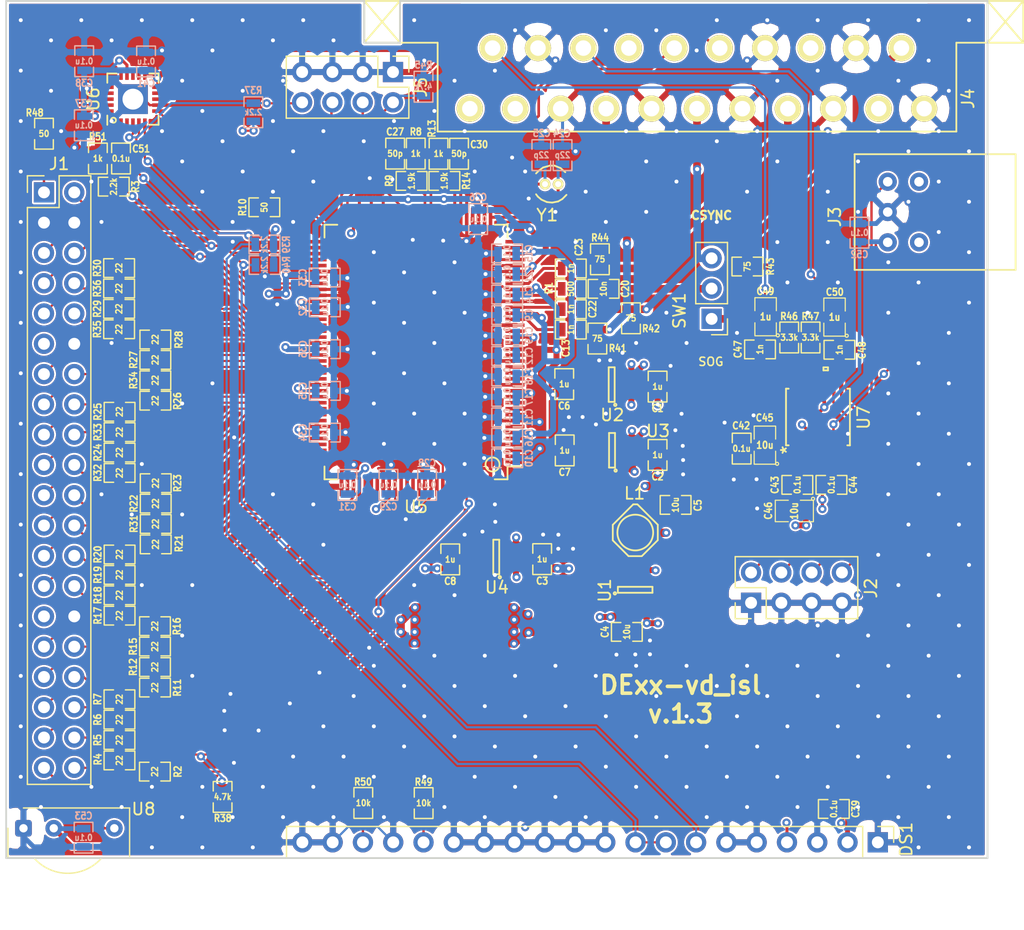
<source format=kicad_pcb>
(kicad_pcb (version 20171130) (host pcbnew 5.1.6+dfsg1-1)
  (layers (0 F.Cu signal) (1 In1.Cu power) (2 In2.Cu power) (31 B.Cu signal) (34 B.Paste user) (35 F.Paste user) (36 B.SilkS user) (37 F.SilkS user) (38 B.Mask user) (39 F.Mask user) (44 Edge.Cuts user))
  (net 0 "")
  (net 1 /DVDD5)
  (net 2 GND)
  (net 3 /DVDD3v3)
  (net 4 /AVCC3v3)
  (net 5 /AVCC1v8)
  (net 6 /DVDD1v8)
  (net 7 "Net-(C13-Pad1)")
  (net 8 /B_in)
  (net 9 "Net-(C20-Pad2)")
  (net 10 /G_in)
  (net 11 "Net-(C22-Pad2)")
  (net 12 /R_in)
  (net 13 "Net-(C23-Pad2)")
  (net 14 "Net-(C24-Pad1)")
  (net 15 "Net-(C25-Pad1)")
  (net 16 /HS_in)
  (net 17 /HS_3v3)
  (net 18 /VS_in)
  (net 19 /VS_3v3)
  (net 20 /R[7])
  (net 21 /R[6])
  (net 22 /R[5])
  (net 23 /R[4])
  (net 24 /R[3])
  (net 25 /R[2])
  (net 26 /R[1])
  (net 27 /R[0])
  (net 28 /G[7])
  (net 29 /G[6])
  (net 30 /G[5])
  (net 31 /G[4])
  (net 32 /G[3])
  (net 33 /G[2])
  (net 34 /G[1])
  (net 35 /G[0])
  (net 36 /B[7])
  (net 37 /B[6])
  (net 38 /B[5])
  (net 39 /B[4])
  (net 40 /B[3])
  (net 41 /B[2])
  (net 42 /B[1])
  (net 43 /B[0])
  (net 44 /FID)
  (net 45 /INT_N)
  (net 46 /HSYNC)
  (net 47 /HS)
  (net 48 /VSYNC)
  (net 49 /CLAMP)
  (net 50 /COAST)
  (net 51 /SDA)
  (net 52 /SCL)
  (net 53 /PCLK)
  (net 54 /PCLK_SI)
  (net 55 "Net-(J4-Pad3)")
  (net 56 "Net-(J4-Pad8)")
  (net 57 "Net-(J4-Pad16)")
  (net 58 "Net-(J4-Pad19)")
  (net 59 "Net-(J4-Pad1)")
  (net 60 "Net-(R1-Pad2)")
  (net 61 "Net-(R2-Pad2)")
  (net 62 "Net-(R5-Pad2)")
  (net 63 "Net-(R6-Pad2)")
  (net 64 "Net-(R7-Pad2)")
  (net 65 "Net-(R10-Pad2)")
  (net 66 "Net-(R11-Pad2)")
  (net 67 "Net-(R12-Pad2)")
  (net 68 "Net-(R15-Pad2)")
  (net 69 "Net-(R16-Pad2)")
  (net 70 "Net-(R17-Pad2)")
  (net 71 "Net-(R18-Pad2)")
  (net 72 "Net-(R19-Pad2)")
  (net 73 "Net-(R20-Pad2)")
  (net 74 "Net-(R21-Pad2)")
  (net 75 "Net-(R22-Pad2)")
  (net 76 "Net-(R23-Pad2)")
  (net 77 "Net-(R24-Pad2)")
  (net 78 "Net-(R25-Pad2)")
  (net 79 "Net-(R26-Pad2)")
  (net 80 "Net-(R27-Pad2)")
  (net 81 "Net-(R28-Pad2)")
  (net 82 "Net-(R29-Pad2)")
  (net 83 "Net-(R30-Pad2)")
  (net 84 "Net-(R31-Pad2)")
  (net 85 "Net-(R32-Pad2)")
  (net 86 "Net-(R33-Pad2)")
  (net 87 "Net-(R34-Pad2)")
  (net 88 "Net-(R35-Pad2)")
  (net 89 "Net-(R36-Pad2)")
  (net 90 "Net-(U5-Pad65)")
  (net 91 "Net-(U5-Pad38)")
  (net 92 "Net-(U5-Pad1)")
  (net 93 "Net-(U5-Pad3)")
  (net 94 "Net-(U5-Pad5)")
  (net 95 "Net-(U5-Pad7)")
  (net 96 "Net-(U5-Pad9)")
  (net 97 "Net-(U5-Pad11)")
  (net 98 "Net-(U5-Pad13)")
  (net 99 "Net-(U5-Pad15)")
  (net 100 "Net-(U5-Pad17)")
  (net 101 "Net-(U5-Pad19)")
  (net 102 "Net-(U5-Pad21)")
  (net 103 "Net-(U5-Pad23)")
  (net 104 "Net-(U5-Pad87)")
  (net 105 "Net-(U5-Pad88)")
  (net 106 "Net-(U5-Pad101)")
  (net 107 "Net-(U5-Pad102)")
  (net 108 "Net-(U5-Pad115)")
  (net 109 "Net-(U5-Pad116)")
  (net 110 "Net-(U5-Pad119)")
  (net 111 "Net-(U5-Pad127)")
  (net 112 "Net-(U6-Pad2)")
  (net 113 "Net-(U6-Pad8)")
  (net 114 "Net-(U6-Pad12)")
  (net 115 "Net-(U6-Pad15)")
  (net 116 "Net-(U6-Pad16)")
  (net 117 "Net-(U6-Pad17)")
  (net 118 "Net-(R38-Pad1)")
  (net 119 "Net-(C48-Pad1)")
  (net 120 "Net-(C50-Pad1)")
  (net 121 "Net-(C49-Pad1)")
  (net 122 "Net-(C47-Pad1)")
  (net 123 "Net-(J5-Pad2)")
  (net 124 /SI_INT_N)
  (net 125 "Net-(C42-Pad1)")
  (net 126 /AUD_R)
  (net 127 /AUD_L)
  (net 128 /I2S_WS)
  (net 129 /I2S_BCK)
  (net 130 /I2S_DATA)
  (net 131 "Net-(R48-Pad2)")
  (net 132 "Net-(U6-Pad13)")
  (net 133 /SPDIF)
  (net 134 "Net-(J3-Pad4)")
  (net 135 "Net-(J3-Pad5)")
  (net 136 "Net-(DS1-Pad18)")
  (net 137 "Net-(DS1-Pad16)")
  (net 138 /IR_RX)
  (net 139 "Net-(U5-Pad125)")
  (net 140 "Net-(C51-Pad1)")
  (net 141 "Net-(C51-Pad2)")
  (net 142 /DVDD2v5)
  (net 143 "Net-(L1-Pad1)")
  (net 144 /CLK27)
  (net 145 /PCM_MCLK)
  (net 146 /SOG)
  (net 147 /SYNC_in)
  (module custom_components:CDRH2D14 (layer F.Cu) (at 70.22 71.13)
    (fp_text reference L1 (at -0.06 -3.29) (layer F.SilkS))
    (fp_text value 2.2u)
    (pad 2 smd rect (at 1.5 0) (size 1.3 1.3) (layers F.Cu F.Paste F.Mask) (net 142 /DVDD2v5))
    (pad 1 smd rect (at -1.5 0) (size 1.3 1.3) (layers F.Cu F.Paste F.Mask) (net 143 "Net-(L1-Pad1)"))
  )
  (module Connector_PinHeader_2.54mm:PinHeader_1x03_P2.54mm_Vertical (layer F.Cu) (at 76.62 53.21 180)
    (fp_text reference SW1 (at 2.7 0.68 90) (layer F.SilkS))
    (fp_text value SW_SPDT)
    (pad 3 thru_hole oval (at 0 5.08 180) (size 1.7 1.7) (drill 1) (layers *.Cu *.Mask) (net 10 /G_in))
    (pad 2 thru_hole oval (at 0 2.54 180) (size 1.7 1.7) (drill 1) (layers *.Cu *.Mask) (net 146 /SOG))
    (pad 1 thru_hole rect (at 0 0 180) (size 1.7 1.7) (drill 1) (layers *.Cu *.Mask) (net 147 /SYNC_in))
  )
  (module custom_components:MQFP-128_thermal (layer F.Cu) (at 51.83 55.99 180)
    (fp_text reference U5 (at 0 -12.975 180) (layer F.SilkS))
    (fp_text value ISL51002)
    (pad 128 smd rect (at -6.25 -11.3 270) (size 1.6 0.3) (layers F.Cu F.Paste F.Mask) (net 2 GND))
    (pad 127 smd rect (at -5.75 -11.3 270) (size 1.6 0.3) (layers F.Cu F.Paste F.Mask) (net 111 "Net-(U5-Pad127)"))
    (pad 126 smd rect (at -5.25 -11.3 270) (size 1.6 0.3) (layers F.Cu F.Paste F.Mask) (net 61 "Net-(R2-Pad2)"))
    (pad 125 smd rect (at -4.75 -11.3 270) (size 1.6 0.3) (layers F.Cu F.Paste F.Mask) (net 139 "Net-(U5-Pad125)"))
    (pad 124 smd rect (at -4.25 -11.3 270) (size 1.6 0.3) (layers F.Cu F.Paste F.Mask) (net 118 "Net-(R38-Pad1)"))
    (pad 123 smd rect (at -3.75 -11.3 270) (size 1.6 0.3) (layers F.Cu F.Paste F.Mask) (net 62 "Net-(R5-Pad2)"))
    (pad 122 smd rect (at -3.25 -11.3 270) (size 1.6 0.3) (layers F.Cu F.Paste F.Mask) (net 63 "Net-(R6-Pad2)"))
    (pad 121 smd rect (at -2.75 -11.3 270) (size 1.6 0.3) (layers F.Cu F.Paste F.Mask) (net 64 "Net-(R7-Pad2)"))
    (pad 120 smd rect (at -2.25 -11.3 270) (size 1.6 0.3) (layers F.Cu F.Paste F.Mask) (net 65 "Net-(R10-Pad2)"))
    (pad 119 smd rect (at -1.75 -11.3 270) (size 1.6 0.3) (layers F.Cu F.Paste F.Mask) (net 110 "Net-(U5-Pad119)"))
    (pad 118 smd rect (at -1.25 -11.3 270) (size 1.6 0.3) (layers F.Cu F.Paste F.Mask) (net 3 /DVDD3v3))
    (pad 117 smd rect (at -0.75 -11.3 270) (size 1.6 0.3) (layers F.Cu F.Paste F.Mask) (net 2 GND))
    (pad 116 smd rect (at -0.25 -11.3 270) (size 1.6 0.3) (layers F.Cu F.Paste F.Mask) (net 109 "Net-(U5-Pad116)"))
    (pad 115 smd rect (at 0.25 -11.3 270) (size 1.6 0.3) (layers F.Cu F.Paste F.Mask) (net 108 "Net-(U5-Pad115)"))
    (pad 114 smd rect (at 0.75 -11.3 270) (size 1.6 0.3) (layers F.Cu F.Paste F.Mask) (net 66 "Net-(R11-Pad2)"))
    (pad 102 smd rect (at 8.3 -9.25 180) (size 1.6 0.3) (layers F.Cu F.Paste F.Mask) (net 107 "Net-(U5-Pad102)"))
    (pad 101 smd rect (at 8.3 -8.75 180) (size 1.6 0.3) (layers F.Cu F.Paste F.Mask) (net 106 "Net-(U5-Pad101)"))
    (pad 100 smd rect (at 8.3 -8.25 180) (size 1.6 0.3) (layers F.Cu F.Paste F.Mask) (net 74 "Net-(R21-Pad2)"))
    (pad 99 smd rect (at 8.3 -7.75 180) (size 1.6 0.3) (layers F.Cu F.Paste F.Mask) (net 84 "Net-(R31-Pad2)"))
    (pad 98 smd rect (at 8.3 -7.25 180) (size 1.6 0.3) (layers F.Cu F.Paste F.Mask) (net 75 "Net-(R22-Pad2)"))
    (pad 97 smd rect (at 8.3 -6.75 180) (size 1.6 0.3) (layers F.Cu F.Paste F.Mask) (net 6 /DVDD1v8))
    (pad 96 smd rect (at 8.3 -6.25 180) (size 1.6 0.3) (layers F.Cu F.Paste F.Mask) (net 2 GND))
    (pad 95 smd rect (at 8.3 -5.75 180) (size 1.6 0.3) (layers F.Cu F.Paste F.Mask) (net 76 "Net-(R23-Pad2)"))
    (pad 94 smd rect (at 8.3 -5.25 180) (size 1.6 0.3) (layers F.Cu F.Paste F.Mask) (net 85 "Net-(R32-Pad2)"))
    (pad 93 smd rect (at 8.3 -4.75 180) (size 1.6 0.3) (layers F.Cu F.Paste F.Mask) (net 77 "Net-(R24-Pad2)"))
    (pad 92 smd rect (at 8.3 -4.25 180) (size 1.6 0.3) (layers F.Cu F.Paste F.Mask) (net 86 "Net-(R33-Pad2)"))
    (pad 91 smd rect (at 8.3 -3.75 180) (size 1.6 0.3) (layers F.Cu F.Paste F.Mask) (net 78 "Net-(R25-Pad2)"))
    (pad 90 smd rect (at 8.3 -3.25 180) (size 1.6 0.3) (layers F.Cu F.Paste F.Mask) (net 3 /DVDD3v3))
    (pad 89 smd rect (at 8.3 -2.75 180) (size 1.6 0.3) (layers F.Cu F.Paste F.Mask) (net 2 GND))
    (pad 88 smd rect (at 8.3 -2.25 180) (size 1.6 0.3) (layers F.Cu F.Paste F.Mask) (net 105 "Net-(U5-Pad88)"))
    (pad 87 smd rect (at 8.3 -1.75 180) (size 1.6 0.3) (layers F.Cu F.Paste F.Mask) (net 104 "Net-(U5-Pad87)"))
    (pad 86 smd rect (at 8.3 -1.25 180) (size 1.6 0.3) (layers F.Cu F.Paste F.Mask) (net 79 "Net-(R26-Pad2)"))
    (pad 85 smd rect (at 8.3 -0.75 180) (size 1.6 0.3) (layers F.Cu F.Paste F.Mask) (net 87 "Net-(R34-Pad2)"))
    (pad 84 smd rect (at 8.3 -0.25 180) (size 1.6 0.3) (layers F.Cu F.Paste F.Mask) (net 80 "Net-(R27-Pad2)"))
    (pad 83 smd rect (at 8.3 0.25 180) (size 1.6 0.3) (layers F.Cu F.Paste F.Mask) (net 6 /DVDD1v8))
    (pad 82 smd rect (at 8.3 0.75 180) (size 1.6 0.3) (layers F.Cu F.Paste F.Mask) (net 2 GND))
    (pad 81 smd rect (at 8.3 1.25 180) (size 1.6 0.3) (layers F.Cu F.Paste F.Mask) (net 81 "Net-(R28-Pad2)"))
    (pad 80 smd rect (at 8.3 1.75 180) (size 1.6 0.3) (layers F.Cu F.Paste F.Mask) (net 88 "Net-(R35-Pad2)"))
    (pad 79 smd rect (at 8.3 2.25 180) (size 1.6 0.3) (layers F.Cu F.Paste F.Mask) (net 82 "Net-(R29-Pad2)"))
    (pad 78 smd rect (at 8.3 2.75 180) (size 1.6 0.3) (layers F.Cu F.Paste F.Mask) (net 89 "Net-(R36-Pad2)"))
    (pad 77 smd rect (at 8.3 3.25 180) (size 1.6 0.3) (layers F.Cu F.Paste F.Mask) (net 83 "Net-(R30-Pad2)"))
    (pad 76 smd rect (at 8.3 3.75 180) (size 1.6 0.3) (layers F.Cu F.Paste F.Mask) (net 3 /DVDD3v3))
    (pad 75 smd rect (at 8.3 4.25 180) (size 1.6 0.3) (layers F.Cu F.Paste F.Mask) (net 2 GND))
    (pad 74 smd rect (at 8.3 4.75 180) (size 1.6 0.3) (layers F.Cu F.Paste F.Mask) (net 2 GND))
    (pad 73 smd rect (at 8.3 5.25 180) (size 1.6 0.3) (layers F.Cu F.Paste F.Mask) (net 2 GND))
    (pad 64 smd rect (at 6.25 11.3 270) (size 1.6 0.3) (layers F.Cu F.Paste F.Mask) (net 50 /COAST))
    (pad 63 smd rect (at 5.75 11.3 270) (size 1.6 0.3) (layers F.Cu F.Paste F.Mask) (net 49 /CLAMP))
    (pad 62 smd rect (at 5.25 11.3 270) (size 1.6 0.3) (layers F.Cu F.Paste F.Mask) (net 3 /DVDD3v3))
    (pad 61 smd rect (at 4.75 11.3 270) (size 1.6 0.3) (layers F.Cu F.Paste F.Mask) (net 2 GND))
    (pad 60 smd rect (at 4.25 11.3 270) (size 1.6 0.3) (layers F.Cu F.Paste F.Mask) (net 2 GND))
    (pad 59 smd rect (at 3.75 11.3 270) (size 1.6 0.3) (layers F.Cu F.Paste F.Mask) (net 2 GND))
    (pad 58 smd rect (at 3.25 11.3 270) (size 1.6 0.3) (layers F.Cu F.Paste F.Mask) (net 2 GND))
    (pad 57 smd rect (at 2.75 11.3 270) (size 1.6 0.3) (layers F.Cu F.Paste F.Mask) (net 2 GND))
    (pad 56 smd rect (at 2.25 11.3 270) (size 1.6 0.3) (layers F.Cu F.Paste F.Mask) (net 2 GND))
    (pad 55 smd rect (at 1.75 11.3 270) (size 1.6 0.3) (layers F.Cu F.Paste F.Mask) (net 2 GND))
    (pad 54 smd rect (at 1.25 11.3 270) (size 1.6 0.3) (layers F.Cu F.Paste F.Mask) (net 123 "Net-(J5-Pad2)"))
    (pad 53 smd rect (at 0.75 11.3 270) (size 1.6 0.3) (layers F.Cu F.Paste F.Mask) (net 2 GND))
    (pad 52 smd rect (at 0.25 11.3 270) (size 1.6 0.3) (layers F.Cu F.Paste F.Mask) (net 2 GND))
    (pad 51 smd rect (at -0.25 11.3 270) (size 1.6 0.3) (layers F.Cu F.Paste F.Mask) (net 2 GND))
    (pad 50 smd rect (at -0.75 11.3 270) (size 1.6 0.3) (layers F.Cu F.Paste F.Mask) (net 17 /HS_3v3))
    (pad 49 smd rect (at -1.25 11.3 270) (size 1.6 0.3) (layers F.Cu F.Paste F.Mask) (net 19 /VS_3v3))
    (pad 48 smd rect (at -1.75 11.3 270) (size 1.6 0.3) (layers F.Cu F.Paste F.Mask) (net 2 GND))
    (pad 47 smd rect (at -2.25 11.3 270) (size 1.6 0.3) (layers F.Cu F.Paste F.Mask) (net 2 GND))
    (pad 46 smd rect (at -2.75 11.3 270) (size 1.6 0.3) (layers F.Cu F.Paste F.Mask) (net 2 GND))
    (pad 45 smd rect (at -3.25 11.3 270) (size 1.6 0.3) (layers F.Cu F.Paste F.Mask) (net 2 GND))
    (pad 44 smd rect (at -3.75 11.3 270) (size 1.6 0.3) (layers F.Cu F.Paste F.Mask) (net 2 GND))
    (pad 43 smd rect (at -4.25 11.3 270) (size 1.6 0.3) (layers F.Cu F.Paste F.Mask) (net 2 GND))
    (pad 42 smd rect (at -4.75 11.3 270) (size 1.6 0.3) (layers F.Cu F.Paste F.Mask) (net 2 GND))
    (pad 36 smd rect (at -8.3 8.25 180) (size 1.6 0.3) (layers F.Cu F.Paste F.Mask) (net 4 /AVCC3v3))
    (pad 35 smd rect (at -8.3 7.75 180) (size 1.6 0.3) (layers F.Cu F.Paste F.Mask) (net 2 GND))
    (pad 34 smd rect (at -8.3 7.25 180) (size 1.6 0.3) (layers F.Cu F.Paste F.Mask) (net 2 GND))
    (pad 33 smd rect (at -8.3 6.75 180) (size 1.6 0.3) (layers F.Cu F.Paste F.Mask) (net 2 GND))
    (pad 32 smd rect (at -8.3 6.25 180) (size 1.6 0.3) (layers F.Cu F.Paste F.Mask) (net 6 /DVDD1v8))
    (pad 31 smd rect (at -8.3 5.75 180) (size 1.6 0.3) (layers F.Cu F.Paste F.Mask) (net 13 "Net-(C23-Pad2)"))
    (pad 30 smd rect (at -8.3 5.25 180) (size 1.6 0.3) (layers F.Cu F.Paste F.Mask) (net 5 /AVCC1v8))
    (pad 29 smd rect (at -8.3 4.75 180) (size 1.6 0.3) (layers F.Cu F.Paste F.Mask) (net 60 "Net-(R1-Pad2)"))
    (pad 28 smd rect (at -8.3 4.25 180) (size 1.6 0.3) (layers F.Cu F.Paste F.Mask) (net 2 GND))
    (pad 27 smd rect (at -8.3 3.75 180) (size 1.6 0.3) (layers F.Cu F.Paste F.Mask) (net 11 "Net-(C22-Pad2)"))
    (pad 26 smd rect (at -8.3 3.25 180) (size 1.6 0.3) (layers F.Cu F.Paste F.Mask) (net 4 /AVCC3v3))
    (pad 25 smd rect (at -8.3 2.75 180) (size 1.6 0.3) (layers F.Cu F.Paste F.Mask) (net 7 "Net-(C13-Pad1)"))
    (pad 24 smd rect (at -8.3 2.25 180) (size 1.6 0.3) (layers F.Cu F.Paste F.Mask) (net 2 GND))
    (pad 23 smd rect (at -8.3 1.75 180) (size 1.6 0.3) (layers F.Cu F.Paste F.Mask) (net 103 "Net-(U5-Pad23)"))
    (pad 22 smd rect (at -8.3 1.25 180) (size 1.6 0.3) (layers F.Cu F.Paste F.Mask) (net 5 /AVCC1v8))
    (pad 21 smd rect (at -8.3 0.75 180) (size 1.6 0.3) (layers F.Cu F.Paste F.Mask) (net 102 "Net-(U5-Pad21)"))
    (pad 20 smd rect (at -8.3 0.25 180) (size 1.6 0.3) (layers F.Cu F.Paste F.Mask) (net 5 /AVCC1v8))
    (pad 19 smd rect (at -8.3 -0.25 180) (size 1.6 0.3) (layers F.Cu F.Paste F.Mask) (net 101 "Net-(U5-Pad19)"))
    (pad 18 smd rect (at -8.3 -0.75 180) (size 1.6 0.3) (layers F.Cu F.Paste F.Mask) (net 2 GND))
    (pad 17 smd rect (at -8.3 -1.25 180) (size 1.6 0.3) (layers F.Cu F.Paste F.Mask) (net 100 "Net-(U5-Pad17)"))
    (pad 16 smd rect (at -8.3 -1.75 180) (size 1.6 0.3) (layers F.Cu F.Paste F.Mask) (net 4 /AVCC3v3))
    (pad 15 smd rect (at -8.3 -2.25 180) (size 1.6 0.3) (layers F.Cu F.Paste F.Mask) (net 99 "Net-(U5-Pad15)"))
    (pad 14 smd rect (at -8.3 -2.75 180) (size 1.6 0.3) (layers F.Cu F.Paste F.Mask) (net 2 GND))
    (pad 13 smd rect (at -8.3 -3.25 180) (size 1.6 0.3) (layers F.Cu F.Paste F.Mask) (net 98 "Net-(U5-Pad13)"))
    (pad 12 smd rect (at -8.3 -3.75 180) (size 1.6 0.3) (layers F.Cu F.Paste F.Mask) (net 5 /AVCC1v8))
    (pad 11 smd rect (at -8.3 -4.25 180) (size 1.6 0.3) (layers F.Cu F.Paste F.Mask) (net 97 "Net-(U5-Pad11)"))
    (pad 10 smd rect (at -8.3 -4.75 180) (size 1.6 0.3) (layers F.Cu F.Paste F.Mask) (net 5 /AVCC1v8))
    (pad 9 smd rect (at -8.3 -5.25 180) (size 1.6 0.3) (layers F.Cu F.Paste F.Mask) (net 96 "Net-(U5-Pad9)"))
    (pad 8 smd rect (at -8.3 -5.75 180) (size 1.6 0.3) (layers F.Cu F.Paste F.Mask) (net 2 GND))
    (pad 7 smd rect (at -8.3 -6.25 180) (size 1.6 0.3) (layers F.Cu F.Paste F.Mask) (net 95 "Net-(U5-Pad7)"))
    (pad 6 smd rect (at -8.3 -6.75 180) (size 1.6 0.3) (layers F.Cu F.Paste F.Mask) (net 4 /AVCC3v3))
    (pad 5 smd rect (at -8.3 -7.25 180) (size 1.6 0.3) (layers F.Cu F.Paste F.Mask) (net 94 "Net-(U5-Pad5)"))
    (pad 4 smd rect (at -8.3 -7.75 180) (size 1.6 0.3) (layers F.Cu F.Paste F.Mask) (net 2 GND))
    (pad 3 smd rect (at -8.3 -8.25 180) (size 1.6 0.3) (layers F.Cu F.Paste F.Mask) (net 93 "Net-(U5-Pad3)"))
    (pad 2 smd rect (at -8.3 -8.75 180) (size 1.6 0.3) (layers F.Cu F.Paste F.Mask) (net 5 /AVCC1v8))
    (pad 1 smd rect (at -8.3 -9.25 180) (size 1.6 0.3) (layers F.Cu F.Paste F.Mask) (net 92 "Net-(U5-Pad1)"))
    (pad 37 smd rect (at -8.3 8.75 180) (size 1.6 0.3) (layers F.Cu F.Paste F.Mask) (net 2 GND))
    (pad 38 smd rect (at -8.3 9.25 180) (size 1.6 0.3) (layers F.Cu F.Paste F.Mask) (net 91 "Net-(U5-Pad38)"))
    (pad 39 smd rect (at -6.25 11.3 270) (size 1.6 0.3) (layers F.Cu F.Paste F.Mask) (net 14 "Net-(C24-Pad1)"))
    (pad 40 smd rect (at -5.75 11.3 270) (size 1.6 0.3) (layers F.Cu F.Paste F.Mask) (net 15 "Net-(C25-Pad1)"))
    (pad 41 smd rect (at -5.25 11.3 270) (size 1.6 0.3) (layers F.Cu F.Paste F.Mask) (net 6 /DVDD1v8))
    (pad 65 smd rect (at 8.3 9.25 180) (size 1.6 0.3) (layers F.Cu F.Paste F.Mask) (net 90 "Net-(U5-Pad65)"))
    (pad 66 smd rect (at 8.3 8.75 180) (size 1.6 0.3) (layers F.Cu F.Paste F.Mask) (net 2 GND))
    (pad 67 smd rect (at 8.3 8.25 180) (size 1.6 0.3) (layers F.Cu F.Paste F.Mask) (net 2 GND))
    (pad 68 smd rect (at 8.3 7.75 180) (size 1.6 0.3) (layers F.Cu F.Paste F.Mask) (net 51 /SDA))
    (pad 69 smd rect (at 8.3 7.25 180) (size 1.6 0.3) (layers F.Cu F.Paste F.Mask) (net 52 /SCL))
    (pad 70 smd rect (at 8.3 6.75 180) (size 1.6 0.3) (layers F.Cu F.Paste F.Mask) (net 2 GND))
    (pad 71 smd rect (at 8.3 6.25 180) (size 1.6 0.3) (layers F.Cu F.Paste F.Mask) (net 6 /DVDD1v8))
    (pad 72 smd rect (at 8.3 5.75 180) (size 1.6 0.3) (layers F.Cu F.Paste F.Mask) (net 144 /CLK27))
    (pad 103 smd rect (at 6.25 -11.3 270) (size 1.6 0.3) (layers F.Cu F.Paste F.Mask) (net 2 GND))
    (pad 104 smd rect (at 5.75 -11.3 270) (size 1.6 0.3) (layers F.Cu F.Paste F.Mask) (net 3 /DVDD3v3))
    (pad 105 smd rect (at 5.25 -11.3 270) (size 1.6 0.3) (layers F.Cu F.Paste F.Mask) (net 73 "Net-(R20-Pad2)"))
    (pad 106 smd rect (at 4.75 -11.3 270) (size 1.6 0.3) (layers F.Cu F.Paste F.Mask) (net 72 "Net-(R19-Pad2)"))
    (pad 107 smd rect (at 4.25 -11.3 270) (size 1.6 0.3) (layers F.Cu F.Paste F.Mask) (net 71 "Net-(R18-Pad2)"))
    (pad 108 smd rect (at 3.75 -11.3 270) (size 1.6 0.3) (layers F.Cu F.Paste F.Mask) (net 70 "Net-(R17-Pad2)"))
    (pad 109 smd rect (at 3.25 -11.3 270) (size 1.6 0.3) (layers F.Cu F.Paste F.Mask) (net 69 "Net-(R16-Pad2)"))
    (pad 110 smd rect (at 2.75 -11.3 270) (size 1.6 0.3) (layers F.Cu F.Paste F.Mask) (net 2 GND))
    (pad 111 smd rect (at 2.25 -11.3 270) (size 1.6 0.3) (layers F.Cu F.Paste F.Mask) (net 6 /DVDD1v8))
    (pad 112 smd rect (at 1.75 -11.3 270) (size 1.6 0.3) (layers F.Cu F.Paste F.Mask) (net 68 "Net-(R15-Pad2)"))
    (pad 113 smd rect (at 1.25 -11.3 270) (size 1.6 0.3) (layers F.Cu F.Paste F.Mask) (net 67 "Net-(R12-Pad2)"))
  )
  (module custom_components:SOT-23-5_Handsoldering (layer F.Cu) (at 70.21 75.93)
    (fp_text reference U1 (at -2.55 0.05 90) (layer F.SilkS))
    (fp_text value LM3671MF-2.5/NOPB)
    (pad 1 smd rect (at -0.95 1.65 90) (size 1.56 0.65) (layers F.Cu F.Paste F.Mask) (net 1 /DVDD5))
    (pad 2 smd rect (at 0 1.65 90) (size 1.56 0.65) (layers F.Cu F.Paste F.Mask) (net 2 GND))
    (pad 3 smd rect (at 0.95 1.65 90) (size 1.56 0.65) (layers F.Cu F.Paste F.Mask) (net 1 /DVDD5))
    (pad 4 smd rect (at 0.95 -1.65 90) (size 1.56 0.65) (layers F.Cu F.Paste F.Mask) (net 142 /DVDD2v5))
    (pad 5 smd rect (at -0.95 -1.65 90) (size 1.56 0.65) (layers F.Cu F.Paste F.Mask) (net 143 "Net-(L1-Pad1)"))
  )
  (module custom_components:SM0603_Resistor_libcms (layer F.Cu) (at 26.48 42.12 180)
    (fp_text reference R3 (at -1.8288 0 90) (layer F.SilkS) (effects (font (size 0.5842 0.508) (thickness 0.127))))
    (fp_text value 2.2k (at 0 0 90) (layer F.SilkS) (effects (font (size 0.508 0.4572) (thickness 0.1143))))
    (pad 2 smd rect (at 0.762 0 180) (size 0.635 1.143) (layers F.Cu F.Paste F.Mask) (net 140 "Net-(C51-Pad1)"))
    (pad 1 smd rect (at -0.762 0 180) (size 0.635 1.143) (layers F.Cu F.Paste F.Mask) (net 144 /CLK27))
  )
  (module custom_components:SM0603_Resistor_libcms (layer F.Cu) (at 25.15 39.76 270)
    (fp_text reference R51 (at -1.8288 0) (layer F.SilkS) (effects (font (size 0.5842 0.508) (thickness 0.127))))
    (fp_text value 1k (at 0 0) (layer F.SilkS) (effects (font (size 0.508 0.4572) (thickness 0.1143))))
    (pad 2 smd rect (at 0.762 0 270) (size 0.635 1.143) (layers F.Cu F.Paste F.Mask) (net 140 "Net-(C51-Pad1)"))
    (pad 1 smd rect (at -0.762 0 270) (size 0.635 1.143) (layers F.Cu F.Paste F.Mask) (net 2 GND))
  )
  (module Connector_PinHeader_2.54mm:PinHeader_2x04_P2.54mm_Vertical (layer F.Cu) (at 79.93 77.02 90)
    (fp_text reference J2 (at 1.23 10.05 90) (layer F.SilkS))
    (fp_text value CONN_AUD)
    (pad 1 thru_hole rect (at 0 0 90) (size 1.7 1.7) (drill 1) (layers *.Cu *.Mask) (net 2 GND))
    (pad 2 thru_hole oval (at 2.54 0 90) (size 1.7 1.7) (drill 1) (layers *.Cu *.Mask) (net 128 /I2S_WS))
    (pad 3 thru_hole oval (at 0 2.54 90) (size 1.7 1.7) (drill 1) (layers *.Cu *.Mask) (net 2 GND))
    (pad 4 thru_hole oval (at 2.54 2.54 90) (size 1.7 1.7) (drill 1) (layers *.Cu *.Mask) (net 130 /I2S_DATA))
    (pad 5 thru_hole oval (at 0 5.08 90) (size 1.7 1.7) (drill 1) (layers *.Cu *.Mask) (net 2 GND))
    (pad 6 thru_hole oval (at 2.54 5.08 90) (size 1.7 1.7) (drill 1) (layers *.Cu *.Mask) (net 129 /I2S_BCK))
    (pad 7 thru_hole oval (at 0 7.62 90) (size 1.7 1.7) (drill 1) (layers *.Cu *.Mask) (net 2 GND))
    (pad 8 thru_hole oval (at 2.54 7.62 90) (size 1.7 1.7) (drill 1) (layers *.Cu *.Mask) (net 133 /SPDIF))
  )
  (module OptoDevice:Vishay_CAST-3Pin (layer F.Cu) (at 18.91 95.93)
    (fp_text reference U8 (at 10.07 -1.61) (layer F.SilkS))
    (fp_text value TSOP31338)
    (pad 3 thru_hole circle (at 7.62 0) (size 1.4 1.4) (drill 0.7) (layers *.Cu *.Mask) (net 138 /IR_RX))
    (pad 2 thru_hole circle (at 2.54 0) (size 1.4 1.4) (drill 0.7) (layers *.Cu *.Mask) (net 3 /DVDD3v3))
    (pad 1 thru_hole roundrect (at 0 0) (size 1.4 1.4) (drill 0.7) (layers *.Cu *.Mask) (roundrect_rratio 0.178) (net 2 GND))
  )
  (module custom_components:SM0603_Resistor_libcms (layer F.Cu) (at 47.41 93.81 90)
    (fp_text reference R50 (at 1.77 -0.02) (layer F.SilkS) (effects (font (size 0.5842 0.508) (thickness 0.127))))
    (fp_text value 10k (at 0 0) (layer F.SilkS) (effects (font (size 0.508 0.4572) (thickness 0.1143))))
    (pad 2 smd rect (at 0.762 0 90) (size 0.635 1.143) (layers F.Cu F.Paste F.Mask) (net 3 /DVDD3v3))
    (pad 1 smd rect (at -0.762 0 90) (size 0.635 1.143) (layers F.Cu F.Paste F.Mask) (net 136 "Net-(DS1-Pad18)"))
  )
  (module custom_components:SM0603_Resistor_libcms (layer F.Cu) (at 52.47 93.82 90)
    (fp_text reference R49 (at 1.77 0) (layer F.SilkS) (effects (font (size 0.5842 0.508) (thickness 0.127))))
    (fp_text value 10k (at 0 0) (layer F.SilkS) (effects (font (size 0.508 0.4572) (thickness 0.1143))))
    (pad 2 smd rect (at 0.762 0 90) (size 0.635 1.143) (layers F.Cu F.Paste F.Mask) (net 3 /DVDD3v3))
    (pad 1 smd rect (at -0.762 0 90) (size 0.635 1.143) (layers F.Cu F.Paste F.Mask) (net 137 "Net-(DS1-Pad16)"))
  )
  (module Connector_PinHeader_2.54mm:PinHeader_1x20_P2.54mm_Vertical (layer F.Cu) (at 90.56 97.11 270)
    (fp_text reference DS1 (at -0.25 -2.38 90) (layer F.SilkS))
    (fp_text value NHD-0220CW-AW3)
    (pad 20 thru_hole oval (at 0 48.26 270) (size 1.7 1.7) (drill 1) (layers *.Cu *.Mask) (net 2 GND))
    (pad 19 thru_hole oval (at 0 45.72 270) (size 1.7 1.7) (drill 1) (layers *.Cu *.Mask) (net 2 GND))
    (pad 18 thru_hole oval (at 0 43.18 270) (size 1.7 1.7) (drill 1) (layers *.Cu *.Mask) (net 136 "Net-(DS1-Pad18)"))
    (pad 17 thru_hole oval (at 0 40.64 270) (size 1.7 1.7) (drill 1) (layers *.Cu *.Mask) (net 2 GND))
    (pad 16 thru_hole oval (at 0 38.1 270) (size 1.7 1.7) (drill 1) (layers *.Cu *.Mask) (net 137 "Net-(DS1-Pad16)"))
    (pad 15 thru_hole oval (at 0 35.56 270) (size 1.7 1.7) (drill 1) (layers *.Cu *.Mask) (net 2 GND))
    (pad 14 thru_hole oval (at 0 33.02 270) (size 1.7 1.7) (drill 1) (layers *.Cu *.Mask) (net 2 GND))
    (pad 13 thru_hole oval (at 0 30.48 270) (size 1.7 1.7) (drill 1) (layers *.Cu *.Mask) (net 2 GND))
    (pad 12 thru_hole oval (at 0 27.94 270) (size 1.7 1.7) (drill 1) (layers *.Cu *.Mask) (net 2 GND))
    (pad 11 thru_hole oval (at 0 25.4 270) (size 1.7 1.7) (drill 1) (layers *.Cu *.Mask) (net 2 GND))
    (pad 10 thru_hole oval (at 0 22.86 270) (size 1.7 1.7) (drill 1) (layers *.Cu *.Mask) (net 2 GND))
    (pad 9 thru_hole oval (at 0 20.32 270) (size 1.7 1.7) (drill 1) (layers *.Cu *.Mask) (net 51 /SDA))
    (pad 8 thru_hole oval (at 0 17.78 270) (size 1.7 1.7) (drill 1) (layers *.Cu *.Mask) (net 51 /SDA))
    (pad 7 thru_hole oval (at 0 15.24 270) (size 1.7 1.7) (drill 1) (layers *.Cu *.Mask) (net 52 /SCL))
    (pad 6 thru_hole oval (at 0 12.7 270) (size 1.7 1.7) (drill 1) (layers *.Cu *.Mask) (net 2 GND))
    (pad 5 thru_hole oval (at 0 10.16 270) (size 1.7 1.7) (drill 1) (layers *.Cu *.Mask) (net 2 GND))
    (pad 4 thru_hole oval (at 0 7.62 270) (size 1.7 1.7) (drill 1) (layers *.Cu *.Mask) (net 3 /DVDD3v3))
    (pad 3 thru_hole oval (at 0 5.08 270) (size 1.7 1.7) (drill 1) (layers *.Cu *.Mask) (net 2 GND))
    (pad 2 thru_hole oval (at 0 2.54 270) (size 1.7 1.7) (drill 1) (layers *.Cu *.Mask) (net 3 /DVDD3v3))
    (pad 1 thru_hole rect (at 0 0 270) (size 1.7 1.7) (drill 1) (layers *.Cu *.Mask) (net 2 GND))
  )
  (module custom_components:SM0603_Capa_libcms (layer B.Cu) (at 23.95 96.72 270)
    (fp_text reference C53 (at -1.8288 0 180) (layer B.SilkS) (effects (font (size 0.5842 0.508) (thickness 0.127)) (justify mirror)))
    (fp_text value 0.1u (at 0 0 180) (layer B.SilkS) (effects (font (size 0.508 0.4572) (thickness 0.1143)) (justify mirror)))
    (pad 2 smd rect (at 0.762 0 270) (size 0.635 1.143) (layers B.Cu B.Paste B.Mask) (net 2 GND))
    (pad 1 smd rect (at -0.762 0 270) (size 0.635 1.143) (layers B.Cu B.Paste B.Mask) (net 3 /DVDD3v3))
  )
  (module custom_components:SM0603_Capa_libcms (layer F.Cu) (at 86.87 94.31 180)
    (fp_text reference C39 (at -1.8288 0 90) (layer F.SilkS) (effects (font (size 0.5842 0.508) (thickness 0.127))))
    (fp_text value 0.1u (at 0 0 90) (layer F.SilkS) (effects (font (size 0.508 0.4572) (thickness 0.1143))))
    (pad 2 smd rect (at 0.762 0 180) (size 0.635 1.143) (layers F.Cu F.Paste F.Mask) (net 2 GND))
    (pad 1 smd rect (at -0.762 0 180) (size 0.635 1.143) (layers F.Cu F.Paste F.Mask) (net 3 /DVDD3v3))
  )
  (module custom_components:SCART_CONN (layer F.Cu) (at 58.25 30.5 180)
    (fp_text reference J4 (at -39.878 -4.23672 270) (layer F.SilkS))
    (fp_text value SCART-F)
    (pad 2 thru_hole circle (at 0 0 180) (size 2.2 2.2) (drill 1.3) (layers *.Cu *.Mask F.SilkS) (net 126 /AUD_R))
    (pad 3 thru_hole circle (at -1.905 -5.08 180) (size 2.2 2.2) (drill 1.3) (layers *.Cu *.Mask F.SilkS) (net 55 "Net-(J4-Pad3)"))
    (pad 4 thru_hole circle (at -3.81 0 180) (size 2.2 2.2) (drill 1.3) (layers *.Cu *.Mask F.SilkS) (net 2 GND))
    (pad 5 thru_hole circle (at -5.715 -5.08 180) (size 2.2 2.2) (drill 1.3) (layers *.Cu *.Mask F.SilkS) (net 2 GND))
    (pad 6 thru_hole circle (at -7.62 0 180) (size 2.2 2.2) (drill 1.3) (layers *.Cu *.Mask F.SilkS) (net 127 /AUD_L))
    (pad 7 thru_hole circle (at -9.525 -5.08 180) (size 2.2 2.2) (drill 1.3) (layers *.Cu *.Mask F.SilkS) (net 8 /B_in))
    (pad 8 thru_hole circle (at -11.43 0 180) (size 2.2 2.2) (drill 1.3) (layers *.Cu *.Mask F.SilkS) (net 56 "Net-(J4-Pad8)"))
    (pad 9 thru_hole circle (at -13.335 -5.08 180) (size 2.2 2.2) (drill 1.3) (layers *.Cu *.Mask F.SilkS) (net 2 GND))
    (pad 10 thru_hole circle (at -15.24 0 180) (size 2.2 2.2) (drill 1.3) (layers *.Cu *.Mask F.SilkS) (net 18 /VS_in))
    (pad 11 thru_hole circle (at -17.145 -5.08 180) (size 2.2 2.2) (drill 1.3) (layers *.Cu *.Mask F.SilkS) (net 10 /G_in))
    (pad 12 thru_hole circle (at -19.05 0 180) (size 2.2 2.2) (drill 1.3) (layers *.Cu *.Mask F.SilkS) (net 16 /HS_in))
    (pad 13 thru_hole circle (at -20.955 -5.08 180) (size 2.2 2.2) (drill 1.3) (layers *.Cu *.Mask F.SilkS) (net 2 GND))
    (pad 20 thru_hole circle (at -34.29 0 180) (size 2.2 2.2) (drill 1.3) (layers *.Cu *.Mask F.SilkS) (net 147 /SYNC_in))
    (pad 15 thru_hole circle (at -24.765 -5.08 180) (size 2.2 2.2) (drill 1.3) (layers *.Cu *.Mask F.SilkS) (net 12 /R_in))
    (pad 14 thru_hole circle (at -22.86 0 180) (size 2.2 2.2) (drill 1.3) (layers *.Cu *.Mask F.SilkS) (net 2 GND))
    (pad 17 thru_hole circle (at -28.575 -5.08 180) (size 2.2 2.2) (drill 1.3) (layers *.Cu *.Mask F.SilkS) (net 2 GND))
    (pad 16 thru_hole circle (at -26.67 0 180) (size 2.2 2.2) (drill 1.3) (layers *.Cu *.Mask F.SilkS) (net 57 "Net-(J4-Pad16)"))
    (pad 19 thru_hole circle (at -32.385 -5.08 180) (size 2.2 2.2) (drill 1.3) (layers *.Cu *.Mask F.SilkS) (net 58 "Net-(J4-Pad19)"))
    (pad 18 thru_hole circle (at -30.48 0 180) (size 2.2 2.2) (drill 1.3) (layers *.Cu *.Mask F.SilkS) (net 2 GND))
    (pad 21 thru_hole circle (at -36.195 -5.08 180) (size 2.2 2.2) (drill 1.3) (layers *.Cu *.Mask F.SilkS) (net 2 GND))
    (pad 1 thru_hole circle (at 1.905 -5.08 180) (size 2.2 2.2) (drill 1.3) (layers *.Cu *.Mask F.SilkS) (net 59 "Net-(J4-Pad1)"))
  )
  (module custom_components:SM0805_libcms (layer F.Cu) (at 86.93 53.06 90)
    (fp_text reference C50 (at 2.1 0.02 180) (layer F.SilkS) (effects (font (size 0.5842 0.508) (thickness 0.127))))
    (fp_text value 1u (at 0 0 180) (layer F.SilkS) (effects (font (size 0.5842 0.508) (thickness 0.127))))
    (pad 2 smd rect (at 0.9525 0 90) (size 0.889 1.397) (layers F.Cu F.Paste F.Mask) (net 127 /AUD_L))
    (pad 1 smd rect (at -0.9525 0 90) (size 0.889 1.397) (layers F.Cu F.Paste F.Mask) (net 120 "Net-(C50-Pad1)"))
  )
  (module custom_components:SM0805_libcms (layer F.Cu) (at 81.15 53.03 90)
    (fp_text reference C49 (at 2.13 -0.02 180) (layer F.SilkS) (effects (font (size 0.5842 0.508) (thickness 0.127))))
    (fp_text value 1u (at 0 0 180) (layer F.SilkS) (effects (font (size 0.5842 0.508) (thickness 0.127))))
    (pad 1 smd rect (at -0.9525 0 90) (size 0.889 1.397) (layers F.Cu F.Paste F.Mask) (net 121 "Net-(C49-Pad1)"))
    (pad 2 smd rect (at 0.9525 0 90) (size 0.889 1.397) (layers F.Cu F.Paste F.Mask) (net 126 /AUD_R))
  )
  (module custom_components:SM0805_libcms (layer F.Cu) (at 81.09 63.8 90)
    (fp_text reference C45 (at 2.29 -0.02 180) (layer F.SilkS) (effects (font (size 0.5842 0.508) (thickness 0.127))))
    (fp_text value 10u (at 0 0 180) (layer F.SilkS) (effects (font (size 0.5842 0.508) (thickness 0.127))))
    (pad 2 smd rect (at 0.9525 0 90) (size 0.889 1.397) (layers F.Cu F.Paste F.Mask) (net 2 GND))
    (pad 1 smd rect (at -0.9525 0 90) (size 0.889 1.397) (layers F.Cu F.Paste F.Mask) (net 125 "Net-(C42-Pad1)"))
  )
  (module custom_components:SM0805_libcms (layer F.Cu) (at 83.56 69.32 180)
    (fp_text reference C46 (at 2.18 0.02 270) (layer F.SilkS) (effects (font (size 0.5842 0.508) (thickness 0.127))))
    (fp_text value 10u (at 0 0 270) (layer F.SilkS) (effects (font (size 0.5842 0.508) (thickness 0.127))))
    (pad 1 smd rect (at -0.9525 0 180) (size 0.889 1.397) (layers F.Cu F.Paste F.Mask) (net 1 /DVDD5))
    (pad 2 smd rect (at 0.9525 0 180) (size 0.889 1.397) (layers F.Cu F.Paste F.Mask) (net 2 GND))
  )
  (module custom_components:EAPLRAA4 (layer F.Cu) (at 91.39 44.25 270)
    (fp_text reference J3 (at 0.40132 4.43992 270) (layer F.SilkS))
    (fp_text value EAPLRAA4)
    (pad 1 thru_hole circle (at -2.54 0 270) (size 1.524 1.524) (drill 0.8) (layers *.Cu *.Mask) (net 133 /SPDIF))
    (pad 2 thru_hole circle (at 0 0 270) (size 1.524 1.524) (drill 0.8) (layers *.Cu *.Mask) (net 2 GND))
    (pad 3 thru_hole circle (at 2.54 0 270) (size 1.524 1.524) (drill 0.8) (layers *.Cu *.Mask) (net 3 /DVDD3v3))
    (pad 4 thru_hole circle (at 2.54 -2.625 270) (size 1.524 1.524) (drill 0.8) (layers *.Cu *.Mask) (net 134 "Net-(J3-Pad4)"))
    (pad 5 thru_hole circle (at -2.54 -2.625 270) (size 1.524 1.524) (drill 0.8) (layers *.Cu *.Mask) (net 135 "Net-(J3-Pad5)"))
  )
  (module custom_components:SM0603_Capa_libcms (layer B.Cu) (at 89.02 45.98 90)
    (fp_text reference C52 (at -1.8288 0) (layer B.SilkS) (effects (font (size 0.5842 0.508) (thickness 0.127)) (justify mirror)))
    (fp_text value 0.1u (at 0 0) (layer B.SilkS) (effects (font (size 0.508 0.4572) (thickness 0.1143)) (justify mirror)))
    (pad 1 smd rect (at -0.762 0 90) (size 0.635 1.143) (layers B.Cu B.Paste B.Mask) (net 3 /DVDD3v3))
    (pad 2 smd rect (at 0.762 0 90) (size 0.635 1.143) (layers B.Cu B.Paste B.Mask) (net 2 GND))
  )
  (module custom_components:SM0603_Resistor_libcms (layer F.Cu) (at 39.11 43.85)
    (fp_text reference R10 (at -1.8288 0 90) (layer F.SilkS) (effects (font (size 0.5842 0.508) (thickness 0.127))))
    (fp_text value 50 (at 0 0 90) (layer F.SilkS) (effects (font (size 0.508 0.4572) (thickness 0.1143))))
    (pad 1 smd rect (at -0.762 0) (size 0.635 1.143) (layers F.Cu F.Paste F.Mask) (net 53 /PCLK))
    (pad 2 smd rect (at 0.762 0) (size 0.635 1.143) (layers F.Cu F.Paste F.Mask) (net 65 "Net-(R10-Pad2)"))
  )
  (module custom_components:SM0603_Resistor_libcms (layer F.Cu) (at 35.61 93.3 270)
    (fp_text reference R38 (at 1.79 -0.01 180) (layer F.SilkS) (effects (font (size 0.5842 0.508) (thickness 0.127))))
    (fp_text value 4.7k (at 0 0 180) (layer F.SilkS) (effects (font (size 0.508 0.4572) (thickness 0.1143))))
    (pad 1 smd rect (at -0.762 0 270) (size 0.635 1.143) (layers F.Cu F.Paste F.Mask) (net 118 "Net-(R38-Pad1)"))
    (pad 2 smd rect (at 0.762 0 270) (size 0.635 1.143) (layers F.Cu F.Paste F.Mask) (net 3 /DVDD3v3))
  )
  (module custom_components:SM0603_Resistor_libcms (layer F.Cu) (at 26.97 61)
    (fp_text reference R25 (at -1.8288 0 90) (layer F.SilkS) (effects (font (size 0.5842 0.508) (thickness 0.127))))
    (fp_text value 22 (at 0 0 90) (layer F.SilkS) (effects (font (size 0.508 0.4572) (thickness 0.1143))))
    (pad 1 smd rect (at -0.762 0) (size 0.635 1.143) (layers F.Cu F.Paste F.Mask) (net 28 /G[7]))
    (pad 2 smd rect (at 0.762 0) (size 0.635 1.143) (layers F.Cu F.Paste F.Mask) (net 78 "Net-(R25-Pad2)"))
  )
  (module custom_components:SM0603_Resistor_libcms (layer F.Cu) (at 30 72.12)
    (fp_text reference R21 (at 1.95 -0.09 90) (layer F.SilkS) (effects (font (size 0.5842 0.508) (thickness 0.127))))
    (fp_text value 22 (at 0 0 90) (layer F.SilkS) (effects (font (size 0.508 0.4572) (thickness 0.1143))))
    (pad 1 smd rect (at -0.762 0) (size 0.635 1.143) (layers F.Cu F.Paste F.Mask) (net 35 /G[0]))
    (pad 2 smd rect (at 0.762 0) (size 0.635 1.143) (layers F.Cu F.Paste F.Mask) (net 74 "Net-(R21-Pad2)"))
  )
  (module custom_components:SM0603_Resistor_libcms (layer F.Cu) (at 30 66.99)
    (fp_text reference R23 (at 1.83 0 90) (layer F.SilkS) (effects (font (size 0.5842 0.508) (thickness 0.127))))
    (fp_text value 22 (at 0 0 90) (layer F.SilkS) (effects (font (size 0.508 0.4572) (thickness 0.1143))))
    (pad 1 smd rect (at -0.762 0) (size 0.635 1.143) (layers F.Cu F.Paste F.Mask) (net 32 /G[3]))
    (pad 2 smd rect (at 0.762 0) (size 0.635 1.143) (layers F.Cu F.Paste F.Mask) (net 76 "Net-(R23-Pad2)"))
  )
  (module custom_components:SM0603_Resistor_libcms (layer F.Cu) (at 29.97 58.36)
    (fp_text reference R34 (at -1.8288 0 90) (layer F.SilkS) (effects (font (size 0.5842 0.508) (thickness 0.127))))
    (fp_text value 22 (at 0 0 90) (layer F.SilkS) (effects (font (size 0.508 0.4572) (thickness 0.1143))))
    (pad 1 smd rect (at -0.762 0) (size 0.635 1.143) (layers F.Cu F.Paste F.Mask) (net 42 /B[1]))
    (pad 2 smd rect (at 0.762 0) (size 0.635 1.143) (layers F.Cu F.Paste F.Mask) (net 87 "Net-(R34-Pad2)"))
  )
  (module custom_components:SM0603_Resistor_libcms (layer F.Cu) (at 29.97 56.65)
    (fp_text reference R27 (at -1.8288 0 90) (layer F.SilkS) (effects (font (size 0.5842 0.508) (thickness 0.127))))
    (fp_text value 22 (at 0 0 90) (layer F.SilkS) (effects (font (size 0.508 0.4572) (thickness 0.1143))))
    (pad 1 smd rect (at -0.762 0) (size 0.635 1.143) (layers F.Cu F.Paste F.Mask) (net 41 /B[2]))
    (pad 2 smd rect (at 0.762 0) (size 0.635 1.143) (layers F.Cu F.Paste F.Mask) (net 80 "Net-(R27-Pad2)"))
  )
  (module custom_components:SM0603_Resistor_libcms (layer F.Cu) (at 30 70.41)
    (fp_text reference R31 (at -1.8288 0 90) (layer F.SilkS) (effects (font (size 0.5842 0.508) (thickness 0.127))))
    (fp_text value 22 (at 0 0 90) (layer F.SilkS) (effects (font (size 0.508 0.4572) (thickness 0.1143))))
    (pad 1 smd rect (at -0.762 0) (size 0.635 1.143) (layers F.Cu F.Paste F.Mask) (net 34 /G[1]))
    (pad 2 smd rect (at 0.762 0) (size 0.635 1.143) (layers F.Cu F.Paste F.Mask) (net 84 "Net-(R31-Pad2)"))
  )
  (module custom_components:SM0603_Resistor_libcms (layer F.Cu) (at 30 68.7)
    (fp_text reference R22 (at -1.8288 0 90) (layer F.SilkS) (effects (font (size 0.5842 0.508) (thickness 0.127))))
    (fp_text value 22 (at 0 0 90) (layer F.SilkS) (effects (font (size 0.508 0.4572) (thickness 0.1143))))
    (pad 1 smd rect (at -0.762 0) (size 0.635 1.143) (layers F.Cu F.Paste F.Mask) (net 33 /G[2]))
    (pad 2 smd rect (at 0.762 0) (size 0.635 1.143) (layers F.Cu F.Paste F.Mask) (net 75 "Net-(R22-Pad2)"))
  )
  (module custom_components:SM0603_Resistor_libcms (layer F.Cu) (at 26.97 66.13)
    (fp_text reference R32 (at -1.8288 0 90) (layer F.SilkS) (effects (font (size 0.5842 0.508) (thickness 0.127))))
    (fp_text value 22 (at 0 0 90) (layer F.SilkS) (effects (font (size 0.508 0.4572) (thickness 0.1143))))
    (pad 1 smd rect (at -0.762 0) (size 0.635 1.143) (layers F.Cu F.Paste F.Mask) (net 31 /G[4]))
    (pad 2 smd rect (at 0.762 0) (size 0.635 1.143) (layers F.Cu F.Paste F.Mask) (net 85 "Net-(R32-Pad2)"))
  )
  (module custom_components:SM0603_Resistor_libcms (layer F.Cu) (at 26.97 62.71)
    (fp_text reference R33 (at -1.8288 0 90) (layer F.SilkS) (effects (font (size 0.5842 0.508) (thickness 0.127))))
    (fp_text value 22 (at 0 0 90) (layer F.SilkS) (effects (font (size 0.508 0.4572) (thickness 0.1143))))
    (pad 1 smd rect (at -0.762 0) (size 0.635 1.143) (layers F.Cu F.Paste F.Mask) (net 29 /G[6]))
    (pad 2 smd rect (at 0.762 0) (size 0.635 1.143) (layers F.Cu F.Paste F.Mask) (net 86 "Net-(R33-Pad2)"))
  )
  (module custom_components:SM0603_Resistor_libcms (layer F.Cu) (at 26.97 64.42)
    (fp_text reference R24 (at -1.8288 0 90) (layer F.SilkS) (effects (font (size 0.5842 0.508) (thickness 0.127))))
    (fp_text value 22 (at 0 0 90) (layer F.SilkS) (effects (font (size 0.508 0.4572) (thickness 0.1143))))
    (pad 1 smd rect (at -0.762 0) (size 0.635 1.143) (layers F.Cu F.Paste F.Mask) (net 30 /G[5]))
    (pad 2 smd rect (at 0.762 0) (size 0.635 1.143) (layers F.Cu F.Paste F.Mask) (net 77 "Net-(R24-Pad2)"))
  )
  (module custom_components:SM0603_Resistor_libcms (layer F.Cu) (at 29.97 54.94)
    (fp_text reference R28 (at 1.97 0.02 90) (layer F.SilkS) (effects (font (size 0.5842 0.508) (thickness 0.127))))
    (fp_text value 22 (at 0 0 90) (layer F.SilkS) (effects (font (size 0.508 0.4572) (thickness 0.1143))))
    (pad 1 smd rect (at -0.762 0) (size 0.635 1.143) (layers F.Cu F.Paste F.Mask) (net 40 /B[3]))
    (pad 2 smd rect (at 0.762 0) (size 0.635 1.143) (layers F.Cu F.Paste F.Mask) (net 81 "Net-(R28-Pad2)"))
  )
  (module custom_components:SM0603_Resistor_libcms (layer F.Cu) (at 29.97 60.07)
    (fp_text reference R26 (at 1.86 0.03 90) (layer F.SilkS) (effects (font (size 0.5842 0.508) (thickness 0.127))))
    (fp_text value 22 (at 0 0 90) (layer F.SilkS) (effects (font (size 0.508 0.4572) (thickness 0.1143))))
    (pad 1 smd rect (at -0.762 0) (size 0.635 1.143) (layers F.Cu F.Paste F.Mask) (net 43 /B[0]))
    (pad 2 smd rect (at 0.762 0) (size 0.635 1.143) (layers F.Cu F.Paste F.Mask) (net 79 "Net-(R26-Pad2)"))
  )
  (module custom_components:SM0603_Resistor_libcms (layer F.Cu) (at 20.63 37.682 90)
    (fp_text reference R48 (at 1.752 -0.78 180) (layer F.SilkS) (effects (font (size 0.5842 0.508) (thickness 0.127))))
    (fp_text value 50 (at 0 0 180) (layer F.SilkS) (effects (font (size 0.508 0.4572) (thickness 0.1143))))
    (pad 1 smd rect (at -0.762 0 90) (size 0.635 1.143) (layers F.Cu F.Paste F.Mask) (net 54 /PCLK_SI))
    (pad 2 smd rect (at 0.762 0 90) (size 0.635 1.143) (layers F.Cu F.Paste F.Mask) (net 131 "Net-(R48-Pad2)"))
  )
  (module Connector_PinHeader_2.54mm:PinHeader_2x04_P2.54mm_Vertical (layer F.Cu) (at 49.9 32.51 270)
    (fp_text reference J5 (at 1.27 -2.33 270) (layer F.SilkS))
    (fp_text value CONN_02X04)
    (pad 8 thru_hole oval (at 2.54 7.62 270) (size 1.7 1.7) (drill 1) (layers *.Cu *.Mask) (net 124 /SI_INT_N))
    (pad 7 thru_hole oval (at 0 7.62 270) (size 1.7 1.7) (drill 1) (layers *.Cu *.Mask) (net 2 GND))
    (pad 6 thru_hole oval (at 2.54 5.08 270) (size 1.7 1.7) (drill 1) (layers *.Cu *.Mask) (net 50 /COAST))
    (pad 5 thru_hole oval (at 0 5.08 270) (size 1.7 1.7) (drill 1) (layers *.Cu *.Mask) (net 2 GND))
    (pad 4 thru_hole oval (at 2.54 2.54 270) (size 1.7 1.7) (drill 1) (layers *.Cu *.Mask) (net 49 /CLAMP))
    (pad 3 thru_hole oval (at 0 2.54 270) (size 1.7 1.7) (drill 1) (layers *.Cu *.Mask) (net 2 GND))
    (pad 2 thru_hole oval (at 2.54 0 270) (size 1.7 1.7) (drill 1) (layers *.Cu *.Mask) (net 123 "Net-(J5-Pad2)"))
    (pad 1 thru_hole rect (at 0 0 270) (size 1.7 1.7) (drill 1) (layers *.Cu *.Mask) (net 2 GND))
  )
  (module custom_components:PCM1808PWR (layer F.Cu) (at 85.54 61.44 90)
    (fp_text reference U7 (at -0.05 3.83 90) (layer F.SilkS))
    (fp_text value PCM1808PWR hide)
    (fp_text user * (at -2.77 -2.57 90) (layer F.SilkS))
    (pad 1 smd rect (at -2.8194 -1.950001 90) (size 1.6764 0.3556) (layers F.Cu F.Paste F.Mask) (net 125 "Net-(C42-Pad1)"))
    (pad 2 smd rect (at -2.8194 -1.3 90) (size 1.6764 0.3556) (layers F.Cu F.Paste F.Mask) (net 2 GND))
    (pad 3 smd rect (at -2.8194 -0.649999 90) (size 1.6764 0.3556) (layers F.Cu F.Paste F.Mask) (net 1 /DVDD5))
    (pad 4 smd rect (at -2.8194 0 90) (size 1.6764 0.3556) (layers F.Cu F.Paste F.Mask) (net 3 /DVDD3v3))
    (pad 5 smd rect (at -2.8194 0.649999 90) (size 1.6764 0.3556) (layers F.Cu F.Paste F.Mask) (net 2 GND))
    (pad 6 smd rect (at -2.8194 1.3 90) (size 1.6764 0.3556) (layers F.Cu F.Paste F.Mask) (net 145 /PCM_MCLK))
    (pad 7 smd rect (at -2.8194 1.949999 90) (size 1.6764 0.3556) (layers F.Cu F.Paste F.Mask) (net 128 /I2S_WS))
    (pad 8 smd rect (at 2.8194 1.950001 90) (size 1.6764 0.3556) (layers F.Cu F.Paste F.Mask) (net 129 /I2S_BCK))
    (pad 9 smd rect (at 2.8194 1.3 90) (size 1.6764 0.3556) (layers F.Cu F.Paste F.Mask) (net 130 /I2S_DATA))
    (pad 10 smd rect (at 2.8194 0.650001 90) (size 1.6764 0.3556) (layers F.Cu F.Paste F.Mask) (net 3 /DVDD3v3))
    (pad 11 smd rect (at 2.8194 0 90) (size 1.6764 0.3556) (layers F.Cu F.Paste F.Mask) (net 3 /DVDD3v3))
    (pad 12 smd rect (at 2.8194 -0.649999 90) (size 1.6764 0.3556) (layers F.Cu F.Paste F.Mask) (net 2 GND))
    (pad 13 smd rect (at 2.8194 -1.3 90) (size 1.6764 0.3556) (layers F.Cu F.Paste F.Mask) (net 119 "Net-(C48-Pad1)"))
    (pad 14 smd rect (at 2.8194 -1.949999 90) (size 1.6764 0.3556) (layers F.Cu F.Paste F.Mask) (net 122 "Net-(C47-Pad1)"))
  )
  (module custom_components:SM0603_Capa_libcms (layer F.Cu) (at 79.14 64.09 90)
    (fp_text reference C42 (at 1.92 -0.04 180) (layer F.SilkS) (effects (font (size 0.5842 0.508) (thickness 0.127))))
    (fp_text value 0.1u (at 0 0 180) (layer F.SilkS) (effects (font (size 0.508 0.4572) (thickness 0.1143))))
    (pad 2 smd rect (at 0.762 0 90) (size 0.635 1.143) (layers F.Cu F.Paste F.Mask) (net 2 GND))
    (pad 1 smd rect (at -0.762 0 90) (size 0.635 1.143) (layers F.Cu F.Paste F.Mask) (net 125 "Net-(C42-Pad1)"))
  )
  (module custom_components:SM0603_Capa_libcms (layer F.Cu) (at 86.67 67.13 180)
    (fp_text reference C44 (at -1.8288 0 270) (layer F.SilkS) (effects (font (size 0.5842 0.508) (thickness 0.127))))
    (fp_text value 0.1u (at 0 0 270) (layer F.SilkS) (effects (font (size 0.508 0.4572) (thickness 0.1143))))
    (pad 1 smd rect (at -0.762 0 180) (size 0.635 1.143) (layers F.Cu F.Paste F.Mask) (net 2 GND))
    (pad 2 smd rect (at 0.762 0 180) (size 0.635 1.143) (layers F.Cu F.Paste F.Mask) (net 3 /DVDD3v3))
  )
  (module custom_components:SM0603_Capa_libcms (layer F.Cu) (at 83.81 67.13 180)
    (fp_text reference C43 (at 1.88 -0.01 270) (layer F.SilkS) (effects (font (size 0.5842 0.508) (thickness 0.127))))
    (fp_text value 0.1u (at 0 0 270) (layer F.SilkS) (effects (font (size 0.508 0.4572) (thickness 0.1143))))
    (pad 2 smd rect (at 0.762 0 180) (size 0.635 1.143) (layers F.Cu F.Paste F.Mask) (net 2 GND))
    (pad 1 smd rect (at -0.762 0 180) (size 0.635 1.143) (layers F.Cu F.Paste F.Mask) (net 1 /DVDD5))
  )
  (module custom_components:SM0603_Capa_libcms (layer F.Cu) (at 27.09 39.76 90)
    (fp_text reference C51 (at 0.81 1.69 180) (layer F.SilkS) (effects (font (size 0.5842 0.508) (thickness 0.127))))
    (fp_text value 0.1u (at 0 0 180) (layer F.SilkS) (effects (font (size 0.508 0.4572) (thickness 0.1143))))
    (pad 1 smd rect (at -0.762 0 90) (size 0.635 1.143) (layers F.Cu F.Paste F.Mask) (net 140 "Net-(C51-Pad1)"))
    (pad 2 smd rect (at 0.762 0 90) (size 0.635 1.143) (layers F.Cu F.Paste F.Mask) (net 141 "Net-(C51-Pad2)"))
  )
  (module custom_components:SM0603_Capa_libcms (layer F.Cu) (at 87.34 55.8)
    (fp_text reference C48 (at 1.9 0.04 90) (layer F.SilkS) (effects (font (size 0.5842 0.508) (thickness 0.127))))
    (fp_text value 1n (at 0 0 90) (layer F.SilkS) (effects (font (size 0.508 0.4572) (thickness 0.1143))))
    (pad 2 smd rect (at 0.762 0) (size 0.635 1.143) (layers F.Cu F.Paste F.Mask) (net 2 GND))
    (pad 1 smd rect (at -0.762 0) (size 0.635 1.143) (layers F.Cu F.Paste F.Mask) (net 119 "Net-(C48-Pad1)"))
  )
  (module custom_components:SM0603_Capa_libcms (layer F.Cu) (at 80.68 55.77 180)
    (fp_text reference C47 (at 1.85 0.01 270) (layer F.SilkS) (effects (font (size 0.5842 0.508) (thickness 0.127))))
    (fp_text value 1n (at 0 0 270) (layer F.SilkS) (effects (font (size 0.508 0.4572) (thickness 0.1143))))
    (pad 1 smd rect (at -0.762 0 180) (size 0.635 1.143) (layers F.Cu F.Paste F.Mask) (net 122 "Net-(C47-Pad1)"))
    (pad 2 smd rect (at 0.762 0 180) (size 0.635 1.143) (layers F.Cu F.Paste F.Mask) (net 2 GND))
  )
  (module custom_components:SM0603_Resistor_libcms (layer F.Cu) (at 83.13 54.77 90)
    (fp_text reference R46 (at 1.77 -0.01 180) (layer F.SilkS) (effects (font (size 0.5842 0.508) (thickness 0.127))))
    (fp_text value 3.3k (at 0 0 180) (layer F.SilkS) (effects (font (size 0.508 0.4572) (thickness 0.1143))))
    (pad 2 smd rect (at 0.762 0 90) (size 0.635 1.143) (layers F.Cu F.Paste F.Mask) (net 121 "Net-(C49-Pad1)"))
    (pad 1 smd rect (at -0.762 0 90) (size 0.635 1.143) (layers F.Cu F.Paste F.Mask) (net 122 "Net-(C47-Pad1)"))
  )
  (module custom_components:SM0603_Resistor_libcms (layer F.Cu) (at 84.92 54.77 90)
    (fp_text reference R47 (at 1.76 -0.01 180) (layer F.SilkS) (effects (font (size 0.5842 0.508) (thickness 0.127))))
    (fp_text value 3.3k (at 0 0 180) (layer F.SilkS) (effects (font (size 0.508 0.4572) (thickness 0.1143))))
    (pad 1 smd rect (at -0.762 0 90) (size 0.635 1.143) (layers F.Cu F.Paste F.Mask) (net 119 "Net-(C48-Pad1)"))
    (pad 2 smd rect (at 0.762 0 90) (size 0.635 1.143) (layers F.Cu F.Paste F.Mask) (net 120 "Net-(C50-Pad1)"))
  )
  (module custom_components:QFN-20-1EP_4x4mm_Pitch0.5mm_Handsoldering (layer F.Cu) (at 28.090053 34.782843 90)
    (fp_text reference U6 (at 0 -3.33 90) (layer F.SilkS))
    (fp_text value Si5351C)
    (pad EP thru_hole circle (at 0 0 180) (size 2.25 2.25) (drill 1.75) (layers *.Cu *.Mask) (net 2 GND))
    (pad EP smd rect (at 0 0 90) (size 2.5 2.5) (layers B.Cu B.Mask) (net 2 GND))
    (pad 20 smd rect (at -1 -2.115 180) (size 1 0.3) (layers F.Cu F.Paste F.Mask) (net 3 /DVDD3v3))
    (pad 19 smd rect (at -0.5 -2.115 180) (size 1 0.3) (layers F.Cu F.Paste F.Mask) (net 131 "Net-(R48-Pad2)"))
    (pad 18 smd rect (at 0 -2.115 180) (size 1 0.3) (layers F.Cu F.Paste F.Mask) (net 3 /DVDD3v3))
    (pad 17 smd rect (at 0.5 -2.115 180) (size 1 0.3) (layers F.Cu F.Paste F.Mask) (net 117 "Net-(U6-Pad17)"))
    (pad 16 smd rect (at 1 -2.115 180) (size 1 0.3) (layers F.Cu F.Paste F.Mask) (net 116 "Net-(U6-Pad16)"))
    (pad 15 smd rect (at 2.115 -1 90) (size 1 0.3) (layers F.Cu F.Paste F.Mask) (net 115 "Net-(U6-Pad15)"))
    (pad 14 smd rect (at 2.115 -0.5 90) (size 1 0.3) (layers F.Cu F.Paste F.Mask) (net 3 /DVDD3v3))
    (pad 13 smd rect (at 2.115 0 90) (size 1 0.3) (layers F.Cu F.Paste F.Mask) (net 132 "Net-(U6-Pad13)"))
    (pad 12 smd rect (at 2.115 0.5 90) (size 1 0.3) (layers F.Cu F.Paste F.Mask) (net 114 "Net-(U6-Pad12)"))
    (pad 11 smd rect (at 2.115 1 90) (size 1 0.3) (layers F.Cu F.Paste F.Mask) (net 3 /DVDD3v3))
    (pad 10 smd rect (at 1 2.115 180) (size 1 0.3) (layers F.Cu F.Paste F.Mask) (net 3 /DVDD3v3))
    (pad 9 smd rect (at 0.5 2.115 180) (size 1 0.3) (layers F.Cu F.Paste F.Mask) (net 145 /PCM_MCLK))
    (pad 8 smd rect (at 0 2.115 180) (size 1 0.3) (layers F.Cu F.Paste F.Mask) (net 113 "Net-(U6-Pad8)"))
    (pad 7 smd rect (at -0.5 2.115 180) (size 1 0.3) (layers F.Cu F.Paste F.Mask) (net 2 GND))
    (pad 6 smd rect (at -1 2.115 180) (size 1 0.3) (layers F.Cu F.Paste F.Mask) (net 53 /PCLK))
    (pad 5 smd rect (at -2.115 1 90) (size 1 0.3) (layers F.Cu F.Paste F.Mask) (net 51 /SDA))
    (pad 4 smd rect (at -2.115 0.5 90) (size 1 0.3) (layers F.Cu F.Paste F.Mask) (net 52 /SCL))
    (pad 3 smd rect (at -2.115 0 90) (size 1 0.3) (layers F.Cu F.Paste F.Mask) (net 124 /SI_INT_N))
    (pad 2 smd rect (at -2.115 -0.5 90) (size 1 0.3) (layers F.Cu F.Paste F.Mask) (net 112 "Net-(U6-Pad2)"))
    (pad 1 smd rect (at -2.115 -1 90) (size 1 0.3) (layers F.Cu F.Paste F.Mask) (net 141 "Net-(C51-Pad2)"))
    (pad EP smd rect (at 0 0 90) (size 2.5 2.5) (layers F.Cu F.Paste F.Mask) (net 2 GND))
  )
  (module custom_components:SM0603_Capa_libcms (layer F.Cu) (at 72.09 58.89 90)
    (fp_text reference C1 (at -1.8288 0 180) (layer F.SilkS) (effects (font (size 0.5842 0.508) (thickness 0.127))))
    (fp_text value 1u (at 0 0 180) (layer F.SilkS) (effects (font (size 0.508 0.4572) (thickness 0.1143))))
    (pad 1 smd rect (at -0.762 0 90) (size 0.635 1.143) (layers F.Cu F.Paste F.Mask) (net 1 /DVDD5))
    (pad 2 smd rect (at 0.762 0 90) (size 0.635 1.143) (layers F.Cu F.Paste F.Mask) (net 2 GND))
  )
  (module custom_components:SM0603_Capa_libcms (layer F.Cu) (at 72.09 64.62 90)
    (fp_text reference C2 (at -1.8288 0 180) (layer F.SilkS) (effects (font (size 0.5842 0.508) (thickness 0.127))))
    (fp_text value 1u (at 0 0 180) (layer F.SilkS) (effects (font (size 0.508 0.4572) (thickness 0.1143))))
    (pad 1 smd rect (at -0.762 0 90) (size 0.635 1.143) (layers F.Cu F.Paste F.Mask) (net 142 /DVDD2v5))
    (pad 2 smd rect (at 0.762 0 90) (size 0.635 1.143) (layers F.Cu F.Paste F.Mask) (net 2 GND))
  )
  (module custom_components:SM0603_Capa_libcms (layer F.Cu) (at 62.41 73.36 90)
    (fp_text reference C3 (at -1.8288 0) (layer F.SilkS) (effects (font (size 0.5842 0.508) (thickness 0.127))))
    (fp_text value 1u (at 0 0) (layer F.SilkS) (effects (font (size 0.508 0.4572) (thickness 0.1143))))
    (pad 1 smd rect (at -0.762 0 90) (size 0.635 1.143) (layers F.Cu F.Paste F.Mask) (net 142 /DVDD2v5))
    (pad 2 smd rect (at 0.762 0 90) (size 0.635 1.143) (layers F.Cu F.Paste F.Mask) (net 2 GND))
  )
  (module custom_components:SM0603_Capa_libcms (layer F.Cu) (at 69.51 79.46)
    (fp_text reference C4 (at -1.8288 0 270) (layer F.SilkS) (effects (font (size 0.5842 0.508) (thickness 0.127))))
    (fp_text value 10u (at 0 0 270) (layer F.SilkS) (effects (font (size 0.508 0.4572) (thickness 0.1143))))
    (pad 2 smd rect (at 0.762 0) (size 0.635 1.143) (layers F.Cu F.Paste F.Mask) (net 2 GND))
    (pad 1 smd rect (at -0.762 0) (size 0.635 1.143) (layers F.Cu F.Paste F.Mask) (net 1 /DVDD5))
  )
  (module custom_components:SM0603_Capa_libcms (layer F.Cu) (at 73.6 68.81)
    (fp_text reference C5 (at 1.87 0.04 270) (layer F.SilkS) (effects (font (size 0.5842 0.508) (thickness 0.127))))
    (fp_text value 10u (at 0 0 270) (layer F.SilkS) (effects (font (size 0.508 0.4572) (thickness 0.1143))))
    (pad 1 smd rect (at -0.762 0) (size 0.635 1.143) (layers F.Cu F.Paste F.Mask) (net 142 /DVDD2v5))
    (pad 2 smd rect (at 0.762 0) (size 0.635 1.143) (layers F.Cu F.Paste F.Mask) (net 2 GND))
  )
  (module custom_components:SM0603_Capa_libcms (layer F.Cu) (at 64.26 58.68 90)
    (fp_text reference C6 (at -1.8288 0 180) (layer F.SilkS) (effects (font (size 0.5842 0.508) (thickness 0.127))))
    (fp_text value 1u (at 0 0 180) (layer F.SilkS) (effects (font (size 0.508 0.4572) (thickness 0.1143))))
    (pad 1 smd rect (at -0.762 0 90) (size 0.635 1.143) (layers F.Cu F.Paste F.Mask) (net 4 /AVCC3v3))
    (pad 2 smd rect (at 0.762 0 90) (size 0.635 1.143) (layers F.Cu F.Paste F.Mask) (net 2 GND))
  )
  (module custom_components:SM0603_Capa_libcms (layer F.Cu) (at 64.3 64.24 90)
    (fp_text reference C7 (at -1.8288 0 180) (layer F.SilkS) (effects (font (size 0.5842 0.508) (thickness 0.127))))
    (fp_text value 1u (at 0 0 180) (layer F.SilkS) (effects (font (size 0.508 0.4572) (thickness 0.1143))))
    (pad 1 smd rect (at -0.762 0 90) (size 0.635 1.143) (layers F.Cu F.Paste F.Mask) (net 5 /AVCC1v8))
    (pad 2 smd rect (at 0.762 0 90) (size 0.635 1.143) (layers F.Cu F.Paste F.Mask) (net 2 GND))
  )
  (module custom_components:SM0603_Capa_libcms (layer F.Cu) (at 54.7 73.38 90)
    (fp_text reference C8 (at -1.8288 0) (layer F.SilkS) (effects (font (size 0.5842 0.508) (thickness 0.127))))
    (fp_text value 1u (at 0 0) (layer F.SilkS) (effects (font (size 0.508 0.4572) (thickness 0.1143))))
    (pad 1 smd rect (at -0.762 0 90) (size 0.635 1.143) (layers F.Cu F.Paste F.Mask) (net 6 /DVDD1v8))
    (pad 2 smd rect (at 0.762 0 90) (size 0.635 1.143) (layers F.Cu F.Paste F.Mask) (net 2 GND))
  )
  (module custom_components:SM0603_Capa_libcms (layer B.Cu) (at 59.48 52.89 180)
    (fp_text reference C9 (at -1.8288 0 90) (layer B.SilkS) (effects (font (size 0.5842 0.508) (thickness 0.127)) (justify mirror)))
    (fp_text value 0.1u (at 0 0 90) (layer B.SilkS) (effects (font (size 0.508 0.4572) (thickness 0.1143)) (justify mirror)))
    (pad 1 smd rect (at -0.762 0 180) (size 0.635 1.143) (layers B.Cu B.Paste B.Mask) (net 4 /AVCC3v3))
    (pad 2 smd rect (at 0.762 0 180) (size 0.635 1.143) (layers B.Cu B.Paste B.Mask) (net 2 GND))
  )
  (module custom_components:SM0603_Capa_libcms (layer B.Cu) (at 59.48 64.9 180)
    (fp_text reference C10 (at -1.8288 0 90) (layer B.SilkS) (effects (font (size 0.5842 0.508) (thickness 0.127)) (justify mirror)))
    (fp_text value 0.1u (at 0 0 90) (layer B.SilkS) (effects (font (size 0.508 0.4572) (thickness 0.1143)) (justify mirror)))
    (pad 1 smd rect (at -0.762 0 180) (size 0.635 1.143) (layers B.Cu B.Paste B.Mask) (net 5 /AVCC1v8))
    (pad 2 smd rect (at 0.762 0 180) (size 0.635 1.143) (layers B.Cu B.Paste B.Mask) (net 2 GND))
  )
  (module custom_components:SM0603_Capa_libcms (layer B.Cu) (at 59.48 61.47 180)
    (fp_text reference C11 (at -1.8288 0 90) (layer B.SilkS) (effects (font (size 0.5842 0.508) (thickness 0.127)) (justify mirror)))
    (fp_text value 0.1u (at 0 0 90) (layer B.SilkS) (effects (font (size 0.508 0.4572) (thickness 0.1143)) (justify mirror)))
    (pad 1 smd rect (at -0.762 0 180) (size 0.635 1.143) (layers B.Cu B.Paste B.Mask) (net 5 /AVCC1v8))
    (pad 2 smd rect (at 0.762 0 180) (size 0.635 1.143) (layers B.Cu B.Paste B.Mask) (net 2 GND))
  )
  (module custom_components:SM0603_Capa_libcms (layer B.Cu) (at 59.48 56.32 180)
    (fp_text reference C12 (at -1.8288 0 90) (layer B.SilkS) (effects (font (size 0.5842 0.508) (thickness 0.127)) (justify mirror)))
    (fp_text value 0.1u (at 0 0 90) (layer B.SilkS) (effects (font (size 0.508 0.4572) (thickness 0.1143)) (justify mirror)))
    (pad 1 smd rect (at -0.762 0 180) (size 0.635 1.143) (layers B.Cu B.Paste B.Mask) (net 5 /AVCC1v8))
    (pad 2 smd rect (at 0.762 0 180) (size 0.635 1.143) (layers B.Cu B.Paste B.Mask) (net 2 GND))
  )
  (module custom_components:SM0603_Capa_libcms (layer F.Cu) (at 64.81 54.11)
    (fp_text reference C13 (at -0.41 1.57 90) (layer F.SilkS) (effects (font (size 0.5842 0.508) (thickness 0.127))))
    (fp_text value 1n (at 0 0 90) (layer F.SilkS) (effects (font (size 0.508 0.4572) (thickness 0.1143))))
    (pad 1 smd rect (at -0.762 0) (size 0.635 1.143) (layers F.Cu F.Paste F.Mask) (net 7 "Net-(C13-Pad1)"))
    (pad 2 smd rect (at 0.762 0) (size 0.635 1.143) (layers F.Cu F.Paste F.Mask) (net 8 /B_in))
  )
  (module custom_components:SM0603_Capa_libcms (layer B.Cu) (at 59.48 51.17 180)
    (fp_text reference C14 (at -1.8288 0 90) (layer B.SilkS) (effects (font (size 0.5842 0.508) (thickness 0.127)) (justify mirror)))
    (fp_text value 0.1u (at 0 0 90) (layer B.SilkS) (effects (font (size 0.508 0.4572) (thickness 0.1143)) (justify mirror)))
    (pad 1 smd rect (at -0.762 0 180) (size 0.635 1.143) (layers B.Cu B.Paste B.Mask) (net 5 /AVCC1v8))
    (pad 2 smd rect (at 0.762 0 180) (size 0.635 1.143) (layers B.Cu B.Paste B.Mask) (net 2 GND))
  )
  (module custom_components:SM0603_Capa_libcms (layer B.Cu) (at 59.47 47.72 180)
    (fp_text reference C15 (at -1.8288 0 90) (layer B.SilkS) (effects (font (size 0.5842 0.508) (thickness 0.127)) (justify mirror)))
    (fp_text value 0.1u (at 0 0 90) (layer B.SilkS) (effects (font (size 0.508 0.4572) (thickness 0.1143)) (justify mirror)))
    (pad 1 smd rect (at -0.762 0 180) (size 0.635 1.143) (layers B.Cu B.Paste B.Mask) (net 4 /AVCC3v3))
    (pad 2 smd rect (at 0.762 0 180) (size 0.635 1.143) (layers B.Cu B.Paste B.Mask) (net 2 GND))
  )
  (module custom_components:SM0603_Capa_libcms (layer B.Cu) (at 59.48 63.18 180)
    (fp_text reference C16 (at -1.8288 0 90) (layer B.SilkS) (effects (font (size 0.5842 0.508) (thickness 0.127)) (justify mirror)))
    (fp_text value 0.1u (at 0 0 90) (layer B.SilkS) (effects (font (size 0.508 0.4572) (thickness 0.1143)) (justify mirror)))
    (pad 1 smd rect (at -0.762 0 180) (size 0.635 1.143) (layers B.Cu B.Paste B.Mask) (net 4 /AVCC3v3))
    (pad 2 smd rect (at 0.762 0 180) (size 0.635 1.143) (layers B.Cu B.Paste B.Mask) (net 2 GND))
  )
  (module custom_components:SM0603_Capa_libcms (layer B.Cu) (at 59.48 59.75 180)
    (fp_text reference C17 (at -1.8288 0 90) (layer B.SilkS) (effects (font (size 0.5842 0.508) (thickness 0.127)) (justify mirror)))
    (fp_text value 0.1u (at 0 0 90) (layer B.SilkS) (effects (font (size 0.508 0.4572) (thickness 0.1143)) (justify mirror)))
    (pad 1 smd rect (at -0.762 0 180) (size 0.635 1.143) (layers B.Cu B.Paste B.Mask) (net 5 /AVCC1v8))
    (pad 2 smd rect (at 0.762 0 180) (size 0.635 1.143) (layers B.Cu B.Paste B.Mask) (net 2 GND))
  )
  (module custom_components:SM0603_Capa_libcms (layer B.Cu) (at 59.48 58.03 180)
    (fp_text reference C18 (at -1.8288 0 90) (layer B.SilkS) (effects (font (size 0.5842 0.508) (thickness 0.127)) (justify mirror)))
    (fp_text value 0.1u (at 0 0 90) (layer B.SilkS) (effects (font (size 0.508 0.4572) (thickness 0.1143)) (justify mirror)))
    (pad 1 smd rect (at -0.762 0 180) (size 0.635 1.143) (layers B.Cu B.Paste B.Mask) (net 4 /AVCC3v3))
    (pad 2 smd rect (at 0.762 0 180) (size 0.635 1.143) (layers B.Cu B.Paste B.Mask) (net 2 GND))
  )
  (module custom_components:SM0603_Capa_libcms (layer B.Cu) (at 59.48 54.6 180)
    (fp_text reference C19 (at -1.8288 0 90) (layer B.SilkS) (effects (font (size 0.5842 0.508) (thickness 0.127)) (justify mirror)))
    (fp_text value 0.1u (at 0 0 90) (layer B.SilkS) (effects (font (size 0.508 0.4572) (thickness 0.1143)) (justify mirror)))
    (pad 1 smd rect (at -0.762 0 180) (size 0.635 1.143) (layers B.Cu B.Paste B.Mask) (net 5 /AVCC1v8))
    (pad 2 smd rect (at 0.762 0 180) (size 0.635 1.143) (layers B.Cu B.Paste B.Mask) (net 2 GND))
  )
  (module custom_components:SM0603_Capa_libcms (layer F.Cu) (at 67.56 50.69 180)
    (fp_text reference C20 (at -1.8288 0 270) (layer F.SilkS) (effects (font (size 0.5842 0.508) (thickness 0.127))))
    (fp_text value 10n (at 0 0 270) (layer F.SilkS) (effects (font (size 0.508 0.4572) (thickness 0.1143))))
    (pad 1 smd rect (at -0.762 0 180) (size 0.635 1.143) (layers F.Cu F.Paste F.Mask) (net 146 /SOG))
    (pad 2 smd rect (at 0.762 0 180) (size 0.635 1.143) (layers F.Cu F.Paste F.Mask) (net 9 "Net-(C20-Pad2)"))
  )
  (module custom_components:SM0603_Capa_libcms (layer B.Cu) (at 59.48 49.45 180)
    (fp_text reference C21 (at -1.8288 0 90) (layer B.SilkS) (effects (font (size 0.5842 0.508) (thickness 0.127)) (justify mirror)))
    (fp_text value 0.1u (at 0 0 90) (layer B.SilkS) (effects (font (size 0.508 0.4572) (thickness 0.1143)) (justify mirror)))
    (pad 1 smd rect (at -0.762 0 180) (size 0.635 1.143) (layers B.Cu B.Paste B.Mask) (net 6 /DVDD1v8))
    (pad 2 smd rect (at 0.762 0 180) (size 0.635 1.143) (layers B.Cu B.Paste B.Mask) (net 2 GND))
  )
  (module custom_components:SM0603_Capa_libcms (layer F.Cu) (at 64.81 52.4 180)
    (fp_text reference C22 (at -1.8288 0 270) (layer F.SilkS) (effects (font (size 0.5842 0.508) (thickness 0.127))))
    (fp_text value 1n (at 0 0 270) (layer F.SilkS) (effects (font (size 0.508 0.4572) (thickness 0.1143))))
    (pad 1 smd rect (at -0.762 0 180) (size 0.635 1.143) (layers F.Cu F.Paste F.Mask) (net 10 /G_in))
    (pad 2 smd rect (at 0.762 0 180) (size 0.635 1.143) (layers F.Cu F.Paste F.Mask) (net 11 "Net-(C22-Pad2)"))
  )
  (module custom_components:SM0603_Capa_libcms (layer F.Cu) (at 64.81 48.98 180)
    (fp_text reference C23 (at -0.68 1.78 270) (layer F.SilkS) (effects (font (size 0.5842 0.508) (thickness 0.127))))
    (fp_text value 1n (at 0 0 270) (layer F.SilkS) (effects (font (size 0.508 0.4572) (thickness 0.1143))))
    (pad 1 smd rect (at -0.762 0 180) (size 0.635 1.143) (layers F.Cu F.Paste F.Mask) (net 12 /R_in))
    (pad 2 smd rect (at 0.762 0 180) (size 0.635 1.143) (layers F.Cu F.Paste F.Mask) (net 13 "Net-(C23-Pad2)"))
  )
  (module custom_components:SM0603_Capa_libcms (layer B.Cu) (at 64.12 39.48 90)
    (fp_text reference C24 (at 1.82 -0.07) (layer B.SilkS) (effects (font (size 0.5842 0.508) (thickness 0.127)) (justify mirror)))
    (fp_text value 22p (at 0 0) (layer B.SilkS) (effects (font (size 0.508 0.4572) (thickness 0.1143)) (justify mirror)))
    (pad 1 smd rect (at -0.762 0 90) (size 0.635 1.143) (layers B.Cu B.Paste B.Mask) (net 14 "Net-(C24-Pad1)"))
    (pad 2 smd rect (at 0.762 0 90) (size 0.635 1.143) (layers B.Cu B.Paste B.Mask) (net 2 GND))
  )
  (module custom_components:SM0603_Capa_libcms (layer B.Cu) (at 62.34 39.48 90)
    (fp_text reference C25 (at 1.84 0.03) (layer B.SilkS) (effects (font (size 0.5842 0.508) (thickness 0.127)) (justify mirror)))
    (fp_text value 22p (at 0 0) (layer B.SilkS) (effects (font (size 0.508 0.4572) (thickness 0.1143)) (justify mirror)))
    (pad 1 smd rect (at -0.762 0 90) (size 0.635 1.143) (layers B.Cu B.Paste B.Mask) (net 15 "Net-(C25-Pad1)"))
    (pad 2 smd rect (at 0.762 0 90) (size 0.635 1.143) (layers B.Cu B.Paste B.Mask) (net 2 GND))
  )
  (module custom_components:SM0603_Capa_libcms (layer B.Cu) (at 57.04 44.84 270)
    (fp_text reference C26 (at -1.8288 0 180) (layer B.SilkS) (effects (font (size 0.5842 0.508) (thickness 0.127)) (justify mirror)))
    (fp_text value 0.1u (at 0 0 180) (layer B.SilkS) (effects (font (size 0.508 0.4572) (thickness 0.1143)) (justify mirror)))
    (pad 1 smd rect (at -0.762 0 270) (size 0.635 1.143) (layers B.Cu B.Paste B.Mask) (net 6 /DVDD1v8))
    (pad 2 smd rect (at 0.762 0 270) (size 0.635 1.143) (layers B.Cu B.Paste B.Mask) (net 2 GND))
  )
  (module custom_components:SM0603_Capa_libcms (layer F.Cu) (at 50.08 39.35 270)
    (fp_text reference C27 (at -1.8288 0) (layer F.SilkS) (effects (font (size 0.5842 0.508) (thickness 0.127))))
    (fp_text value 50p (at 0 0) (layer F.SilkS) (effects (font (size 0.508 0.4572) (thickness 0.1143))))
    (pad 1 smd rect (at -0.762 0 270) (size 0.635 1.143) (layers F.Cu F.Paste F.Mask) (net 16 /HS_in))
    (pad 2 smd rect (at 0.762 0 270) (size 0.635 1.143) (layers F.Cu F.Paste F.Mask) (net 17 /HS_3v3))
  )
  (module custom_components:SM0603_Capa_libcms (layer B.Cu) (at 52.76 67.13 270)
    (fp_text reference C28 (at -1.8288 0 180) (layer B.SilkS) (effects (font (size 0.5842 0.508) (thickness 0.127)) (justify mirror)))
    (fp_text value 0.1u (at 0 0 180) (layer B.SilkS) (effects (font (size 0.508 0.4572) (thickness 0.1143)) (justify mirror)))
    (pad 1 smd rect (at -0.762 0 270) (size 0.635 1.143) (layers B.Cu B.Paste B.Mask) (net 2 GND))
    (pad 2 smd rect (at 0.762 0 270) (size 0.635 1.143) (layers B.Cu B.Paste B.Mask) (net 3 /DVDD3v3))
  )
  (module custom_components:SM0603_Capa_libcms (layer B.Cu) (at 49.52 67.13 90)
    (fp_text reference C29 (at -1.8288 0) (layer B.SilkS) (effects (font (size 0.5842 0.508) (thickness 0.127)) (justify mirror)))
    (fp_text value 0.1u (at 0 0) (layer B.SilkS) (effects (font (size 0.508 0.4572) (thickness 0.1143)) (justify mirror)))
    (pad 1 smd rect (at -0.762 0 90) (size 0.635 1.143) (layers B.Cu B.Paste B.Mask) (net 6 /DVDD1v8))
    (pad 2 smd rect (at 0.762 0 90) (size 0.635 1.143) (layers B.Cu B.Paste B.Mask) (net 2 GND))
  )
  (module custom_components:SM0603_Capa_libcms (layer F.Cu) (at 55.44 39.36 270)
    (fp_text reference C30 (at -0.77 -1.68) (layer F.SilkS) (effects (font (size 0.5842 0.508) (thickness 0.127))))
    (fp_text value 50p (at 0 0) (layer F.SilkS) (effects (font (size 0.508 0.4572) (thickness 0.1143))))
    (pad 1 smd rect (at -0.762 0 270) (size 0.635 1.143) (layers F.Cu F.Paste F.Mask) (net 18 /VS_in))
    (pad 2 smd rect (at 0.762 0 270) (size 0.635 1.143) (layers F.Cu F.Paste F.Mask) (net 19 /VS_3v3))
  )
  (module custom_components:SM0603_Capa_libcms (layer B.Cu) (at 46.08 67.14 90)
    (fp_text reference C31 (at -1.8288 0) (layer B.SilkS) (effects (font (size 0.5842 0.508) (thickness 0.127)) (justify mirror)))
    (fp_text value 0.1u (at 0 0) (layer B.SilkS) (effects (font (size 0.508 0.4572) (thickness 0.1143)) (justify mirror)))
    (pad 1 smd rect (at -0.762 0 90) (size 0.635 1.143) (layers B.Cu B.Paste B.Mask) (net 3 /DVDD3v3))
    (pad 2 smd rect (at 0.762 0 90) (size 0.635 1.143) (layers B.Cu B.Paste B.Mask) (net 2 GND))
  )
  (module custom_components:SM0603_Capa_libcms (layer B.Cu) (at 44.18 52.24)
    (fp_text reference C32 (at -1.8288 0 270) (layer B.SilkS) (effects (font (size 0.5842 0.508) (thickness 0.127)) (justify mirror)))
    (fp_text value 0.1u (at 0 0 270) (layer B.SilkS) (effects (font (size 0.508 0.4572) (thickness 0.1143)) (justify mirror)))
    (pad 1 smd rect (at -0.762 0) (size 0.635 1.143) (layers B.Cu B.Paste B.Mask) (net 3 /DVDD3v3))
    (pad 2 smd rect (at 0.762 0) (size 0.635 1.143) (layers B.Cu B.Paste B.Mask) (net 2 GND))
  )
  (module custom_components:SM0603_Capa_libcms (layer B.Cu) (at 44.17 49.74)
    (fp_text reference C33 (at -1.8288 0 270) (layer B.SilkS) (effects (font (size 0.5842 0.508) (thickness 0.127)) (justify mirror)))
    (fp_text value 0.1u (at 0 0 270) (layer B.SilkS) (effects (font (size 0.508 0.4572) (thickness 0.1143)) (justify mirror)))
    (pad 1 smd rect (at -0.762 0) (size 0.635 1.143) (layers B.Cu B.Paste B.Mask) (net 6 /DVDD1v8))
    (pad 2 smd rect (at 0.762 0) (size 0.635 1.143) (layers B.Cu B.Paste B.Mask) (net 2 GND))
  )
  (module custom_components:SM0603_Capa_libcms (layer B.Cu) (at 44.18 62.75)
    (fp_text reference C34 (at -1.8288 0 270) (layer B.SilkS) (effects (font (size 0.5842 0.508) (thickness 0.127)) (justify mirror)))
    (fp_text value 0.1u (at 0 0 270) (layer B.SilkS) (effects (font (size 0.508 0.4572) (thickness 0.1143)) (justify mirror)))
    (pad 1 smd rect (at -0.762 0) (size 0.635 1.143) (layers B.Cu B.Paste B.Mask) (net 6 /DVDD1v8))
    (pad 2 smd rect (at 0.762 0) (size 0.635 1.143) (layers B.Cu B.Paste B.Mask) (net 2 GND))
  )
  (module custom_components:SM0603_Capa_libcms (layer B.Cu) (at 44.18 59.25)
    (fp_text reference C35 (at -1.8288 0 270) (layer B.SilkS) (effects (font (size 0.5842 0.508) (thickness 0.127)) (justify mirror)))
    (fp_text value 0.1u (at 0 0 270) (layer B.SilkS) (effects (font (size 0.508 0.4572) (thickness 0.1143)) (justify mirror)))
    (pad 1 smd rect (at -0.762 0) (size 0.635 1.143) (layers B.Cu B.Paste B.Mask) (net 3 /DVDD3v3))
    (pad 2 smd rect (at 0.762 0) (size 0.635 1.143) (layers B.Cu B.Paste B.Mask) (net 2 GND))
  )
  (module custom_components:SM0603_Capa_libcms (layer B.Cu) (at 44.18 55.75)
    (fp_text reference C36 (at -1.8288 0 270) (layer B.SilkS) (effects (font (size 0.5842 0.508) (thickness 0.127)) (justify mirror)))
    (fp_text value 0.1u (at 0 0 270) (layer B.SilkS) (effects (font (size 0.508 0.4572) (thickness 0.1143)) (justify mirror)))
    (pad 1 smd rect (at -0.762 0) (size 0.635 1.143) (layers B.Cu B.Paste B.Mask) (net 6 /DVDD1v8))
    (pad 2 smd rect (at 0.762 0) (size 0.635 1.143) (layers B.Cu B.Paste B.Mask) (net 2 GND))
  )
  (module custom_components:SM0603_Capa_libcms (layer B.Cu) (at 23.970053 36.972843 270)
    (fp_text reference C37 (at -1.8288 0 180) (layer B.SilkS) (effects (font (size 0.5842 0.508) (thickness 0.127)) (justify mirror)))
    (fp_text value 0.1u (at 0 0 180) (layer B.SilkS) (effects (font (size 0.508 0.4572) (thickness 0.1143)) (justify mirror)))
    (pad 1 smd rect (at -0.762 0 270) (size 0.635 1.143) (layers B.Cu B.Paste B.Mask) (net 3 /DVDD3v3))
    (pad 2 smd rect (at 0.762 0 270) (size 0.635 1.143) (layers B.Cu B.Paste B.Mask) (net 2 GND))
  )
  (module custom_components:SM0603_Capa_libcms (layer B.Cu) (at 24.000053 31.602843 90)
    (fp_text reference C38 (at -1.8288 0) (layer B.SilkS) (effects (font (size 0.5842 0.508) (thickness 0.127)) (justify mirror)))
    (fp_text value 0.1u (at 0 0) (layer B.SilkS) (effects (font (size 0.508 0.4572) (thickness 0.1143)) (justify mirror)))
    (pad 1 smd rect (at -0.762 0 90) (size 0.635 1.143) (layers B.Cu B.Paste B.Mask) (net 3 /DVDD3v3))
    (pad 2 smd rect (at 0.762 0 90) (size 0.635 1.143) (layers B.Cu B.Paste B.Mask) (net 2 GND))
  )
  (module custom_components:SM0603_Capa_libcms (layer B.Cu) (at 29.190053 31.622843 90)
    (fp_text reference C41 (at -1.8288 0) (layer B.SilkS) (effects (font (size 0.5842 0.508) (thickness 0.127)) (justify mirror)))
    (fp_text value 0.1u (at 0 0) (layer B.SilkS) (effects (font (size 0.508 0.4572) (thickness 0.1143)) (justify mirror)))
    (pad 1 smd rect (at -0.762 0 90) (size 0.635 1.143) (layers B.Cu B.Paste B.Mask) (net 3 /DVDD3v3))
    (pad 2 smd rect (at 0.762 0 90) (size 0.635 1.143) (layers B.Cu B.Paste B.Mask) (net 2 GND))
  )
  (module Pin_Headers:Pin_Header_Straight_2x20_Pitch2.54mm (layer F.Cu) (at 20.63 42.6)
    (fp_text reference J1 (at 1.27 -2.39) (layer F.SilkS))
    (fp_text value CONN_02X20)
    (pad 1 thru_hole rect (at 0 0) (size 1.7 1.7) (drill 1) (layers *.Cu *.Mask) (net 54 /PCLK_SI))
    (pad 2 thru_hole oval (at 2.54 0) (size 1.7 1.7) (drill 1) (layers *.Cu *.Mask) (net 53 /PCLK))
    (pad 3 thru_hole oval (at 0 2.54) (size 1.7 1.7) (drill 1) (layers *.Cu *.Mask) (net 2 GND))
    (pad 4 thru_hole oval (at 2.54 2.54) (size 1.7 1.7) (drill 1) (layers *.Cu *.Mask) (net 2 GND))
    (pad 5 thru_hole oval (at 0 5.08) (size 1.7 1.7) (drill 1) (layers *.Cu *.Mask) (net 51 /SDA))
    (pad 6 thru_hole oval (at 2.54 5.08) (size 1.7 1.7) (drill 1) (layers *.Cu *.Mask) (net 52 /SCL))
    (pad 7 thru_hole oval (at 0 7.62) (size 1.7 1.7) (drill 1) (layers *.Cu *.Mask) (net 36 /B[7]))
    (pad 8 thru_hole oval (at 2.54 7.62) (size 1.7 1.7) (drill 1) (layers *.Cu *.Mask) (net 37 /B[6]))
    (pad 9 thru_hole oval (at 0 10.16) (size 1.7 1.7) (drill 1) (layers *.Cu *.Mask) (net 38 /B[5]))
    (pad 10 thru_hole oval (at 2.54 10.16) (size 1.7 1.7) (drill 1) (layers *.Cu *.Mask) (net 39 /B[4]))
    (pad 11 thru_hole oval (at 0 12.7) (size 1.7 1.7) (drill 1) (layers *.Cu *.Mask) (net 1 /DVDD5))
    (pad 12 thru_hole oval (at 2.54 12.7) (size 1.7 1.7) (drill 1) (layers *.Cu *.Mask) (net 2 GND))
    (pad 13 thru_hole oval (at 0 15.24) (size 1.7 1.7) (drill 1) (layers *.Cu *.Mask) (net 40 /B[3]))
    (pad 14 thru_hole oval (at 2.54 15.24) (size 1.7 1.7) (drill 1) (layers *.Cu *.Mask) (net 41 /B[2]))
    (pad 15 thru_hole oval (at 0 17.78) (size 1.7 1.7) (drill 1) (layers *.Cu *.Mask) (net 42 /B[1]))
    (pad 16 thru_hole oval (at 2.54 17.78) (size 1.7 1.7) (drill 1) (layers *.Cu *.Mask) (net 43 /B[0]))
    (pad 17 thru_hole oval (at 0 20.32) (size 1.7 1.7) (drill 1) (layers *.Cu *.Mask) (net 28 /G[7]))
    (pad 18 thru_hole oval (at 2.54 20.32) (size 1.7 1.7) (drill 1) (layers *.Cu *.Mask) (net 29 /G[6]))
    (pad 19 thru_hole oval (at 0 22.86) (size 1.7 1.7) (drill 1) (layers *.Cu *.Mask) (net 30 /G[5]))
    (pad 20 thru_hole oval (at 2.54 22.86) (size 1.7 1.7) (drill 1) (layers *.Cu *.Mask) (net 31 /G[4]))
    (pad 21 thru_hole oval (at 0 25.4) (size 1.7 1.7) (drill 1) (layers *.Cu *.Mask) (net 32 /G[3]))
    (pad 22 thru_hole oval (at 2.54 25.4) (size 1.7 1.7) (drill 1) (layers *.Cu *.Mask) (net 33 /G[2]))
    (pad 23 thru_hole oval (at 0 27.94) (size 1.7 1.7) (drill 1) (layers *.Cu *.Mask) (net 34 /G[1]))
    (pad 24 thru_hole oval (at 2.54 27.94) (size 1.7 1.7) (drill 1) (layers *.Cu *.Mask) (net 35 /G[0]))
    (pad 25 thru_hole oval (at 0 30.48) (size 1.7 1.7) (drill 1) (layers *.Cu *.Mask) (net 20 /R[7]))
    (pad 26 thru_hole oval (at 2.54 30.48) (size 1.7 1.7) (drill 1) (layers *.Cu *.Mask) (net 21 /R[6]))
    (pad 27 thru_hole oval (at 0 33.02) (size 1.7 1.7) (drill 1) (layers *.Cu *.Mask) (net 22 /R[5]))
    (pad 28 thru_hole oval (at 2.54 33.02) (size 1.7 1.7) (drill 1) (layers *.Cu *.Mask) (net 23 /R[4]))
    (pad 29 thru_hole oval (at 0 35.56) (size 1.7 1.7) (drill 1) (layers *.Cu *.Mask) (net 3 /DVDD3v3))
    (pad 30 thru_hole oval (at 2.54 35.56) (size 1.7 1.7) (drill 1) (layers *.Cu *.Mask) (net 2 GND))
    (pad 31 thru_hole oval (at 0 38.1) (size 1.7 1.7) (drill 1) (layers *.Cu *.Mask) (net 24 /R[3]))
    (pad 32 thru_hole oval (at 2.54 38.1) (size 1.7 1.7) (drill 1) (layers *.Cu *.Mask) (net 25 /R[2]))
    (pad 33 thru_hole oval (at 0 40.64) (size 1.7 1.7) (drill 1) (layers *.Cu *.Mask) (net 26 /R[1]))
    (pad 34 thru_hole oval (at 2.54 40.64) (size 1.7 1.7) (drill 1) (layers *.Cu *.Mask) (net 27 /R[0]))
    (pad 35 thru_hole oval (at 0 43.18) (size 1.7 1.7) (drill 1) (layers *.Cu *.Mask) (net 47 /HS))
    (pad 36 thru_hole oval (at 2.54 43.18) (size 1.7 1.7) (drill 1) (layers *.Cu *.Mask) (net 46 /HSYNC))
    (pad 37 thru_hole oval (at 0 45.72) (size 1.7 1.7) (drill 1) (layers *.Cu *.Mask) (net 48 /VSYNC))
    (pad 38 thru_hole oval (at 2.54 45.72) (size 1.7 1.7) (drill 1) (layers *.Cu *.Mask) (net 45 /INT_N))
    (pad 39 thru_hole oval (at 0 48.26) (size 1.7 1.7) (drill 1) (layers *.Cu *.Mask) (net 138 /IR_RX))
    (pad 40 thru_hole oval (at 2.54 48.26) (size 1.7 1.7) (drill 1) (layers *.Cu *.Mask) (net 44 /FID))
  )
  (module custom_components:SM0603_Resistor_libcms (layer F.Cu) (at 64.81 50.69 180)
    (fp_text reference R1 (at 1.83 0.06 270) (layer F.SilkS) (effects (font (size 0.5842 0.508) (thickness 0.127))))
    (fp_text value 500 (at 0 0 270) (layer F.SilkS) (effects (font (size 0.508 0.4572) (thickness 0.1143))))
    (pad 1 smd rect (at -0.762 0 180) (size 0.635 1.143) (layers F.Cu F.Paste F.Mask) (net 9 "Net-(C20-Pad2)"))
    (pad 2 smd rect (at 0.762 0 180) (size 0.635 1.143) (layers F.Cu F.Paste F.Mask) (net 60 "Net-(R1-Pad2)"))
  )
  (module custom_components:SM0603_Resistor_libcms (layer F.Cu) (at 29.93 91.18)
    (fp_text reference R2 (at 1.93 0 90) (layer F.SilkS) (effects (font (size 0.5842 0.508) (thickness 0.127))))
    (fp_text value 22 (at 0 0 90) (layer F.SilkS) (effects (font (size 0.508 0.4572) (thickness 0.1143))))
    (pad 1 smd rect (at -0.762 0) (size 0.635 1.143) (layers F.Cu F.Paste F.Mask) (net 44 /FID))
    (pad 2 smd rect (at 0.762 0) (size 0.635 1.143) (layers F.Cu F.Paste F.Mask) (net 61 "Net-(R2-Pad2)"))
  )
  (module custom_components:SM0603_Resistor_libcms (layer F.Cu) (at 26.96 90.24)
    (fp_text reference R4 (at -1.81 -0.09 90) (layer F.SilkS) (effects (font (size 0.5842 0.508) (thickness 0.127))))
    (fp_text value 22 (at 0 0 90) (layer F.SilkS) (effects (font (size 0.508 0.4572) (thickness 0.1143))))
    (pad 1 smd rect (at -0.762 0) (size 0.635 1.143) (layers F.Cu F.Paste F.Mask) (net 45 /INT_N))
    (pad 2 smd rect (at 0.762 0) (size 0.635 1.143) (layers F.Cu F.Paste F.Mask) (net 118 "Net-(R38-Pad1)"))
  )
  (module custom_components:SM0603_Resistor_libcms (layer F.Cu) (at 26.96 88.53)
    (fp_text reference R5 (at -1.8288 0 90) (layer F.SilkS) (effects (font (size 0.5842 0.508) (thickness 0.127))))
    (fp_text value 22 (at 0 0 90) (layer F.SilkS) (effects (font (size 0.508 0.4572) (thickness 0.1143))))
    (pad 1 smd rect (at -0.762 0) (size 0.635 1.143) (layers F.Cu F.Paste F.Mask) (net 48 /VSYNC))
    (pad 2 smd rect (at 0.762 0) (size 0.635 1.143) (layers F.Cu F.Paste F.Mask) (net 62 "Net-(R5-Pad2)"))
  )
  (module custom_components:SM0603_Resistor_libcms (layer F.Cu) (at 26.96 86.82)
    (fp_text reference R6 (at -1.8288 0 90) (layer F.SilkS) (effects (font (size 0.5842 0.508) (thickness 0.127))))
    (fp_text value 22 (at 0 0 90) (layer F.SilkS) (effects (font (size 0.508 0.4572) (thickness 0.1143))))
    (pad 1 smd rect (at -0.762 0) (size 0.635 1.143) (layers F.Cu F.Paste F.Mask) (net 46 /HSYNC))
    (pad 2 smd rect (at 0.762 0) (size 0.635 1.143) (layers F.Cu F.Paste F.Mask) (net 63 "Net-(R6-Pad2)"))
  )
  (module custom_components:SM0603_Resistor_libcms (layer F.Cu) (at 26.96 85.11)
    (fp_text reference R7 (at -1.8288 0 90) (layer F.SilkS) (effects (font (size 0.5842 0.508) (thickness 0.127))))
    (fp_text value 22 (at 0 0 90) (layer F.SilkS) (effects (font (size 0.508 0.4572) (thickness 0.1143))))
    (pad 1 smd rect (at -0.762 0) (size 0.635 1.143) (layers F.Cu F.Paste F.Mask) (net 47 /HS))
    (pad 2 smd rect (at 0.762 0) (size 0.635 1.143) (layers F.Cu F.Paste F.Mask) (net 64 "Net-(R7-Pad2)"))
  )
  (module custom_components:SM0603_Resistor_libcms (layer F.Cu) (at 51.81 39.35 270)
    (fp_text reference R8 (at -1.8288 0) (layer F.SilkS) (effects (font (size 0.5842 0.508) (thickness 0.127))))
    (fp_text value 1k (at 0 0) (layer F.SilkS) (effects (font (size 0.508 0.4572) (thickness 0.1143))))
    (pad 1 smd rect (at -0.762 0 270) (size 0.635 1.143) (layers F.Cu F.Paste F.Mask) (net 16 /HS_in))
    (pad 2 smd rect (at 0.762 0 270) (size 0.635 1.143) (layers F.Cu F.Paste F.Mask) (net 17 /HS_3v3))
  )
  (module custom_components:SM0603_Resistor_libcms (layer F.Cu) (at 51.46 41.64 180)
    (fp_text reference R9 (at 1.87 0.01 270) (layer F.SilkS) (effects (font (size 0.5842 0.508) (thickness 0.127))))
    (fp_text value 1.9k (at 0 0 270) (layer F.SilkS) (effects (font (size 0.508 0.4572) (thickness 0.1143))))
    (pad 1 smd rect (at -0.762 0 180) (size 0.635 1.143) (layers F.Cu F.Paste F.Mask) (net 17 /HS_3v3))
    (pad 2 smd rect (at 0.762 0 180) (size 0.635 1.143) (layers F.Cu F.Paste F.Mask) (net 2 GND))
  )
  (module custom_components:SM0603_Resistor_libcms (layer F.Cu) (at 29.94 84.13)
    (fp_text reference R11 (at 1.87 0.01 90) (layer F.SilkS) (effects (font (size 0.5842 0.508) (thickness 0.127))))
    (fp_text value 22 (at 0 0 90) (layer F.SilkS) (effects (font (size 0.508 0.4572) (thickness 0.1143))))
    (pad 1 smd rect (at -0.762 0) (size 0.635 1.143) (layers F.Cu F.Paste F.Mask) (net 27 /R[0]))
    (pad 2 smd rect (at 0.762 0) (size 0.635 1.143) (layers F.Cu F.Paste F.Mask) (net 66 "Net-(R11-Pad2)"))
  )
  (module custom_components:SM0603_Resistor_libcms (layer F.Cu) (at 29.94 82.41)
    (fp_text reference R12 (at -1.8288 0 90) (layer F.SilkS) (effects (font (size 0.5842 0.508) (thickness 0.127))))
    (fp_text value 22 (at 0 0 90) (layer F.SilkS) (effects (font (size 0.508 0.4572) (thickness 0.1143))))
    (pad 1 smd rect (at -0.762 0) (size 0.635 1.143) (layers F.Cu F.Paste F.Mask) (net 26 /R[1]))
    (pad 2 smd rect (at 0.762 0) (size 0.635 1.143) (layers F.Cu F.Paste F.Mask) (net 67 "Net-(R12-Pad2)"))
  )
  (module custom_components:SM0603_Resistor_libcms (layer F.Cu) (at 53.72 39.36 270)
    (fp_text reference R13 (at -2.1 0.56 90) (layer F.SilkS) (effects (font (size 0.5842 0.508) (thickness 0.127))))
    (fp_text value 1k (at 0 0) (layer F.SilkS) (effects (font (size 0.508 0.4572) (thickness 0.1143))))
    (pad 1 smd rect (at -0.762 0 270) (size 0.635 1.143) (layers F.Cu F.Paste F.Mask) (net 18 /VS_in))
    (pad 2 smd rect (at 0.762 0 270) (size 0.635 1.143) (layers F.Cu F.Paste F.Mask) (net 19 /VS_3v3))
  )
  (module custom_components:SM0603_Resistor_libcms (layer F.Cu) (at 54.21 41.64)
    (fp_text reference R14 (at 1.84 0 90) (layer F.SilkS) (effects (font (size 0.5842 0.508) (thickness 0.127))))
    (fp_text value 1.9k (at 0 0 90) (layer F.SilkS) (effects (font (size 0.508 0.4572) (thickness 0.1143))))
    (pad 1 smd rect (at -0.762 0) (size 0.635 1.143) (layers F.Cu F.Paste F.Mask) (net 19 /VS_3v3))
    (pad 2 smd rect (at 0.762 0) (size 0.635 1.143) (layers F.Cu F.Paste F.Mask) (net 2 GND))
  )
  (module custom_components:SM0603_Resistor_libcms (layer F.Cu) (at 29.94 80.69)
    (fp_text reference R15 (at -1.8288 0 90) (layer F.SilkS) (effects (font (size 0.5842 0.508) (thickness 0.127))))
    (fp_text value 22 (at 0 0 90) (layer F.SilkS) (effects (font (size 0.508 0.4572) (thickness 0.1143))))
    (pad 1 smd rect (at -0.762 0) (size 0.635 1.143) (layers F.Cu F.Paste F.Mask) (net 25 /R[2]))
    (pad 2 smd rect (at 0.762 0) (size 0.635 1.143) (layers F.Cu F.Paste F.Mask) (net 68 "Net-(R15-Pad2)"))
  )
  (module custom_components:SM0603_Resistor_libcms (layer F.Cu) (at 29.94 78.98)
    (fp_text reference R16 (at 1.84 0.01 90) (layer F.SilkS) (effects (font (size 0.5842 0.508) (thickness 0.127))))
    (fp_text value 22 (at 0 0 90) (layer F.SilkS) (effects (font (size 0.508 0.4572) (thickness 0.1143))))
    (pad 1 smd rect (at -0.762 0) (size 0.635 1.143) (layers F.Cu F.Paste F.Mask) (net 24 /R[3]))
    (pad 2 smd rect (at 0.762 0) (size 0.635 1.143) (layers F.Cu F.Paste F.Mask) (net 69 "Net-(R16-Pad2)"))
  )
  (module custom_components:SM0603_Resistor_libcms (layer F.Cu) (at 26.97 78.1)
    (fp_text reference R17 (at -1.8288 0 90) (layer F.SilkS) (effects (font (size 0.5842 0.508) (thickness 0.127))))
    (fp_text value 22 (at 0 0 90) (layer F.SilkS) (effects (font (size 0.508 0.4572) (thickness 0.1143))))
    (pad 1 smd rect (at -0.762 0) (size 0.635 1.143) (layers F.Cu F.Paste F.Mask) (net 23 /R[4]))
    (pad 2 smd rect (at 0.762 0) (size 0.635 1.143) (layers F.Cu F.Paste F.Mask) (net 70 "Net-(R17-Pad2)"))
  )
  (module custom_components:SM0603_Resistor_libcms (layer F.Cu) (at 26.97 76.39)
    (fp_text reference R18 (at -1.8288 0 90) (layer F.SilkS) (effects (font (size 0.5842 0.508) (thickness 0.127))))
    (fp_text value 22 (at 0 0 90) (layer F.SilkS) (effects (font (size 0.508 0.4572) (thickness 0.1143))))
    (pad 1 smd rect (at -0.762 0) (size 0.635 1.143) (layers F.Cu F.Paste F.Mask) (net 22 /R[5]))
    (pad 2 smd rect (at 0.762 0) (size 0.635 1.143) (layers F.Cu F.Paste F.Mask) (net 71 "Net-(R18-Pad2)"))
  )
  (module custom_components:SM0603_Resistor_libcms (layer F.Cu) (at 26.97 74.68)
    (fp_text reference R19 (at -1.8288 0 90) (layer F.SilkS) (effects (font (size 0.5842 0.508) (thickness 0.127))))
    (fp_text value 22 (at 0 0 90) (layer F.SilkS) (effects (font (size 0.508 0.4572) (thickness 0.1143))))
    (pad 1 smd rect (at -0.762 0) (size 0.635 1.143) (layers F.Cu F.Paste F.Mask) (net 21 /R[6]))
    (pad 2 smd rect (at 0.762 0) (size 0.635 1.143) (layers F.Cu F.Paste F.Mask) (net 72 "Net-(R19-Pad2)"))
  )
  (module custom_components:SM0603_Resistor_libcms (layer F.Cu) (at 26.97 72.97)
    (fp_text reference R20 (at -1.8288 0 90) (layer F.SilkS) (effects (font (size 0.5842 0.508) (thickness 0.127))))
    (fp_text value 22 (at 0 0 90) (layer F.SilkS) (effects (font (size 0.508 0.4572) (thickness 0.1143))))
    (pad 1 smd rect (at -0.762 0) (size 0.635 1.143) (layers F.Cu F.Paste F.Mask) (net 20 /R[7]))
    (pad 2 smd rect (at 0.762 0) (size 0.635 1.143) (layers F.Cu F.Paste F.Mask) (net 73 "Net-(R20-Pad2)"))
  )
  (module custom_components:SM0603_Resistor_libcms (layer F.Cu) (at 26.93 52.37)
    (fp_text reference R29 (at -1.8288 0 90) (layer F.SilkS) (effects (font (size 0.5842 0.508) (thickness 0.127))))
    (fp_text value 22 (at 0 0 90) (layer F.SilkS) (effects (font (size 0.508 0.4572) (thickness 0.1143))))
    (pad 1 smd rect (at -0.762 0) (size 0.635 1.143) (layers F.Cu F.Paste F.Mask) (net 38 /B[5]))
    (pad 2 smd rect (at 0.762 0) (size 0.635 1.143) (layers F.Cu F.Paste F.Mask) (net 82 "Net-(R29-Pad2)"))
  )
  (module custom_components:SM0603_Resistor_libcms (layer F.Cu) (at 26.93 48.95)
    (fp_text reference R30 (at -1.8288 0 90) (layer F.SilkS) (effects (font (size 0.5842 0.508) (thickness 0.127))))
    (fp_text value 22 (at 0 0 90) (layer F.SilkS) (effects (font (size 0.508 0.4572) (thickness 0.1143))))
    (pad 1 smd rect (at -0.762 0) (size 0.635 1.143) (layers F.Cu F.Paste F.Mask) (net 36 /B[7]))
    (pad 2 smd rect (at 0.762 0) (size 0.635 1.143) (layers F.Cu F.Paste F.Mask) (net 83 "Net-(R30-Pad2)"))
  )
  (module custom_components:SM0603_Resistor_libcms (layer F.Cu) (at 26.93 54.08)
    (fp_text reference R35 (at -1.8288 0 90) (layer F.SilkS) (effects (font (size 0.5842 0.508) (thickness 0.127))))
    (fp_text value 22 (at 0 0 90) (layer F.SilkS) (effects (font (size 0.508 0.4572) (thickness 0.1143))))
    (pad 1 smd rect (at -0.762 0) (size 0.635 1.143) (layers F.Cu F.Paste F.Mask) (net 39 /B[4]))
    (pad 2 smd rect (at 0.762 0) (size 0.635 1.143) (layers F.Cu F.Paste F.Mask) (net 88 "Net-(R35-Pad2)"))
  )
  (module custom_components:SM0603_Resistor_libcms (layer F.Cu) (at 26.93 50.66)
    (fp_text reference R36 (at -1.8288 0 90) (layer F.SilkS) (effects (font (size 0.5842 0.508) (thickness 0.127))))
    (fp_text value 22 (at 0 0 90) (layer F.SilkS) (effects (font (size 0.508 0.4572) (thickness 0.1143))))
    (pad 1 smd rect (at -0.762 0) (size 0.635 1.143) (layers F.Cu F.Paste F.Mask) (net 37 /B[6]))
    (pad 2 smd rect (at 0.762 0) (size 0.635 1.143) (layers F.Cu F.Paste F.Mask) (net 89 "Net-(R36-Pad2)"))
  )
  (module custom_components:SM0603_Resistor_libcms (layer B.Cu) (at 38.19 35.882 270)
    (fp_text reference R37 (at -1.8288 0 180) (layer B.SilkS) (effects (font (size 0.5842 0.508) (thickness 0.127)) (justify mirror)))
    (fp_text value 2.2k (at 0 0 180) (layer B.SilkS) (effects (font (size 0.508 0.4572) (thickness 0.1143)) (justify mirror)))
    (pad 2 smd rect (at 0.762 0 270) (size 0.635 1.143) (layers B.Cu B.Paste B.Mask) (net 3 /DVDD3v3))
    (pad 1 smd rect (at -0.762 0 270) (size 0.635 1.143) (layers B.Cu B.Paste B.Mask) (net 124 /SI_INT_N))
  )
  (module custom_components:SM0603_Resistor_libcms (layer B.Cu) (at 39.12 46.97 180)
    (fp_text reference R39 (at -1.8288 0 90) (layer B.SilkS) (effects (font (size 0.5842 0.508) (thickness 0.127)) (justify mirror)))
    (fp_text value 2.2k (at 0 0 90) (layer B.SilkS) (effects (font (size 0.508 0.4572) (thickness 0.1143)) (justify mirror)))
    (pad 1 smd rect (at -0.762 0 180) (size 0.635 1.143) (layers B.Cu B.Paste B.Mask) (net 3 /DVDD3v3))
    (pad 2 smd rect (at 0.762 0 180) (size 0.635 1.143) (layers B.Cu B.Paste B.Mask) (net 51 /SDA))
  )
  (module custom_components:SM0603_Resistor_libcms (layer B.Cu) (at 39.13 48.69 180)
    (fp_text reference R40 (at -1.8288 0 90) (layer B.SilkS) (effects (font (size 0.5842 0.508) (thickness 0.127)) (justify mirror)))
    (fp_text value 2.2k (at 0 0 90) (layer B.SilkS) (effects (font (size 0.508 0.4572) (thickness 0.1143)) (justify mirror)))
    (pad 1 smd rect (at -0.762 0 180) (size 0.635 1.143) (layers B.Cu B.Paste B.Mask) (net 3 /DVDD3v3))
    (pad 2 smd rect (at 0.762 0 180) (size 0.635 1.143) (layers B.Cu B.Paste B.Mask) (net 52 /SCL))
  )
  (module custom_components:SM0603_Resistor_libcms (layer F.Cu) (at 67.04 54.86 270)
    (fp_text reference R41 (at 0.82 -1.71) (layer F.SilkS) (effects (font (size 0.5842 0.508) (thickness 0.127))))
    (fp_text value 75 (at 0 0) (layer F.SilkS) (effects (font (size 0.508 0.4572) (thickness 0.1143))))
    (pad 1 smd rect (at -0.762 0 270) (size 0.635 1.143) (layers F.Cu F.Paste F.Mask) (net 8 /B_in))
    (pad 2 smd rect (at 0.762 0 270) (size 0.635 1.143) (layers F.Cu F.Paste F.Mask) (net 2 GND))
  )
  (module custom_components:SM0603_Resistor_libcms (layer F.Cu) (at 69.86 53.16 270)
    (fp_text reference R42 (at 0.87 -1.68) (layer F.SilkS) (effects (font (size 0.5842 0.508) (thickness 0.127))))
    (fp_text value 75 (at 0 0) (layer F.SilkS) (effects (font (size 0.508 0.4572) (thickness 0.1143))))
    (pad 1 smd rect (at -0.762 0 270) (size 0.635 1.143) (layers F.Cu F.Paste F.Mask) (net 10 /G_in))
    (pad 2 smd rect (at 0.762 0 270) (size 0.635 1.143) (layers F.Cu F.Paste F.Mask) (net 2 GND))
  )
  (module custom_components:SM0603_Resistor_libcms (layer F.Cu) (at 79.62 48.82)
    (fp_text reference R43 (at 1.92 0 270) (layer F.SilkS) (effects (font (size 0.5842 0.508) (thickness 0.127))))
    (fp_text value 75 (at 0 0 270) (layer F.SilkS) (effects (font (size 0.508 0.4572) (thickness 0.1143))))
    (pad 1 smd rect (at -0.762 0) (size 0.635 1.143) (layers F.Cu F.Paste F.Mask) (net 147 /SYNC_in))
    (pad 2 smd rect (at 0.762 0) (size 0.635 1.143) (layers F.Cu F.Paste F.Mask) (net 2 GND))
  )
  (module custom_components:SM0603_Resistor_libcms (layer F.Cu) (at 67.25 48.21 90)
    (fp_text reference R44 (at 1.8 0.02 180) (layer F.SilkS) (effects (font (size 0.5842 0.508) (thickness 0.127))))
    (fp_text value 75 (at 0 0 180) (layer F.SilkS) (effects (font (size 0.508 0.4572) (thickness 0.1143))))
    (pad 1 smd rect (at -0.762 0 90) (size 0.635 1.143) (layers F.Cu F.Paste F.Mask) (net 12 /R_in))
    (pad 2 smd rect (at 0.762 0 90) (size 0.635 1.143) (layers F.Cu F.Paste F.Mask) (net 2 GND))
  )
  (module custom_components:SOT-23-5_Handsoldering (layer F.Cu) (at 68.24 58.72 90)
    (fp_text reference U2 (at -2.55 0.05 180) (layer F.SilkS))
    (fp_text value TLV70033)
    (pad 1 smd rect (at -0.95 1.65 180) (size 1.56 0.65) (layers F.Cu F.Paste F.Mask) (net 1 /DVDD5))
    (pad 2 smd rect (at 0 1.65 180) (size 1.56 0.65) (layers F.Cu F.Paste F.Mask) (net 2 GND))
    (pad 3 smd rect (at 0.95 1.65 180) (size 1.56 0.65) (layers F.Cu F.Paste F.Mask) (net 1 /DVDD5))
    (pad 4 smd rect (at 0.95 -1.65 180) (size 1.56 0.65) (layers F.Cu F.Paste F.Mask) (net 2 GND))
    (pad 5 smd rect (at -0.95 -1.65 180) (size 1.56 0.65) (layers F.Cu F.Paste F.Mask) (net 4 /AVCC3v3))
  )
  (module custom_components:SOT-23-5_Handsoldering (layer F.Cu) (at 68.27 64.23 90)
    (fp_text reference U3 (at 1.62 3.86 180) (layer F.SilkS))
    (fp_text value TLV75518P)
    (pad 1 smd rect (at -0.95 1.65 180) (size 1.56 0.65) (layers F.Cu F.Paste F.Mask) (net 142 /DVDD2v5))
    (pad 2 smd rect (at 0 1.65 180) (size 1.56 0.65) (layers F.Cu F.Paste F.Mask) (net 2 GND))
    (pad 3 smd rect (at 0.95 1.65 180) (size 1.56 0.65) (layers F.Cu F.Paste F.Mask) (net 142 /DVDD2v5))
    (pad 4 smd rect (at 0.95 -1.65 180) (size 1.56 0.65) (layers F.Cu F.Paste F.Mask) (net 2 GND))
    (pad 5 smd rect (at -0.95 -1.65 180) (size 1.56 0.65) (layers F.Cu F.Paste F.Mask) (net 5 /AVCC1v8))
  )
  (module custom_components:SOT-23-5_Handsoldering (layer F.Cu) (at 58.56 73.18 90)
    (fp_text reference U4 (at -2.55 0.05) (layer F.SilkS))
    (fp_text value TLV75518P)
    (pad 1 smd rect (at -0.95 1.65 180) (size 1.56 0.65) (layers F.Cu F.Paste F.Mask) (net 142 /DVDD2v5))
    (pad 2 smd rect (at 0 1.65 180) (size 1.56 0.65) (layers F.Cu F.Paste F.Mask) (net 2 GND))
    (pad 3 smd rect (at 0.95 1.65 180) (size 1.56 0.65) (layers F.Cu F.Paste F.Mask) (net 142 /DVDD2v5))
    (pad 4 smd rect (at 0.95 -1.65 180) (size 1.56 0.65) (layers F.Cu F.Paste F.Mask) (net 2 GND))
    (pad 5 smd rect (at -0.95 -1.65 180) (size 1.56 0.65) (layers F.Cu F.Paste F.Mask) (net 6 /DVDD1v8))
  )
  (module custom_components:SM0603_Resistor_libcms (layer B.Cu) (at 52.46 33.74 270)
    (fp_text reference R45 (at -1.8288 0 180) (layer B.SilkS) (effects (font (size 0.5842 0.508) (thickness 0.127)) (justify mirror)))
    (fp_text value 4.7k (at 0 0 180) (layer B.SilkS) (effects (font (size 0.508 0.4572) (thickness 0.1143)) (justify mirror)))
    (pad 1 smd rect (at -0.762 0 270) (size 0.635 1.143) (layers B.Cu B.Paste B.Mask) (net 2 GND))
    (pad 2 smd rect (at 0.762 0 270) (size 0.635 1.143) (layers B.Cu B.Paste B.Mask) (net 123 "Net-(J5-Pad2)"))
  )
  (module custom_components:ECS-3X9X (layer F.Cu) (at 63.2 41.91 180)
    (fp_text reference Y1 (at 0.36576 -2.59842 180) (layer F.SilkS))
    (fp_text value 27MHz)
    (pad 1 thru_hole circle (at -0.55 0 180) (size 0.9 0.9) (drill 0.5) (layers *.Cu *.Mask F.SilkS) (net 14 "Net-(C24-Pad1)"))
    (pad 2 thru_hole circle (at 0.55 0 180) (size 0.9 0.9) (drill 0.5) (layers *.Cu *.Mask F.SilkS) (net 15 "Net-(C25-Pad1)"))
  )
  (gr_text CSYNC (at 76.61 44.53) (layer F.SilkS) (effects (font (size 0.7 0.7) (thickness 0.175))))
  (gr_text SOG (at 76.56 56.8) (layer F.SilkS) (effects (font (size 0.7 0.7) (thickness 0.125))))
  (gr_line (start 50.49 30.05) (end 50.49 26.55) (layer Edge.Cuts) (width 0.15))
  (gr_line (start 47.49 30.05) (end 50.49 30.05) (layer Edge.Cuts) (width 0.15))
  (gr_line (start 47.49 26.55) (end 47.49 30.05) (layer Edge.Cuts) (width 0.15))
  (gr_line (start 17.46 26.55) (end 47.49 26.55) (layer Edge.Cuts) (width 0.15))
  (gr_text "DExx-vd_isl\nv.1.3" (at 74.02 85.13) (layer F.SilkS) (effects (font (size 1.5 1.5) (thickness 0.3))))
  (gr_line (start 99.76 98.43) (end 17.46 98.43) (angle 90) (layer Edge.Cuts) (width 0.15))
  (gr_line (start 99.76 26.55) (end 99.76 98.43) (angle 90) (layer Edge.Cuts) (width 0.15))
  (gr_line (start 50.49 26.55) (end 99.76 26.55) (angle 90) (layer Edge.Cuts) (width 0.15))
  (gr_line (start 17.46 98.43) (end 17.46 26.55) (angle 90) (layer Edge.Cuts) (width 0.15))
  (segment (start 69.89 59.67) (end 72.072 59.67) (width 0.5) (layer F.Cu) (net 1))
  (segment (start 72.072 59.67) (end 72.09 59.652) (width 0.5) (layer F.Cu) (net 1))
  (segment (start 84.890001 64.2594) (end 84.890001 65.699999) (width 0.3) (layer F.Cu) (net 1))
  (segment (start 84.572 66.018) (end 84.572 67.13) (width 0.3) (layer F.Cu) (net 1))
  (segment (start 84.890001 65.699999) (end 84.572 66.018) (width 0.3) (layer F.Cu) (net 1))
  (segment (start 84.572 69.2605) (end 84.5125 69.32) (width 0.3) (layer F.Cu) (net 1))
  (segment (start 84.572 67.13) (end 84.572 69.2605) (width 0.3) (layer F.Cu) (net 1))
  (via (at 71.19 78.73) (size 0.686) (drill 0.33) (layers F.Cu B.Cu) (net 1))
  (segment (start 71.16 78.7) (end 71.19 78.73) (width 0.5) (layer F.Cu) (net 1))
  (segment (start 71.16 77.58) (end 71.16 78.7) (width 0.5) (layer F.Cu) (net 1))
  (via (at 72.12 78.75) (size 0.686) (drill 0.33) (layers F.Cu B.Cu) (net 1))
  (segment (start 72.1 78.73) (end 72.12 78.75) (width 0.5) (layer F.Cu) (net 1))
  (segment (start 71.19 78.73) (end 72.1 78.73) (width 0.5) (layer F.Cu) (net 1))
  (via (at 84.55 70.53) (size 0.686) (drill 0.33) (layers F.Cu B.Cu) (net 1))
  (segment (start 84.5125 70.4925) (end 84.55 70.53) (width 0.5) (layer F.Cu) (net 1))
  (segment (start 84.5125 69.32) (end 84.5125 70.4925) (width 0.5) (layer F.Cu) (net 1))
  (via (at 83.65 70.53) (size 0.686) (drill 0.33) (layers F.Cu B.Cu) (net 1))
  (segment (start 84.55 70.53) (end 83.65 70.53) (width 0.5) (layer F.Cu) (net 1))
  (via (at 84.2 62.07) (size 0.686) (drill 0.33) (layers F.Cu B.Cu) (net 1))
  (segment (start 84.890001 62.760001) (end 84.2 62.07) (width 0.25) (layer F.Cu) (net 1))
  (segment (start 84.890001 64.2594) (end 84.890001 62.760001) (width 0.25) (layer F.Cu) (net 1))
  (segment (start 68.748 78.092) (end 69.26 77.58) (width 0.5) (layer F.Cu) (net 1))
  (segment (start 68.748 79.46) (end 68.748 78.092) (width 0.5) (layer F.Cu) (net 1))
  (via (at 68.13 78.21) (size 0.686) (drill 0.33) (layers F.Cu B.Cu) (net 1))
  (segment (start 68.248 78.092) (end 68.13 78.21) (width 0.5) (layer F.Cu) (net 1))
  (segment (start 68.748 78.092) (end 68.248 78.092) (width 0.5) (layer F.Cu) (net 1))
  (via (at 67.25 78.21) (size 0.686) (drill 0.33) (layers F.Cu B.Cu) (net 1))
  (segment (start 68.13 78.21) (end 67.25 78.21) (width 0.5) (layer F.Cu) (net 1))
  (via (at 69.89 60.42) (size 0.686) (drill 0.33) (layers F.Cu B.Cu) (net 1))
  (segment (start 69.89 59.67) (end 69.89 60.42) (width 0.5) (layer F.Cu) (net 1))
  (via (at 72.11 60.39) (size 0.686) (drill 0.33) (layers F.Cu B.Cu) (net 1))
  (segment (start 72.09 60.37) (end 72.11 60.39) (width 0.5) (layer F.Cu) (net 1))
  (segment (start 72.09 59.652) (end 72.09 60.37) (width 0.5) (layer F.Cu) (net 1))
  (via (at 69.9 57) (size 0.686) (drill 0.33) (layers F.Cu B.Cu) (net 1))
  (segment (start 69.89 57.01) (end 69.9 57) (width 0.5) (layer F.Cu) (net 1))
  (segment (start 69.89 57.77) (end 69.89 57.01) (width 0.5) (layer F.Cu) (net 1))
  (via (at 70.94 57.04) (size 0.686) (drill 0.33) (layers F.Cu B.Cu) (net 1))
  (segment (start 70.21 57.77) (end 70.94 57.04) (width 0.5) (layer F.Cu) (net 1))
  (segment (start 69.89 57.77) (end 70.21 57.77) (width 0.5) (layer F.Cu) (net 1))
  (via (at 61.24 77.96) (size 0.686) (drill 0.33) (layers F.Cu B.Cu) (net 1))
  (via (at 60.06 77.41) (size 0.686) (drill 0.33) (layers F.Cu B.Cu) (net 1))
  (via (at 51.74 77.41) (size 0.686) (drill 0.33) (layers F.Cu B.Cu) (net 1))
  (via (at 51.72 78.44) (size 0.686) (drill 0.33) (layers F.Cu B.Cu) (net 1))
  (via (at 60.06 78.44) (size 0.686) (drill 0.33) (layers F.Cu B.Cu) (net 1))
  (via (at 60.06 79.47) (size 0.686) (drill 0.33) (layers F.Cu B.Cu) (net 1))
  (via (at 51.72 79.47) (size 0.686) (drill 0.33) (layers F.Cu B.Cu) (net 1))
  (via (at 51.71 80.42) (size 0.686) (drill 0.33) (layers F.Cu B.Cu) (net 1))
  (via (at 60.05 80.45) (size 0.686) (drill 0.33) (layers F.Cu B.Cu) (net 1))
  (via (at 61.27 79.54) (size 0.686) (drill 0.33) (layers F.Cu B.Cu) (net 1))
  (segment (start 51.74 77.41) (end 60.06 77.41) (width 0.7) (layer F.Cu) (net 1))
  (segment (start 60.06 78.44) (end 60.06 77.41) (width 0.7) (layer F.Cu) (net 1))
  (segment (start 60.76 78.44) (end 61.24 77.96) (width 0.7) (layer F.Cu) (net 1))
  (segment (start 60.06 78.44) (end 60.76 78.44) (width 0.7) (layer F.Cu) (net 1))
  (segment (start 60.61 77.96) (end 60.06 77.41) (width 0.7) (layer F.Cu) (net 1))
  (segment (start 61.24 77.96) (end 60.61 77.96) (width 0.7) (layer F.Cu) (net 1))
  (segment (start 51.72 78.44) (end 51.72 79.47) (width 0.7) (layer F.Cu) (net 1))
  (segment (start 51.72 80.41) (end 51.71 80.42) (width 0.7) (layer F.Cu) (net 1))
  (segment (start 51.72 79.47) (end 51.72 80.41) (width 0.7) (layer F.Cu) (net 1))
  (segment (start 51.72 78.44) (end 60.06 78.44) (width 0.7) (layer F.Cu) (net 1))
  (segment (start 60.06 79.47) (end 51.72 79.47) (width 0.7) (layer F.Cu) (net 1))
  (segment (start 60.02 80.42) (end 60.05 80.45) (width 0.7) (layer F.Cu) (net 1))
  (segment (start 51.71 80.42) (end 60.02 80.42) (width 0.7) (layer F.Cu) (net 1))
  (segment (start 60.05 79.48) (end 60.06 79.47) (width 0.7) (layer F.Cu) (net 1))
  (segment (start 60.05 80.45) (end 60.05 79.48) (width 0.7) (layer F.Cu) (net 1))
  (segment (start 60.06 79.47) (end 60.06 78.44) (width 0.7) (layer F.Cu) (net 1))
  (segment (start 61.24 79.51) (end 61.27 79.54) (width 0.7) (layer F.Cu) (net 1))
  (segment (start 61.24 77.96) (end 61.24 79.51) (width 0.7) (layer F.Cu) (net 1))
  (segment (start 60.96 79.54) (end 60.05 80.45) (width 0.7) (layer F.Cu) (net 1))
  (segment (start 61.27 79.54) (end 60.96 79.54) (width 0.7) (layer F.Cu) (net 1))
  (segment (start 51.74 78.42) (end 51.72 78.44) (width 0.7) (layer F.Cu) (net 1))
  (segment (start 51.74 77.41) (end 51.74 78.42) (width 0.7) (layer F.Cu) (net 1))
  (via (at 50.54 79.46) (size 0.686) (drill 0.33) (layers F.Cu B.Cu) (net 1))
  (segment (start 51.5 80.42) (end 50.54 79.46) (width 0.7) (layer F.Cu) (net 1))
  (segment (start 51.71 80.42) (end 51.5 80.42) (width 0.7) (layer F.Cu) (net 1))
  (via (at 50.56 78.44) (size 0.686) (drill 0.33) (layers F.Cu B.Cu) (net 1))
  (segment (start 50.71 78.44) (end 51.74 77.41) (width 0.7) (layer F.Cu) (net 1))
  (segment (start 50.56 78.44) (end 50.71 78.44) (width 0.7) (layer F.Cu) (net 1))
  (segment (start 50.54 78.46) (end 50.56 78.44) (width 0.7) (layer F.Cu) (net 1))
  (segment (start 50.54 79.46) (end 50.54 78.46) (width 0.7) (layer F.Cu) (net 1))
  (segment (start 61.35 79.46) (end 61.27 79.54) (width 0.7) (layer F.Cu) (net 1))
  (segment (start 68.748 79.46) (end 61.35 79.46) (width 0.7) (layer F.Cu) (net 1))
  (via (at 36.58 63.15) (size 0.686) (drill 0.33) (layers F.Cu B.Cu) (net 2))
  (via (at 36.46 46.74) (size 0.686) (drill 0.33) (layers F.Cu B.Cu) (net 2))
  (segment (start 49.08 44.69) (end 49.08 43.15) (width 0.25) (layer F.Cu) (net 2))
  (segment (start 48.484998 41.944998) (end 47.95 41.41) (width 0.25) (layer F.Cu) (net 2))
  (segment (start 48.484998 42.554998) (end 48.484998 41.944998) (width 0.25) (layer F.Cu) (net 2))
  (segment (start 49.08 43.15) (end 48.484998 42.554998) (width 0.25) (layer F.Cu) (net 2))
  (segment (start 47.08 44.69) (end 47.08 42.28) (width 0.25) (layer F.Cu) (net 2))
  (segment (start 47.08 42.28) (end 47.95 41.41) (width 0.25) (layer F.Cu) (net 2))
  (segment (start 55.58 44.69) (end 55.58 42.53) (width 0.25) (layer F.Cu) (net 2))
  (segment (start 55.58 42.53) (end 55.721 42.389) (width 0.25) (layer F.Cu) (net 2))
  (segment (start 56.08 44.69) (end 56.08 42.748) (width 0.25) (layer F.Cu) (net 2))
  (segment (start 56.08 42.748) (end 55.721 42.389) (width 0.25) (layer F.Cu) (net 2))
  (segment (start 55.721 42.389) (end 54.972 41.64) (width 0.25) (layer F.Cu) (net 2))
  (segment (start 47.95 41.41) (end 47.95 43.16) (width 0.25) (layer F.Cu) (net 2))
  (segment (start 48.08 43.29) (end 48.08 44.69) (width 0.25) (layer F.Cu) (net 2))
  (segment (start 47.95 43.16) (end 48.08 43.29) (width 0.25) (layer F.Cu) (net 2))
  (segment (start 49.98 41.64) (end 49.85 41.51) (width 0.2) (layer F.Cu) (net 2))
  (via (at 49.85 41.51) (size 0.686) (drill 0.33) (layers F.Cu B.Cu) (net 2))
  (segment (start 49.85 41.51) (end 49.75 41.41) (width 0.2) (layer B.Cu) (net 2))
  (segment (start 49.75 41.41) (end 47.95 41.41) (width 0.2) (layer B.Cu) (net 2))
  (via (at 47.95 41.41) (size 0.686) (drill 0.33) (layers F.Cu B.Cu) (net 2))
  (segment (start 50.698 41.64) (end 49.98 41.64) (width 0.2) (layer F.Cu) (net 2))
  (segment (start 24.000053 30.840843) (end 25.720053 30.840843) (width 0.5) (layer B.Cu) (net 2))
  (segment (start 23.970053 30.840843) (end 25.720053 30.840843) (width 0.5) (layer B.Cu) (net 2))
  (segment (start 43.53 55.24) (end 45.49 55.24) (width 0.25) (layer F.Cu) (net 2))
  (segment (start 45.49 55.24) (end 45.69 55.04) (width 0.25) (layer F.Cu) (net 2))
  (segment (start 51.63 46.07) (end 51.63 46.51) (width 0.2) (layer F.Cu) (net 2))
  (segment (start 54.53 46.23) (end 54.86 46.23) (width 0.2) (layer F.Cu) (net 2))
  (segment (start 54.11 46.65) (end 54.53 46.23) (width 0.2) (layer F.Cu) (net 2))
  (via (at 54.11 46.65) (size 0.686) (drill 0.33) (layers F.Cu B.Cu) (net 2))
  (segment (start 51.63 46.65) (end 54.11 46.65) (width 0.2) (layer B.Cu) (net 2))
  (segment (start 51.56 46.58) (end 51.63 46.65) (width 0.2) (layer B.Cu) (net 2))
  (via (at 51.56 46.58) (size 0.686) (drill 0.33) (layers F.Cu B.Cu) (net 2))
  (segment (start 51.63 46.51) (end 51.56 46.58) (width 0.2) (layer F.Cu) (net 2))
  (segment (start 59.26 73.18) (end 58.43 73.18) (width 0.5) (layer F.Cu) (net 2))
  (segment (start 58.43 73.18) (end 55.83 73.18) (width 0.5) (layer F.Cu) (net 2))
  (segment (start 55.83 73.18) (end 55.268 72.618) (width 0.5) (layer F.Cu) (net 2))
  (segment (start 55.268 72.618) (end 54.7 72.618) (width 0.5) (layer F.Cu) (net 2))
  (segment (start 54.972 41.64) (end 57.93 41.64) (width 0.2) (layer F.Cu) (net 2))
  (segment (start 57.93 41.64) (end 59.89 39.68) (width 0.2) (layer F.Cu) (net 2))
  (via (at 59.89 39.68) (size 0.686) (drill 0.33) (layers F.Cu B.Cu) (net 2))
  (segment (start 60.852 38.718) (end 62.34 38.718) (width 0.2) (layer B.Cu) (net 2))
  (segment (start 59.89 39.68) (end 60.852 38.718) (width 0.2) (layer B.Cu) (net 2))
  (segment (start 60.21 73.18) (end 59.26 73.18) (width 0.5) (layer F.Cu) (net 2))
  (segment (start 59.26 73.18) (end 59.04 73.18) (width 0.5) (layer F.Cu) (net 2))
  (segment (start 62.41 72.598) (end 61.922 72.598) (width 0.5) (layer F.Cu) (net 2))
  (segment (start 61.922 72.598) (end 61.34 73.18) (width 0.5) (layer F.Cu) (net 2))
  (segment (start 61.34 73.18) (end 60.21 73.18) (width 0.5) (layer F.Cu) (net 2))
  (segment (start 69.92 64.23) (end 71.718 64.23) (width 0.5) (layer F.Cu) (net 2))
  (segment (start 71.718 64.23) (end 72.09 63.858) (width 0.5) (layer F.Cu) (net 2))
  (segment (start 69.89 58.72) (end 71.498 58.72) (width 0.2) (layer F.Cu) (net 2))
  (segment (start 71.498 58.72) (end 72.09 58.128) (width 0.2) (layer F.Cu) (net 2))
  (segment (start 52.42 65.43) (end 52.42 65.75) (width 0.25) (layer F.Cu) (net 2))
  (segment (start 52.44 65.41) (end 52.42 65.43) (width 0.25) (layer F.Cu) (net 2))
  (via (at 52.44 65.41) (size 0.686) (drill 0.33) (layers F.Cu B.Cu) (net 2))
  (segment (start 52.76 65.73) (end 52.44 65.41) (width 0.25) (layer B.Cu) (net 2))
  (segment (start 52.76 66.368) (end 52.76 65.73) (width 0.25) (layer B.Cu) (net 2))
  (segment (start 52.42 65.75) (end 52.73 65.75) (width 0.25) (layer F.Cu) (net 2))
  (segment (start 64.3 63.478) (end 64.3 62.62) (width 0.5) (layer F.Cu) (net 2))
  (via (at 64.21 62.53) (size 0.686) (drill 0.33) (layers F.Cu B.Cu) (net 2))
  (segment (start 64.3 62.62) (end 64.21 62.53) (width 0.5) (layer F.Cu) (net 2))
  (segment (start 64.26 57.918) (end 64.398 57.918) (width 0.5) (layer F.Cu) (net 2))
  (segment (start 64.398 57.918) (end 65.2 58.72) (width 0.5) (layer F.Cu) (net 2))
  (segment (start 65.2 58.72) (end 68.54 58.72) (width 0.5) (layer F.Cu) (net 2))
  (segment (start 68.54 58.72) (end 69.89 58.72) (width 0.5) (layer F.Cu) (net 2))
  (segment (start 68.36 58.54) (end 68.54 58.72) (width 0.5) (layer F.Cu) (net 2))
  (segment (start 64.3 63.478) (end 64.558 63.478) (width 0.5) (layer F.Cu) (net 2))
  (segment (start 64.558 63.478) (end 65.3 64.22) (width 0.5) (layer F.Cu) (net 2))
  (segment (start 65.3 64.22) (end 68.39 64.22) (width 0.5) (layer F.Cu) (net 2))
  (segment (start 68.39 64.22) (end 68.71 64.22) (width 0.5) (layer F.Cu) (net 2))
  (segment (start 68.71 64.22) (end 68.71 64.23) (width 0.5) (layer F.Cu) (net 2))
  (segment (start 68.72 64.23) (end 68.71 64.23) (width 0.5) (layer F.Cu) (net 2))
  (segment (start 68.71 64.23) (end 69.92 64.23) (width 0.5) (layer F.Cu) (net 2))
  (segment (start 46.08 66.378) (end 46.08 65.97) (width 0.25) (layer B.Cu) (net 2))
  (segment (start 46.32 65.73) (end 46.32 65.75) (width 0.25) (layer F.Cu) (net 2))
  (segment (start 46.61 65.44) (end 46.32 65.73) (width 0.25) (layer F.Cu) (net 2))
  (via (at 46.61 65.44) (size 0.686) (drill 0.33) (layers F.Cu B.Cu) (net 2))
  (segment (start 46.08 65.97) (end 46.61 65.44) (width 0.25) (layer B.Cu) (net 2))
  (segment (start 57.04 45.602) (end 57.04 45.71) (width 0.25) (layer B.Cu) (net 2))
  (segment (start 57.04 45.71) (end 56.06 46.69) (width 0.25) (layer B.Cu) (net 2))
  (via (at 56.06 46.69) (size 0.686) (drill 0.33) (layers F.Cu B.Cu) (net 2))
  (segment (start 56.06 46.69) (end 56.325 46.425) (width 0.25) (layer F.Cu) (net 2))
  (segment (start 56.325 46.425) (end 56.325 46.295) (width 0.25) (layer F.Cu) (net 2))
  (segment (start 49.52 66.368) (end 49.52 65.67) (width 0.25) (layer B.Cu) (net 2))
  (segment (start 49.51 65.68) (end 49.51 65.75) (width 0.25) (layer F.Cu) (net 2))
  (segment (start 49.74 65.45) (end 49.51 65.68) (width 0.25) (layer F.Cu) (net 2))
  (via (at 49.74 65.45) (size 0.686) (drill 0.33) (layers F.Cu B.Cu) (net 2))
  (segment (start 49.52 65.67) (end 49.74 65.45) (width 0.25) (layer B.Cu) (net 2))
  (segment (start 53.84 46.23) (end 51.79 46.23) (width 0.25) (layer F.Cu) (net 2))
  (segment (start 51.79 46.23) (end 51.77 46.21) (width 0.25) (layer F.Cu) (net 2))
  (segment (start 57.54 64.88) (end 57.54 65.15) (width 0.25) (layer F.Cu) (net 2))
  (segment (start 57.54 65.15) (end 56.94 65.75) (width 0.25) (layer F.Cu) (net 2))
  (segment (start 57.94 63.17) (end 57.94 64.48) (width 0.25) (layer F.Cu) (net 2))
  (segment (start 57.56 64.9) (end 57.54 64.88) (width 0.5) (layer B.Cu) (net 2))
  (via (at 57.54 64.88) (size 0.686) (drill 0.33) (layers F.Cu B.Cu) (net 2))
  (segment (start 57.56 64.9) (end 58.718 64.9) (width 0.5) (layer B.Cu) (net 2))
  (segment (start 57.94 64.48) (end 57.54 64.88) (width 0.25) (layer F.Cu) (net 2))
  (segment (start 49.08 67.29) (end 49.08 66.13) (width 0.25) (layer F.Cu) (net 2))
  (segment (start 49.08 66.13) (end 48.7 65.75) (width 0.25) (layer F.Cu) (net 2))
  (segment (start 52.58 67.29) (end 52.58 66.21) (width 0.25) (layer F.Cu) (net 2))
  (segment (start 52.58 66.21) (end 52.12 65.75) (width 0.25) (layer F.Cu) (net 2))
  (segment (start 45.58 67.29) (end 45.58 66.02) (width 0.25) (layer F.Cu) (net 2))
  (segment (start 58.08 66.18) (end 58.08 67.29) (width 0.25) (layer F.Cu) (net 2))
  (segment (start 56.94 65.75) (end 57.65 65.75) (width 0.25) (layer F.Cu) (net 2))
  (segment (start 57.65 65.75) (end 58.08 66.18) (width 0.25) (layer F.Cu) (net 2))
  (segment (start 45.85 65.75) (end 46.32 65.75) (width 0.25) (layer F.Cu) (net 2))
  (segment (start 48.7 65.75) (end 49.51 65.75) (width 0.25) (layer F.Cu) (net 2))
  (segment (start 49.51 65.75) (end 52.12 65.75) (width 0.25) (layer F.Cu) (net 2))
  (segment (start 52.12 65.75) (end 52.42 65.75) (width 0.25) (layer F.Cu) (net 2))
  (segment (start 45.58 66.02) (end 45.85 65.75) (width 0.25) (layer F.Cu) (net 2))
  (segment (start 57.7 47.67) (end 56.325 46.295) (width 0.25) (layer F.Cu) (net 2))
  (segment (start 56.325 46.295) (end 56.26 46.23) (width 0.25) (layer F.Cu) (net 2))
  (segment (start 57.7 47.73) (end 57.7 47.67) (width 0.25) (layer F.Cu) (net 2))
  (segment (start 47.325 46.175) (end 47.08 45.93) (width 0.25) (layer F.Cu) (net 2))
  (segment (start 57.71 47.72) (end 57.7 47.73) (width 0.5) (layer B.Cu) (net 2))
  (via (at 57.7 47.73) (size 0.686) (drill 0.33) (layers F.Cu B.Cu) (net 2))
  (segment (start 58.708 47.72) (end 57.71 47.72) (width 0.5) (layer B.Cu) (net 2))
  (segment (start 44.942 62.75) (end 45.89 62.75) (width 0.5) (layer B.Cu) (net 2))
  (segment (start 45.69 62.49) (end 45.69 61.65) (width 0.5) (layer F.Cu) (net 2))
  (segment (start 45.92 62.72) (end 45.69 62.49) (width 0.5) (layer F.Cu) (net 2))
  (via (at 45.92 62.72) (size 0.686) (drill 0.33) (layers F.Cu B.Cu) (net 2))
  (segment (start 45.89 62.75) (end 45.92 62.72) (width 0.5) (layer B.Cu) (net 2))
  (segment (start 44.942 59.25) (end 46.05 59.25) (width 0.5) (layer B.Cu) (net 2))
  (segment (start 46.05 59.25) (end 46.03 59.25) (width 0.5) (layer B.Cu) (net 2))
  (segment (start 46.02 59.24) (end 45.69 59.24) (width 0.5) (layer F.Cu) (net 2))
  (segment (start 46.03 59.25) (end 46.02 59.24) (width 0.5) (layer F.Cu) (net 2))
  (via (at 46.03 59.25) (size 0.686) (drill 0.33) (layers F.Cu B.Cu) (net 2))
  (segment (start 44.942 55.75) (end 46.09 55.75) (width 0.5) (layer B.Cu) (net 2))
  (segment (start 46.04 55.7) (end 45.69 55.7) (width 0.5) (layer F.Cu) (net 2))
  (segment (start 46.09 55.75) (end 46.04 55.7) (width 0.5) (layer F.Cu) (net 2))
  (via (at 46.09 55.75) (size 0.686) (drill 0.33) (layers F.Cu B.Cu) (net 2))
  (segment (start 44.942 52.24) (end 46.08 52.24) (width 0.5) (layer B.Cu) (net 2))
  (segment (start 45.71 51.75) (end 45.69 51.75) (width 0.5) (layer F.Cu) (net 2))
  (segment (start 45.69 51.77) (end 45.71 51.75) (width 0.5) (layer F.Cu) (net 2))
  (segment (start 45.69 51.79) (end 45.69 51.77) (width 0.5) (layer F.Cu) (net 2))
  (segment (start 46.11 52.21) (end 45.69 51.79) (width 0.5) (layer F.Cu) (net 2))
  (via (at 46.11 52.21) (size 0.686) (drill 0.33) (layers F.Cu B.Cu) (net 2))
  (segment (start 46.08 52.24) (end 46.11 52.21) (width 0.5) (layer B.Cu) (net 2))
  (segment (start 44.932 49.74) (end 46.03 49.74) (width 0.5) (layer B.Cu) (net 2))
  (segment (start 45.66 49.77) (end 45.69 49.77) (width 0.5) (layer F.Cu) (net 2))
  (segment (start 45.68 49.77) (end 45.66 49.77) (width 0.5) (layer F.Cu) (net 2))
  (segment (start 45.69 49.78) (end 45.68 49.77) (width 0.5) (layer F.Cu) (net 2))
  (segment (start 46.07 49.78) (end 45.69 49.78) (width 0.5) (layer F.Cu) (net 2))
  (via (at 46.07 49.78) (size 0.686) (drill 0.33) (layers F.Cu B.Cu) (net 2))
  (segment (start 46.03 49.74) (end 46.07 49.78) (width 0.5) (layer B.Cu) (net 2))
  (segment (start 44.932 49.74) (end 44.932 52.23) (width 0.5) (layer B.Cu) (net 2))
  (segment (start 44.932 52.23) (end 44.942 52.24) (width 0.5) (layer B.Cu) (net 2))
  (segment (start 44.942 52.24) (end 44.942 59.25) (width 0.5) (layer B.Cu) (net 2))
  (segment (start 44.942 59.25) (end 44.942 62.75) (width 0.5) (layer B.Cu) (net 2))
  (segment (start 44.03 47.74) (end 45.2 47.74) (width 0.25) (layer F.Cu) (net 2))
  (segment (start 45.2 47.74) (end 45.69 48.23) (width 0.25) (layer F.Cu) (net 2))
  (segment (start 44.03 49.24) (end 45.51 49.24) (width 0.25) (layer F.Cu) (net 2))
  (segment (start 45.51 49.24) (end 45.69 49.06) (width 0.25) (layer F.Cu) (net 2))
  (segment (start 44.03 50.74) (end 45.51 50.74) (width 0.25) (layer F.Cu) (net 2))
  (segment (start 45.7 50.47) (end 45.69 50.47) (width 0.25) (layer F.Cu) (net 2))
  (segment (start 45.69 50.48) (end 45.7 50.47) (width 0.25) (layer F.Cu) (net 2))
  (segment (start 45.69 50.56) (end 45.69 50.48) (width 0.25) (layer F.Cu) (net 2))
  (segment (start 45.51 50.74) (end 45.69 50.56) (width 0.25) (layer F.Cu) (net 2))
  (segment (start 44.03 51.24) (end 45.55 51.24) (width 0.25) (layer F.Cu) (net 2))
  (segment (start 45.55 51.24) (end 45.69 51.1) (width 0.25) (layer F.Cu) (net 2))
  (segment (start 44.03 51.74) (end 45.19 51.74) (width 0.25) (layer F.Cu) (net 2))
  (segment (start 45.19 51.74) (end 45.69 52.24) (width 0.25) (layer F.Cu) (net 2))
  (segment (start 44.03 58.74) (end 45 58.74) (width 0.25) (layer F.Cu) (net 2))
  (segment (start 45 58.74) (end 45.69 58.05) (width 0.25) (layer F.Cu) (net 2))
  (segment (start 44.03 62.24) (end 45.1 62.24) (width 0.25) (layer F.Cu) (net 2))
  (segment (start 45.1 62.24) (end 45.69 61.65) (width 0.25) (layer F.Cu) (net 2))
  (segment (start 45.69 61.65) (end 45.69 59.24) (width 0.25) (layer F.Cu) (net 2))
  (segment (start 45.69 59.24) (end 45.69 58.05) (width 0.25) (layer F.Cu) (net 2))
  (segment (start 45.69 58.05) (end 45.69 55.7) (width 0.25) (layer F.Cu) (net 2))
  (segment (start 45.69 55.7) (end 45.69 55.04) (width 0.25) (layer F.Cu) (net 2))
  (segment (start 45.69 55.04) (end 45.69 52.24) (width 0.25) (layer F.Cu) (net 2))
  (segment (start 45.69 52.24) (end 45.69 51.75) (width 0.25) (layer F.Cu) (net 2))
  (segment (start 45.69 51.75) (end 45.69 51.1) (width 0.25) (layer F.Cu) (net 2))
  (segment (start 45.69 51.1) (end 45.69 50.47) (width 0.25) (layer F.Cu) (net 2))
  (segment (start 45.69 50.47) (end 45.69 49.77) (width 0.25) (layer F.Cu) (net 2))
  (segment (start 45.69 49.77) (end 45.69 49.06) (width 0.25) (layer F.Cu) (net 2))
  (segment (start 45.69 49.06) (end 45.69 48.23) (width 0.25) (layer F.Cu) (net 2))
  (segment (start 67.04 55.622) (end 68.16 55.622) (width 0.25) (layer F.Cu) (net 2))
  (segment (start 68.16 55.622) (end 69.86 53.922) (width 0.25) (layer F.Cu) (net 2))
  (segment (start 51.45 46.21) (end 49.74 46.21) (width 0.25) (layer F.Cu) (net 2))
  (segment (start 49.74 46.21) (end 49.72 46.19) (width 0.25) (layer F.Cu) (net 2))
  (segment (start 49.58 44.69) (end 49.58 46.05) (width 0.25) (layer F.Cu) (net 2))
  (segment (start 49.58 46.05) (end 49.72 46.19) (width 0.25) (layer F.Cu) (net 2))
  (segment (start 49.08 44.69) (end 49.08 45.9) (width 0.25) (layer F.Cu) (net 2))
  (segment (start 49.08 45.9) (end 49.37 46.19) (width 0.25) (layer F.Cu) (net 2))
  (segment (start 48.58 44.69) (end 48.58 46.13) (width 0.25) (layer F.Cu) (net 2))
  (segment (start 48.58 46.13) (end 48.52 46.19) (width 0.25) (layer F.Cu) (net 2))
  (segment (start 48.08 44.69) (end 48.08 45.96) (width 0.25) (layer F.Cu) (net 2))
  (segment (start 48.21 46.11) (end 48.21 46.19) (width 0.25) (layer F.Cu) (net 2))
  (segment (start 48.29 46.19) (end 48.21 46.11) (width 0.25) (layer F.Cu) (net 2))
  (segment (start 48.31 46.19) (end 48.29 46.19) (width 0.25) (layer F.Cu) (net 2))
  (segment (start 48.08 45.96) (end 48.31 46.19) (width 0.25) (layer F.Cu) (net 2))
  (segment (start 47.58 44.69) (end 47.58 45.98) (width 0.25) (layer F.Cu) (net 2))
  (segment (start 47.58 45.98) (end 47.79 46.19) (width 0.25) (layer F.Cu) (net 2))
  (segment (start 50.08 44.69) (end 50.08 46.02) (width 0.25) (layer F.Cu) (net 2))
  (segment (start 50.08 46.02) (end 49.91 46.19) (width 0.25) (layer F.Cu) (net 2))
  (segment (start 49.91 46.19) (end 49.72 46.19) (width 0.25) (layer F.Cu) (net 2))
  (segment (start 47.08 45.93) (end 47.08 44.69) (width 0.25) (layer F.Cu) (net 2))
  (segment (start 47.34 46.19) (end 47.325 46.175) (width 0.25) (layer F.Cu) (net 2))
  (segment (start 47.79 46.19) (end 47.34 46.19) (width 0.25) (layer F.Cu) (net 2))
  (segment (start 49.72 46.19) (end 49.37 46.19) (width 0.25) (layer F.Cu) (net 2))
  (segment (start 49.37 46.19) (end 48.52 46.19) (width 0.25) (layer F.Cu) (net 2))
  (segment (start 48.52 46.19) (end 48.21 46.19) (width 0.25) (layer F.Cu) (net 2))
  (segment (start 48.21 46.19) (end 47.79 46.19) (width 0.25) (layer F.Cu) (net 2))
  (segment (start 51.58 44.69) (end 51.58 46.02) (width 0.25) (layer F.Cu) (net 2))
  (segment (start 51.58 46.02) (end 51.63 46.07) (width 0.25) (layer F.Cu) (net 2))
  (segment (start 51.63 46.07) (end 51.77 46.21) (width 0.25) (layer F.Cu) (net 2))
  (segment (start 51.77 46.21) (end 51.77 46.23) (width 0.25) (layer F.Cu) (net 2))
  (segment (start 51.08 44.69) (end 51.08 46) (width 0.25) (layer F.Cu) (net 2))
  (segment (start 52.08 45.92) (end 52.08 44.69) (width 0.25) (layer F.Cu) (net 2))
  (segment (start 51.79 46.21) (end 51.77 46.23) (width 0.25) (layer F.Cu) (net 2))
  (segment (start 51.77 46.23) (end 52.08 45.92) (width 0.25) (layer F.Cu) (net 2))
  (segment (start 51.29 46.21) (end 51.45 46.21) (width 0.25) (layer F.Cu) (net 2))
  (segment (start 51.45 46.21) (end 51.79 46.21) (width 0.25) (layer F.Cu) (net 2))
  (segment (start 51.08 46) (end 51.29 46.21) (width 0.25) (layer F.Cu) (net 2))
  (segment (start 56.08 44.69) (end 56.08 46.05) (width 0.25) (layer F.Cu) (net 2))
  (segment (start 56.08 46.05) (end 56.26 46.23) (width 0.25) (layer F.Cu) (net 2))
  (segment (start 55.58 44.69) (end 55.58 45.99) (width 0.25) (layer F.Cu) (net 2))
  (segment (start 55.58 45.99) (end 55.82 46.23) (width 0.25) (layer F.Cu) (net 2))
  (segment (start 55.08 44.69) (end 55.08 45.97) (width 0.25) (layer F.Cu) (net 2))
  (segment (start 55.08 45.97) (end 55.34 46.23) (width 0.25) (layer F.Cu) (net 2))
  (segment (start 54.58 44.69) (end 54.58 45.95) (width 0.25) (layer F.Cu) (net 2))
  (segment (start 54.58 45.95) (end 54.86 46.23) (width 0.25) (layer F.Cu) (net 2))
  (segment (start 54.08 44.69) (end 54.08 45.88) (width 0.25) (layer F.Cu) (net 2))
  (segment (start 54.08 45.88) (end 54.43 46.23) (width 0.25) (layer F.Cu) (net 2))
  (segment (start 53.58 44.69) (end 53.58 45.97) (width 0.25) (layer F.Cu) (net 2))
  (segment (start 56.58 45.93) (end 56.58 44.69) (width 0.25) (layer F.Cu) (net 2))
  (segment (start 56.28 46.23) (end 56.58 45.93) (width 0.25) (layer F.Cu) (net 2))
  (segment (start 56.26 46.23) (end 56.28 46.23) (width 0.25) (layer F.Cu) (net 2))
  (segment (start 55.34 46.23) (end 55.82 46.23) (width 0.25) (layer F.Cu) (net 2))
  (segment (start 55.82 46.23) (end 56.26 46.23) (width 0.25) (layer F.Cu) (net 2))
  (segment (start 53.84 46.23) (end 54.43 46.23) (width 0.25) (layer F.Cu) (net 2))
  (segment (start 54.43 46.23) (end 54.86 46.23) (width 0.25) (layer F.Cu) (net 2))
  (segment (start 54.86 46.23) (end 55.34 46.23) (width 0.25) (layer F.Cu) (net 2))
  (segment (start 53.58 45.97) (end 53.84 46.23) (width 0.25) (layer F.Cu) (net 2))
  (segment (start 55.08 44.69) (end 55.08 41.748) (width 0.25) (layer F.Cu) (net 2))
  (segment (start 55.08 41.748) (end 54.972 41.64) (width 0.25) (layer F.Cu) (net 2))
  (segment (start 64.12 38.718) (end 64.12 35.735) (width 0.25) (layer B.Cu) (net 2))
  (segment (start 64.12 35.735) (end 63.965 35.58) (width 0.25) (layer B.Cu) (net 2))
  (segment (start 62.34 38.718) (end 64.12 38.718) (width 0.25) (layer B.Cu) (net 2))
  (segment (start 59.63 63.74) (end 58.44 63.74) (width 0.25) (layer F.Cu) (net 2))
  (segment (start 57.94 63.24) (end 57.94 63.17) (width 0.25) (layer F.Cu) (net 2))
  (segment (start 57.94 63.17) (end 57.94 61.24) (width 0.25) (layer F.Cu) (net 2))
  (segment (start 58.44 63.74) (end 57.94 63.24) (width 0.25) (layer F.Cu) (net 2))
  (segment (start 58.718 63.18) (end 57.57 63.18) (width 0.5) (layer B.Cu) (net 2))
  (via (at 57.56 63.19) (size 0.686) (drill 0.33) (layers F.Cu B.Cu) (net 2))
  (segment (start 57.57 63.18) (end 57.56 63.19) (width 0.5) (layer B.Cu) (net 2))
  (segment (start 58.718 59.75) (end 57.63 59.75) (width 0.5) (layer B.Cu) (net 2))
  (via (at 57.63 59.75) (size 0.686) (drill 0.33) (layers F.Cu B.Cu) (net 2))
  (segment (start 58.718 58.03) (end 57.65 58.03) (width 0.5) (layer B.Cu) (net 2))
  (via (at 57.64 58.02) (size 0.686) (drill 0.33) (layers F.Cu B.Cu) (net 2))
  (segment (start 57.65 58.03) (end 57.64 58.02) (width 0.5) (layer B.Cu) (net 2))
  (segment (start 58.718 56.32) (end 57.62 56.32) (width 0.5) (layer B.Cu) (net 2))
  (via (at 57.62 56.32) (size 0.686) (drill 0.33) (layers F.Cu B.Cu) (net 2))
  (segment (start 58.718 54.6) (end 57.67 54.6) (width 0.5) (layer B.Cu) (net 2))
  (via (at 57.65 54.62) (size 0.686) (drill 0.33) (layers F.Cu B.Cu) (net 2))
  (segment (start 57.67 54.6) (end 57.65 54.62) (width 0.5) (layer B.Cu) (net 2))
  (segment (start 58.718 52.89) (end 57.63 52.89) (width 0.5) (layer B.Cu) (net 2))
  (via (at 57.62 52.9) (size 0.686) (drill 0.33) (layers F.Cu B.Cu) (net 2))
  (segment (start 57.63 52.89) (end 57.62 52.9) (width 0.5) (layer B.Cu) (net 2))
  (segment (start 58.718 51.17) (end 57.7 51.17) (width 0.5) (layer B.Cu) (net 2))
  (via (at 57.67 51.14) (size 0.686) (drill 0.33) (layers F.Cu B.Cu) (net 2))
  (segment (start 57.7 51.17) (end 57.67 51.14) (width 0.5) (layer B.Cu) (net 2))
  (segment (start 58.718 49.45) (end 57.66 49.45) (width 0.5) (layer B.Cu) (net 2))
  (via (at 57.66 49.45) (size 0.686) (drill 0.33) (layers F.Cu B.Cu) (net 2))
  (segment (start 58.718 64.9) (end 58.718 63.18) (width 0.5) (layer B.Cu) (net 2))
  (segment (start 58.718 63.18) (end 58.718 61.47) (width 0.5) (layer B.Cu) (net 2))
  (segment (start 58.718 61.47) (end 58.718 59.75) (width 0.5) (layer B.Cu) (net 2))
  (segment (start 58.718 59.75) (end 58.718 58.03) (width 0.5) (layer B.Cu) (net 2))
  (segment (start 58.718 58.03) (end 58.718 56.32) (width 0.5) (layer B.Cu) (net 2))
  (segment (start 58.718 56.32) (end 58.718 54.6) (width 0.5) (layer B.Cu) (net 2))
  (segment (start 58.718 54.6) (end 58.718 52.89) (width 0.5) (layer B.Cu) (net 2))
  (segment (start 58.718 52.89) (end 58.718 51.17) (width 0.5) (layer B.Cu) (net 2))
  (segment (start 58.718 51.17) (end 58.718 49.45) (width 0.5) (layer B.Cu) (net 2))
  (segment (start 58.718 49.45) (end 58.708 49.44) (width 0.5) (layer B.Cu) (net 2))
  (segment (start 58.708 49.44) (end 58.708 47.72) (width 0.5) (layer B.Cu) (net 2))
  (segment (start 57.94 58.29) (end 57.94 61.24) (width 0.25) (layer F.Cu) (net 2))
  (segment (start 58.44 61.74) (end 57.94 61.24) (width 0.25) (layer F.Cu) (net 2))
  (segment (start 58.44 61.74) (end 59.63 61.74) (width 0.25) (layer F.Cu) (net 2))
  (segment (start 59.63 58.74) (end 58.39 58.74) (width 0.25) (layer F.Cu) (net 2))
  (segment (start 57.94 58.29) (end 57.94 56.12) (width 0.25) (layer F.Cu) (net 2))
  (segment (start 58.39 58.74) (end 57.94 58.29) (width 0.25) (layer F.Cu) (net 2))
  (segment (start 59.63 56.74) (end 58.56 56.74) (width 0.25) (layer F.Cu) (net 2))
  (segment (start 57.94 56.12) (end 57.94 53.11) (width 0.25) (layer F.Cu) (net 2))
  (segment (start 58.56 56.74) (end 57.94 56.12) (width 0.25) (layer F.Cu) (net 2))
  (segment (start 59.63 53.74) (end 58.57 53.74) (width 0.25) (layer F.Cu) (net 2))
  (segment (start 57.94 53.11) (end 57.94 51.18) (width 0.25) (layer F.Cu) (net 2))
  (segment (start 58.57 53.74) (end 57.94 53.11) (width 0.25) (layer F.Cu) (net 2))
  (segment (start 59.63 51.74) (end 58.5 51.74) (width 0.25) (layer F.Cu) (net 2))
  (segment (start 57.94 51.18) (end 57.94 48.98) (width 0.25) (layer F.Cu) (net 2))
  (segment (start 58.5 51.74) (end 57.94 51.18) (width 0.25) (layer F.Cu) (net 2))
  (segment (start 59.63 49.24) (end 58.2 49.24) (width 0.25) (layer F.Cu) (net 2))
  (segment (start 57.94 48.98) (end 57.94 48.43) (width 0.25) (layer F.Cu) (net 2))
  (segment (start 58.2 49.24) (end 57.94 48.98) (width 0.25) (layer F.Cu) (net 2))
  (segment (start 57.94 47.73) (end 57.94 48.43) (width 0.25) (layer F.Cu) (net 2))
  (segment (start 58.25 48.74) (end 59.63 48.74) (width 0.25) (layer F.Cu) (net 2))
  (segment (start 57.94 48.43) (end 58.25 48.74) (width 0.25) (layer F.Cu) (net 2))
  (segment (start 59.63 47.24) (end 58.15 47.24) (width 0.25) (layer F.Cu) (net 2))
  (segment (start 58.21 48.24) (end 59.63 48.24) (width 0.25) (layer F.Cu) (net 2))
  (segment (start 57.94 47.97) (end 58.21 48.24) (width 0.25) (layer F.Cu) (net 2))
  (segment (start 57.94 47.45) (end 57.94 47.73) (width 0.25) (layer F.Cu) (net 2))
  (segment (start 57.94 47.73) (end 57.94 47.97) (width 0.25) (layer F.Cu) (net 2))
  (segment (start 58.15 47.24) (end 57.94 47.45) (width 0.25) (layer F.Cu) (net 2))
  (segment (start 23.23 45.08) (end 23.17 45.14) (width 0.2) (layer F.Cu) (net 2))
  (segment (start 84.890001 57.5824) (end 85.542401 56.93) (width 0.2) (layer F.Cu) (net 2))
  (segment (start 84.890001 58.6206) (end 84.890001 57.5824) (width 0.2) (layer F.Cu) (net 2))
  (segment (start 85.542401 56.93) (end 87.89 56.93) (width 0.2) (layer F.Cu) (net 2))
  (segment (start 88.102 56.718) (end 88.102 55.8) (width 0.2) (layer F.Cu) (net 2))
  (segment (start 87.89 56.93) (end 88.102 56.718) (width 0.2) (layer F.Cu) (net 2))
  (segment (start 86.189999 64.2594) (end 86.189999 65.3976) (width 0.3) (layer F.Cu) (net 2))
  (segment (start 87.432 66.639601) (end 87.432 67.13) (width 0.3) (layer F.Cu) (net 2))
  (segment (start 86.189999 65.3976) (end 87.432 66.639601) (width 0.3) (layer F.Cu) (net 2))
  (segment (start 84.24 65.3976) (end 83.5276 66.11) (width 0.3) (layer F.Cu) (net 2))
  (segment (start 84.24 64.2594) (end 84.24 65.3976) (width 0.3) (layer F.Cu) (net 2))
  (segment (start 83.048 66.2585) (end 83.048 67.13) (width 0.3) (layer F.Cu) (net 2))
  (segment (start 83.1965 66.11) (end 83.048 66.2585) (width 0.3) (layer F.Cu) (net 2))
  (segment (start 83.5276 66.11) (end 83.1965 66.11) (width 0.3) (layer F.Cu) (net 2))
  (segment (start 82.6075 67.5705) (end 83.048 67.13) (width 0.3) (layer F.Cu) (net 2))
  (segment (start 82.6075 69.32) (end 82.6075 67.5705) (width 0.3) (layer F.Cu) (net 2))
  (segment (start 79.6205 62.8475) (end 79.14 63.328) (width 0.3) (layer F.Cu) (net 2))
  (segment (start 81.09 62.8475) (end 79.6205 62.8475) (width 0.3) (layer F.Cu) (net 2))
  (segment (start 84.24 64.2594) (end 84.24 63.2162) (width 0.3) (layer F.Cu) (net 2))
  (segment (start 83.8713 62.8475) (end 81.09 62.8475) (width 0.3) (layer F.Cu) (net 2))
  (segment (start 84.24 63.2162) (end 83.8713 62.8475) (width 0.3) (layer F.Cu) (net 2))
  (segment (start 29.005053 34.782843) (end 28.090053 34.782843) (width 0.2) (layer F.Cu) (net 2))
  (segment (start 29.505053 35.282843) (end 29.005053 34.782843) (width 0.2) (layer F.Cu) (net 2))
  (segment (start 30.205053 35.282843) (end 29.505053 35.282843) (width 0.2) (layer F.Cu) (net 2))
  (segment (start 28.83721 30.69) (end 25.870896 30.69) (width 0.5) (layer B.Cu) (net 2))
  (segment (start 29.190053 30.860843) (end 29.008053 30.860843) (width 0.5) (layer B.Cu) (net 2))
  (segment (start 25.870896 30.69) (end 25.720053 30.840843) (width 0.5) (layer B.Cu) (net 2))
  (segment (start 29.008053 30.860843) (end 28.83721 30.69) (width 0.5) (layer B.Cu) (net 2))
  (segment (start 90.422 45.218) (end 91.39 44.25) (width 0.4) (layer B.Cu) (net 2))
  (segment (start 89.02 45.218) (end 90.422 45.218) (width 0.4) (layer B.Cu) (net 2))
  (segment (start 50.368 32.978) (end 49.9 32.51) (width 0.2) (layer B.Cu) (net 2))
  (segment (start 52.46 32.978) (end 50.368 32.978) (width 0.2) (layer B.Cu) (net 2))
  (segment (start 87.55 77.02) (end 85.01 77.02) (width 0.18) (layer F.Cu) (net 2))
  (segment (start 83.807919 77.02) (end 82.47 77.02) (width 0.18) (layer F.Cu) (net 2))
  (segment (start 85.01 77.02) (end 83.807919 77.02) (width 0.18) (layer F.Cu) (net 2))
  (segment (start 82.47 77.02) (end 79.93 77.02) (width 0.18) (layer F.Cu) (net 2))
  (segment (start 85.48 94.938) (end 86.108 94.31) (width 0.4) (layer F.Cu) (net 2))
  (segment (start 85.48 97.11) (end 85.48 94.938) (width 0.4) (layer F.Cu) (net 2))
  (segment (start 44.92 97.14) (end 42.38 97.14) (width 0.18) (layer F.Cu) (net 2))
  (segment (start 49.92 97.11) (end 48.48 95.67) (width 0.18) (layer B.Cu) (net 2))
  (segment (start 46.28 95.67) (end 44.84 97.11) (width 0.18) (layer B.Cu) (net 2))
  (segment (start 48.48 95.67) (end 46.28 95.67) (width 0.18) (layer B.Cu) (net 2))
  (segment (start 55 97.11) (end 57.54 97.11) (width 0.18) (layer F.Cu) (net 2))
  (segment (start 57.54 97.11) (end 60.08 97.11) (width 0.18) (layer F.Cu) (net 2))
  (segment (start 61.417919 97.11) (end 60.08 97.11) (width 0.18) (layer F.Cu) (net 2))
  (segment (start 62.62 97.11) (end 61.417919 97.11) (width 0.18) (layer F.Cu) (net 2))
  (segment (start 65.16 97.11) (end 62.62 97.11) (width 0.18) (layer F.Cu) (net 2))
  (segment (start 67.7 97.11) (end 65.16 97.11) (width 0.18) (layer F.Cu) (net 2))
  (segment (start 77.86 97.11) (end 80.4 97.11) (width 0.18) (layer F.Cu) (net 2))
  (segment (start 24.3285 38.998) (end 25.15 38.998) (width 0.18) (layer F.Cu) (net 2))
  (via (at 23.18 38.85) (size 0.686) (drill 0.33) (layers F.Cu B.Cu) (net 2))
  (segment (start 25.15 38.998) (end 23.328 38.998) (width 0.18) (layer F.Cu) (net 2))
  (segment (start 23.328 38.998) (end 23.18 38.85) (width 0.18) (layer F.Cu) (net 2))
  (segment (start 23.18 38.524896) (end 23.970053 37.734843) (width 0.18) (layer B.Cu) (net 2))
  (segment (start 23.18 38.85) (end 23.18 38.524896) (width 0.18) (layer B.Cu) (net 2))
  (segment (start 18.91 96.63) (end 18.91 95.93) (width 0.4) (layer B.Cu) (net 2))
  (segment (start 19.762 97.482) (end 18.91 96.63) (width 0.4) (layer B.Cu) (net 2))
  (segment (start 23.95 97.482) (end 19.762 97.482) (width 0.4) (layer B.Cu) (net 2))
  (segment (start 66.59 56.66) (end 67.04 56.21) (width 0.7) (layer F.Cu) (net 2))
  (segment (start 66.59 57.77) (end 66.59 56.66) (width 0.7) (layer F.Cu) (net 2))
  (segment (start 66.442 57.918) (end 66.59 57.77) (width 0.7) (layer F.Cu) (net 2))
  (segment (start 64.26 57.918) (end 66.442 57.918) (width 0.7) (layer F.Cu) (net 2))
  (segment (start 67.04 55.622) (end 67.04 56.21) (width 0.7) (layer F.Cu) (net 2))
  (segment (start 66.422 63.478) (end 66.62 63.28) (width 0.7) (layer F.Cu) (net 2))
  (segment (start 64.3 63.478) (end 66.422 63.478) (width 0.7) (layer F.Cu) (net 2))
  (segment (start 70.272 77.642) (end 70.21 77.58) (width 0.5) (layer F.Cu) (net 2))
  (segment (start 70.272 79.46) (end 70.272 77.642) (width 0.5) (layer F.Cu) (net 2))
  (segment (start 58.718 61.47) (end 57.63 61.47) (width 0.5) (layer B.Cu) (net 2))
  (segment (start 57.63 61.47) (end 57.59 61.43) (width 0.5) (layer B.Cu) (net 2))
  (via (at 57.59 61.43) (size 0.686) (drill 0.33) (layers F.Cu B.Cu) (net 2))
  (segment (start 44.7 47.24) (end 44.03 47.24) (width 0.25) (layer F.Cu) (net 2))
  (via (at 18.683667 28.159679) (size 0.686) (drill 0.33) (layers F.Cu B.Cu) (net 2))
  (via (at 18.683667 32.389679) (size 0.686) (drill 0.33) (layers F.Cu B.Cu) (net 2))
  (via (at 18.683667 36.619679) (size 0.686) (drill 0.33) (layers F.Cu B.Cu) (net 2))
  (via (at 18.683667 40.849679) (size 0.686) (drill 0.33) (layers F.Cu B.Cu) (net 2))
  (via (at 18.683667 45.079679) (size 0.686) (drill 0.33) (layers F.Cu B.Cu) (net 2))
  (via (at 18.683667 49.309679) (size 0.686) (drill 0.33) (layers F.Cu B.Cu) (net 2))
  (via (at 18.683667 53.539679) (size 0.686) (drill 0.33) (layers F.Cu B.Cu) (net 2))
  (via (at 18.683667 57.769679) (size 0.686) (drill 0.33) (layers F.Cu B.Cu) (net 2))
  (via (at 18.683667 61.999679) (size 0.686) (drill 0.33) (layers F.Cu B.Cu) (net 2))
  (via (at 18.683667 66.229679) (size 0.686) (drill 0.33) (layers F.Cu B.Cu) (net 2))
  (via (at 18.683667 70.459679) (size 0.686) (drill 0.33) (layers F.Cu B.Cu) (net 2))
  (via (at 18.683667 74.689679) (size 0.686) (drill 0.33) (layers F.Cu B.Cu) (net 2))
  (via (at 18.683667 78.919679) (size 0.686) (drill 0.33) (layers F.Cu B.Cu) (net 2))
  (via (at 18.683667 83.149679) (size 0.686) (drill 0.33) (layers F.Cu B.Cu) (net 2))
  (via (at 18.683667 87.379679) (size 0.686) (drill 0.33) (layers F.Cu B.Cu) (net 2))
  (via (at 18.683667 91.609679) (size 0.686) (drill 0.33) (layers F.Cu B.Cu) (net 2))
  (via (at 20.375667 94.147679) (size 0.686) (drill 0.33) (layers F.Cu B.Cu) (net 2))
  (via (at 21.221667 29.851679) (size 0.686) (drill 0.33) (layers F.Cu B.Cu) (net 2))
  (via (at 21.221667 34.081679) (size 0.686) (drill 0.33) (layers F.Cu B.Cu) (net 2))
  (via (at 22.067667 37.465679) (size 0.686) (drill 0.33) (layers F.Cu B.Cu) (net 2))
  (via (at 23.759667 28.159679) (size 0.686) (drill 0.33) (layers F.Cu B.Cu) (net 2))
  (via (at 24.605667 41.695679) (size 0.686) (drill 0.33) (layers F.Cu B.Cu) (net 2))
  (via (at 24.605667 92.455679) (size 0.686) (drill 0.33) (layers F.Cu B.Cu) (net 2))
  (via (at 25.451667 45.079679) (size 0.686) (drill 0.33) (layers F.Cu B.Cu) (net 2))
  (via (at 25.451667 67.921679) (size 0.686) (drill 0.33) (layers F.Cu B.Cu) (net 2))
  (via (at 26.297667 29.851679) (size 0.686) (drill 0.33) (layers F.Cu B.Cu) (net 2))
  (via (at 26.297667 36.619679) (size 0.686) (drill 0.33) (layers F.Cu B.Cu) (net 2))
  (via (at 26.297667 55.231679) (size 0.686) (drill 0.33) (layers F.Cu B.Cu) (net 2))
  (via (at 27.143667 94.147679) (size 0.686) (drill 0.33) (layers F.Cu B.Cu) (net 2))
  (via (at 27.989667 69.613679) (size 0.686) (drill 0.33) (layers F.Cu B.Cu) (net 2))
  (via (at 28.835667 28.159679) (size 0.686) (drill 0.33) (layers F.Cu B.Cu) (net 2))
  (via (at 28.835667 65.383679) (size 0.686) (drill 0.33) (layers F.Cu B.Cu) (net 2))
  (via (at 28.835667 75.535679) (size 0.686) (drill 0.33) (layers F.Cu B.Cu) (net 2))
  (via (at 29.681667 92.455679) (size 0.686) (drill 0.33) (layers F.Cu B.Cu) (net 2))
  (via (at 29.681667 97.531679) (size 0.686) (drill 0.33) (layers F.Cu B.Cu) (net 2))
  (via (at 30.527667 30.697679) (size 0.686) (drill 0.33) (layers F.Cu B.Cu) (net 2))
  (via (at 30.527667 37.465679) (size 0.686) (drill 0.33) (layers F.Cu B.Cu) (net 2))
  (via (at 32.219667 33.235679) (size 0.686) (drill 0.33) (layers F.Cu B.Cu) (net 2))
  (via (at 32.219667 40.003679) (size 0.686) (drill 0.33) (layers F.Cu B.Cu) (net 2))
  (via (at 32.219667 60.307679) (size 0.686) (drill 0.33) (layers F.Cu B.Cu) (net 2))
  (via (at 32.219667 69.613679) (size 0.686) (drill 0.33) (layers F.Cu B.Cu) (net 2))
  (via (at 32.219667 79.765679) (size 0.686) (drill 0.33) (layers F.Cu B.Cu) (net 2))
  (via (at 32.219667 94.993679) (size 0.686) (drill 0.33) (layers F.Cu B.Cu) (net 2))
  (via (at 33.065667 28.159679) (size 0.686) (drill 0.33) (layers F.Cu B.Cu) (net 2))
  (via (at 33.065667 75.535679) (size 0.686) (drill 0.33) (layers F.Cu B.Cu) (net 2))
  (via (at 33.065667 83.149679) (size 0.686) (drill 0.33) (layers F.Cu B.Cu) (net 2))
  (via (at 33.911667 35.773679) (size 0.686) (drill 0.33) (layers F.Cu B.Cu) (net 2))
  (via (at 33.911667 42.541679) (size 0.686) (drill 0.33) (layers F.Cu B.Cu) (net 2))
  (via (at 33.911667 92.455679) (size 0.686) (drill 0.33) (layers F.Cu B.Cu) (net 2))
  (via (at 33.911667 97.531679) (size 0.686) (drill 0.33) (layers F.Cu B.Cu) (net 2))
  (via (at 34.757667 30.697679) (size 0.686) (drill 0.33) (layers F.Cu B.Cu) (net 2))
  (via (at 34.757667 58.615679) (size 0.686) (drill 0.33) (layers F.Cu B.Cu) (net 2))
  (via (at 35.603667 38.311679) (size 0.686) (drill 0.33) (layers F.Cu B.Cu) (net 2))
  (via (at 36.449667 45.079679) (size 0.686) (drill 0.33) (layers F.Cu B.Cu) (net 2))
  (via (at 36.56 90.44) (size 0.686) (drill 0.33) (layers F.Cu B.Cu) (net 2))
  (via (at 36.449667 94.993679) (size 0.686) (drill 0.33) (layers F.Cu B.Cu) (net 2))
  (via (at 37.295667 28.159679) (size 0.686) (drill 0.33) (layers F.Cu B.Cu) (net 2))
  (via (at 37.295667 34.081679) (size 0.686) (drill 0.33) (layers F.Cu B.Cu) (net 2))
  (via (at 37.295667 40.849679) (size 0.686) (drill 0.33) (layers F.Cu B.Cu) (net 2))
  (via (at 38.141667 97.531679) (size 0.686) (drill 0.33) (layers F.Cu B.Cu) (net 2))
  (via (at 38.987667 92.455679) (size 0.686) (drill 0.33) (layers F.Cu B.Cu) (net 2))
  (via (at 39.833667 29.851679) (size 0.686) (drill 0.33) (layers F.Cu B.Cu) (net 2))
  (via (at 39.833667 36.619679) (size 0.686) (drill 0.33) (layers F.Cu B.Cu) (net 2))
  (via (at 39.833667 42.541679) (size 0.686) (drill 0.33) (layers F.Cu B.Cu) (net 2))
  (via (at 39.833667 67.921679) (size 0.686) (drill 0.33) (layers F.Cu B.Cu) (net 2))
  (via (at 40.679667 33.235679) (size 0.686) (drill 0.33) (layers F.Cu B.Cu) (net 2))
  (via (at 40.679667 94.993679) (size 0.686) (drill 0.33) (layers F.Cu B.Cu) (net 2))
  (via (at 41.525667 39.157679) (size 0.686) (drill 0.33) (layers F.Cu B.Cu) (net 2))
  (via (at 41.525667 45.079679) (size 0.686) (drill 0.33) (layers F.Cu B.Cu) (net 2))
  (via (at 41.25 85.46) (size 0.686) (drill 0.33) (layers F.Cu B.Cu) (net 2))
  (via (at 41.525667 89.917679) (size 0.686) (drill 0.33) (layers F.Cu B.Cu) (net 2))
  (via (at 42.371667 28.159679) (size 0.686) (drill 0.33) (layers F.Cu B.Cu) (net 2))
  (via (at 43.217667 41.695679) (size 0.686) (drill 0.33) (layers F.Cu B.Cu) (net 2))
  (via (at 43.217667 68.767679) (size 0.686) (drill 0.33) (layers F.Cu B.Cu) (net 2))
  (via (at 43.217667 92.455679) (size 0.686) (drill 0.33) (layers F.Cu B.Cu) (net 2))
  (via (at 44.063667 37.465679) (size 0.686) (drill 0.33) (layers F.Cu B.Cu) (net 2))
  (via (at 44.063667 72.151679) (size 0.686) (drill 0.33) (layers F.Cu B.Cu) (net 2))
  (via (at 43.73 82.88) (size 0.686) (drill 0.33) (layers F.Cu B.Cu) (net 2))
  (via (at 44.063667 87.379679) (size 0.686) (drill 0.33) (layers F.Cu B.Cu) (net 2))
  (via (at 44.909667 29.851679) (size 0.686) (drill 0.33) (layers F.Cu B.Cu) (net 2))
  (via (at 44.909667 94.993679) (size 0.686) (drill 0.33) (layers F.Cu B.Cu) (net 2))
  (via (at 45.755667 89.917679) (size 0.686) (drill 0.33) (layers F.Cu B.Cu) (net 2))
  (via (at 46.601667 84.841679) (size 0.686) (drill 0.33) (layers F.Cu B.Cu) (net 2))
  (via (at 47.447667 38.311679) (size 0.686) (drill 0.33) (layers F.Cu B.Cu) (net 2))
  (via (at 48.293667 47.617679) (size 0.686) (drill 0.33) (layers F.Cu B.Cu) (net 2))
  (via (at 48.293667 51.847679) (size 0.686) (drill 0.33) (layers F.Cu B.Cu) (net 2))
  (via (at 48.293667 56.077679) (size 0.686) (drill 0.33) (layers F.Cu B.Cu) (net 2))
  (via (at 48.293667 60.307679) (size 0.686) (drill 0.33) (layers F.Cu B.Cu) (net 2))
  (via (at 48.293667 82.303679) (size 0.686) (drill 0.33) (layers F.Cu B.Cu) (net 2))
  (via (at 48.293667 87.379679) (size 0.686) (drill 0.33) (layers F.Cu B.Cu) (net 2))
  (via (at 48.293667 91.609679) (size 0.686) (drill 0.33) (layers F.Cu B.Cu) (net 2))
  (via (at 49.139667 63.691679) (size 0.686) (drill 0.33) (layers F.Cu B.Cu) (net 2))
  (via (at 49.139667 94.993679) (size 0.686) (drill 0.33) (layers F.Cu B.Cu) (net 2))
  (via (at 49.985667 36.619679) (size 0.686) (drill 0.33) (layers F.Cu B.Cu) (net 2))
  (via (at 50.831667 49.309679) (size 0.686) (drill 0.33) (layers F.Cu B.Cu) (net 2))
  (via (at 50.831667 53.539679) (size 0.686) (drill 0.33) (layers F.Cu B.Cu) (net 2))
  (via (at 50.831667 57.769679) (size 0.686) (drill 0.33) (layers F.Cu B.Cu) (net 2))
  (via (at 50.831667 83.995679) (size 0.686) (drill 0.33) (layers F.Cu B.Cu) (net 2))
  (via (at 50.831667 89.071679) (size 0.686) (drill 0.33) (layers F.Cu B.Cu) (net 2))
  (via (at 51.677667 28.159679) (size 0.686) (drill 0.33) (layers F.Cu B.Cu) (net 2))
  (via (at 51.677667 61.153679) (size 0.686) (drill 0.33) (layers F.Cu B.Cu) (net 2))
  (via (at 51.677667 75.535679) (size 0.686) (drill 0.33) (layers F.Cu B.Cu) (net 2))
  (via (at 52.523667 31.543679) (size 0.686) (drill 0.33) (layers F.Cu B.Cu) (net 2))
  (via (at 52.523667 86.533679) (size 0.686) (drill 0.33) (layers F.Cu B.Cu) (net 2))
  (via (at 52.523667 91.609679) (size 0.686) (drill 0.33) (layers F.Cu B.Cu) (net 2))
  (via (at 53.369667 35.773679) (size 0.686) (drill 0.33) (layers F.Cu B.Cu) (net 2))
  (via (at 53.369667 51.001679) (size 0.686) (drill 0.33) (layers F.Cu B.Cu) (net 2))
  (via (at 53.369667 55.231679) (size 0.686) (drill 0.33) (layers F.Cu B.Cu) (net 2))
  (via (at 53.369667 63.691679) (size 0.686) (drill 0.33) (layers F.Cu B.Cu) (net 2))
  (via (at 53.369667 81.457679) (size 0.686) (drill 0.33) (layers F.Cu B.Cu) (net 2))
  (via (at 54.215667 58.615679) (size 0.686) (drill 0.33) (layers F.Cu B.Cu) (net 2))
  (via (at 54.215667 94.147679) (size 0.686) (drill 0.33) (layers F.Cu B.Cu) (net 2))
  (via (at 55.061667 33.235679) (size 0.686) (drill 0.33) (layers F.Cu B.Cu) (net 2))
  (via (at 55.061667 48.463679) (size 0.686) (drill 0.33) (layers F.Cu B.Cu) (net 2))
  (via (at 55.061667 76.381679) (size 0.686) (drill 0.33) (layers F.Cu B.Cu) (net 2))
  (via (at 55.061667 83.995679) (size 0.686) (drill 0.33) (layers F.Cu B.Cu) (net 2))
  (via (at 55.061667 88.225679) (size 0.686) (drill 0.33) (layers F.Cu B.Cu) (net 2))
  (via (at 55.907667 37.465679) (size 0.686) (drill 0.33) (layers F.Cu B.Cu) (net 2))
  (via (at 55.907667 52.693679) (size 0.686) (drill 0.33) (layers F.Cu B.Cu) (net 2))
  (via (at 55.907667 61.153679) (size 0.686) (drill 0.33) (layers F.Cu B.Cu) (net 2))
  (via (at 55.907667 65.383679) (size 0.686) (drill 0.33) (layers F.Cu B.Cu) (net 2))
  (via (at 55.907667 71.305679) (size 0.686) (drill 0.33) (layers F.Cu B.Cu) (net 2))
  (via (at 56.753667 40.849679) (size 0.686) (drill 0.33) (layers F.Cu B.Cu) (net 2))
  (via (at 56.753667 91.609679) (size 0.686) (drill 0.33) (layers F.Cu B.Cu) (net 2))
  (via (at 57.599667 81.457679) (size 0.686) (drill 0.33) (layers F.Cu B.Cu) (net 2))
  (via (at 57.599667 85.687679) (size 0.686) (drill 0.33) (layers F.Cu B.Cu) (net 2))
  (via (at 57.599667 94.993679) (size 0.686) (drill 0.33) (layers F.Cu B.Cu) (net 2))
  (via (at 58.445667 32.389679) (size 0.686) (drill 0.33) (layers F.Cu B.Cu) (net 2))
  (via (at 58.445667 68.767679) (size 0.686) (drill 0.33) (layers F.Cu B.Cu) (net 2))
  (via (at 58.445667 74.689679) (size 0.686) (drill 0.33) (layers F.Cu B.Cu) (net 2))
  (via (at 58.445667 89.071679) (size 0.686) (drill 0.33) (layers F.Cu B.Cu) (net 2))
  (via (at 60.137667 29.005679) (size 0.686) (drill 0.33) (layers F.Cu B.Cu) (net 2))
  (via (at 60.137667 83.149679) (size 0.686) (drill 0.33) (layers F.Cu B.Cu) (net 2))
  (via (at 60.137667 92.455679) (size 0.686) (drill 0.33) (layers F.Cu B.Cu) (net 2))
  (via (at 60.983667 40.849679) (size 0.686) (drill 0.33) (layers F.Cu B.Cu) (net 2))
  (via (at 60.983667 86.533679) (size 0.686) (drill 0.33) (layers F.Cu B.Cu) (net 2))
  (via (at 60.983667 95.839679) (size 0.686) (drill 0.33) (layers F.Cu B.Cu) (net 2))
  (via (at 61.829667 89.917679) (size 0.686) (drill 0.33) (layers F.Cu B.Cu) (net 2))
  (via (at 62.675667 37.465679) (size 0.686) (drill 0.33) (layers F.Cu B.Cu) (net 2))
  (via (at 63.521667 31.543679) (size 0.686) (drill 0.33) (layers F.Cu B.Cu) (net 2))
  (via (at 63.521667 44.233679) (size 0.686) (drill 0.33) (layers F.Cu B.Cu) (net 2))
  (via (at 63.521667 82.303679) (size 0.686) (drill 0.33) (layers F.Cu B.Cu) (net 2))
  (via (at 63.521667 93.301679) (size 0.686) (drill 0.33) (layers F.Cu B.Cu) (net 2))
  (via (at 64.367667 85.687679) (size 0.686) (drill 0.33) (layers F.Cu B.Cu) (net 2))
  (via (at 65.213667 39.157679) (size 0.686) (drill 0.33) (layers F.Cu B.Cu) (net 2))
  (via (at 65.213667 46.771679) (size 0.686) (drill 0.33) (layers F.Cu B.Cu) (net 2))
  (via (at 65.213667 89.071679) (size 0.686) (drill 0.33) (layers F.Cu B.Cu) (net 2))
  (via (at 66.059667 42.541679) (size 0.686) (drill 0.33) (layers F.Cu B.Cu) (net 2))
  (via (at 66.059667 94.993679) (size 0.686) (drill 0.33) (layers F.Cu B.Cu) (net 2))
  (via (at 66.905667 83.149679) (size 0.686) (drill 0.33) (layers F.Cu B.Cu) (net 2))
  (via (at 67.751667 29.005679) (size 0.686) (drill 0.33) (layers F.Cu B.Cu) (net 2))
  (via (at 67.751667 45.079679) (size 0.686) (drill 0.33) (layers F.Cu B.Cu) (net 2))
  (via (at 67.751667 61.153679) (size 0.686) (drill 0.33) (layers F.Cu B.Cu) (net 2))
  (via (at 67.751667 86.533679) (size 0.686) (drill 0.33) (layers F.Cu B.Cu) (net 2))
  (via (at 67.751667 90.763679) (size 0.686) (drill 0.33) (layers F.Cu B.Cu) (net 2))
  (via (at 69.443667 37.465679) (size 0.686) (drill 0.33) (layers F.Cu B.Cu) (net 2))
  (via (at 70.289667 55.231679) (size 0.686) (drill 0.33) (layers F.Cu B.Cu) (net 2))
  (via (at 70.289667 82.303679) (size 0.686) (drill 0.33) (layers F.Cu B.Cu) (net 2))
  (via (at 70.289667 88.225679) (size 0.686) (drill 0.33) (layers F.Cu B.Cu) (net 2))
  (via (at 70.289667 92.455679) (size 0.686) (drill 0.33) (layers F.Cu B.Cu) (net 2))
  (via (at 71.135667 40.003679) (size 0.686) (drill 0.33) (layers F.Cu B.Cu) (net 2))
  (via (at 71.135667 44.233679) (size 0.686) (drill 0.33) (layers F.Cu B.Cu) (net 2))
  (via (at 71.981667 29.005679) (size 0.686) (drill 0.33) (layers F.Cu B.Cu) (net 2))
  (via (at 71.981667 84.841679) (size 0.686) (drill 0.33) (layers F.Cu B.Cu) (net 2))
  (via (at 71.981667 94.993679) (size 0.686) (drill 0.33) (layers F.Cu B.Cu) (net 2))
  (via (at 72.827667 52.693679) (size 0.686) (drill 0.33) (layers F.Cu B.Cu) (net 2))
  (via (at 72.827667 89.917679) (size 0.686) (drill 0.33) (layers F.Cu B.Cu) (net 2))
  (via (at 73.673667 37.465679) (size 0.686) (drill 0.33) (layers F.Cu B.Cu) (net 2))
  (via (at 73.673667 41.695679) (size 0.686) (drill 0.33) (layers F.Cu B.Cu) (net 2))
  (via (at 74.519667 55.231679) (size 0.686) (drill 0.33) (layers F.Cu B.Cu) (net 2))
  (via (at 74.519667 82.303679) (size 0.686) (drill 0.33) (layers F.Cu B.Cu) (net 2))
  (via (at 74.519667 86.533679) (size 0.686) (drill 0.33) (layers F.Cu B.Cu) (net 2))
  (via (at 74.519667 92.455679) (size 0.686) (drill 0.33) (layers F.Cu B.Cu) (net 2))
  (via (at 75.365667 30.697679) (size 0.686) (drill 0.33) (layers F.Cu B.Cu) (net 2))
  (via (at 76.211667 89.071679) (size 0.686) (drill 0.33) (layers F.Cu B.Cu) (net 2))
  (via (at 76.211667 94.993679) (size 0.686) (drill 0.33) (layers F.Cu B.Cu) (net 2))
  (via (at 77.057667 28.159679) (size 0.686) (drill 0.33) (layers F.Cu B.Cu) (net 2))
  (via (at 77.057667 38.311679) (size 0.686) (drill 0.33) (layers F.Cu B.Cu) (net 2))
  (via (at 77.057667 45.079679) (size 0.686) (drill 0.33) (layers F.Cu B.Cu) (net 2))
  (via (at 77.057667 83.995679) (size 0.686) (drill 0.33) (layers F.Cu B.Cu) (net 2))
  (via (at 77.903667 91.609679) (size 0.686) (drill 0.33) (layers F.Cu B.Cu) (net 2))
  (via (at 78.749667 54.385679) (size 0.686) (drill 0.33) (layers F.Cu B.Cu) (net 2))
  (via (at 78.749667 86.533679) (size 0.686) (drill 0.33) (layers F.Cu B.Cu) (net 2))
  (via (at 79.595667 31.543679) (size 0.686) (drill 0.33) (layers F.Cu B.Cu) (net 2))
  (via (at 79.595667 42.541679) (size 0.686) (drill 0.33) (layers F.Cu B.Cu) (net 2))
  (via (at 79.595667 82.303679) (size 0.686) (drill 0.33) (layers F.Cu B.Cu) (net 2))
  (via (at 79.595667 94.147679) (size 0.686) (drill 0.33) (layers F.Cu B.Cu) (net 2))
  (via (at 80.441667 37.465679) (size 0.686) (drill 0.33) (layers F.Cu B.Cu) (net 2))
  (via (at 80.441667 89.071679) (size 0.686) (drill 0.33) (layers F.Cu B.Cu) (net 2))
  (via (at 81.287667 28.159679) (size 0.686) (drill 0.33) (layers F.Cu B.Cu) (net 2))
  (via (at 81.287667 84.841679) (size 0.686) (drill 0.33) (layers F.Cu B.Cu) (net 2))
  (via (at 82.133667 33.235679) (size 0.686) (drill 0.33) (layers F.Cu B.Cu) (net 2))
  (via (at 82.133667 40.003679) (size 0.686) (drill 0.33) (layers F.Cu B.Cu) (net 2))
  (via (at 82.133667 46.771679) (size 0.686) (drill 0.33) (layers F.Cu B.Cu) (net 2))
  (via (at 82.133667 91.609679) (size 0.686) (drill 0.33) (layers F.Cu B.Cu) (net 2))
  (via (at 82.979667 50.155679) (size 0.686) (drill 0.33) (layers F.Cu B.Cu) (net 2))
  (via (at 82.979667 87.379679) (size 0.686) (drill 0.33) (layers F.Cu B.Cu) (net 2))
  (via (at 83.825667 82.303679) (size 0.686) (drill 0.33) (layers F.Cu B.Cu) (net 2))
  (via (at 83.825667 94.147679) (size 0.686) (drill 0.33) (layers F.Cu B.Cu) (net 2))
  (via (at 84.671667 52.693679) (size 0.686) (drill 0.33) (layers F.Cu B.Cu) (net 2))
  (via (at 84.671667 89.917679) (size 0.686) (drill 0.33) (layers F.Cu B.Cu) (net 2))
  (via (at 85.517667 28.159679) (size 0.686) (drill 0.33) (layers F.Cu B.Cu) (net 2))
  (via (at 85.517667 32.389679) (size 0.686) (drill 0.33) (layers F.Cu B.Cu) (net 2))
  (via (at 85.517667 78.919679) (size 0.686) (drill 0.33) (layers F.Cu B.Cu) (net 2))
  (via (at 85.517667 84.841679) (size 0.686) (drill 0.33) (layers F.Cu B.Cu) (net 2))
  (via (at 86.363667 37.465679) (size 0.686) (drill 0.33) (layers F.Cu B.Cu) (net 2))
  (via (at 86.363667 42.541679) (size 0.686) (drill 0.33) (layers F.Cu B.Cu) (net 2))
  (via (at 86.363667 46.771679) (size 0.686) (drill 0.33) (layers F.Cu B.Cu) (net 2))
  (via (at 86.363667 92.455679) (size 0.686) (drill 0.33) (layers F.Cu B.Cu) (net 2))
  (via (at 87.209667 50.155679) (size 0.686) (drill 0.33) (layers F.Cu B.Cu) (net 2))
  (via (at 87.209667 81.457679) (size 0.686) (drill 0.33) (layers F.Cu B.Cu) (net 2))
  (via (at 87.209667 87.379679) (size 0.686) (drill 0.33) (layers F.Cu B.Cu) (net 2))
  (via (at 88.055667 62.845679) (size 0.686) (drill 0.33) (layers F.Cu B.Cu) (net 2))
  (via (at 88.901667 40.003679) (size 0.686) (drill 0.33) (layers F.Cu B.Cu) (net 2))
  (via (at 88.901667 44.233679) (size 0.686) (drill 0.33) (layers F.Cu B.Cu) (net 2))
  (via (at 88.901667 76.381679) (size 0.686) (drill 0.33) (layers F.Cu B.Cu) (net 2))
  (via (at 88.901667 83.995679) (size 0.686) (drill 0.33) (layers F.Cu B.Cu) (net 2))
  (via (at 88.901667 89.917679) (size 0.686) (drill 0.33) (layers F.Cu B.Cu) (net 2))
  (via (at 88.901667 94.147679) (size 0.686) (drill 0.33) (layers F.Cu B.Cu) (net 2))
  (via (at 89.747667 28.159679) (size 0.686) (drill 0.33) (layers F.Cu B.Cu) (net 2))
  (via (at 89.747667 79.765679) (size 0.686) (drill 0.33) (layers F.Cu B.Cu) (net 2))
  (via (at 90.593667 37.465679) (size 0.686) (drill 0.33) (layers F.Cu B.Cu) (net 2))
  (via (at 90.593667 72.997679) (size 0.686) (drill 0.33) (layers F.Cu B.Cu) (net 2))
  (via (at 90.593667 86.533679) (size 0.686) (drill 0.33) (layers F.Cu B.Cu) (net 2))
  (via (at 91.439667 48.463679) (size 0.686) (drill 0.33) (layers F.Cu B.Cu) (net 2))
  (via (at 91.439667 52.693679) (size 0.686) (drill 0.33) (layers F.Cu B.Cu) (net 2))
  (via (at 91.439667 59.461679) (size 0.686) (drill 0.33) (layers F.Cu B.Cu) (net 2))
  (via (at 91.439667 63.691679) (size 0.686) (drill 0.33) (layers F.Cu B.Cu) (net 2))
  (via (at 91.439667 67.921679) (size 0.686) (drill 0.33) (layers F.Cu B.Cu) (net 2))
  (via (at 91.439667 82.303679) (size 0.686) (drill 0.33) (layers F.Cu B.Cu) (net 2))
  (via (at 91.439667 91.609679) (size 0.686) (drill 0.33) (layers F.Cu B.Cu) (net 2))
  (via (at 92.285667 33.235679) (size 0.686) (drill 0.33) (layers F.Cu B.Cu) (net 2))
  (via (at 92.285667 75.535679) (size 0.686) (drill 0.33) (layers F.Cu B.Cu) (net 2))
  (via (at 92.285667 94.993679) (size 0.686) (drill 0.33) (layers F.Cu B.Cu) (net 2))
  (via (at 93.131667 39.157679) (size 0.686) (drill 0.33) (layers F.Cu B.Cu) (net 2))
  (via (at 93.131667 43.387679) (size 0.686) (drill 0.33) (layers F.Cu B.Cu) (net 2))
  (via (at 93.131667 70.459679) (size 0.686) (drill 0.33) (layers F.Cu B.Cu) (net 2))
  (via (at 93.131667 78.919679) (size 0.686) (drill 0.33) (layers F.Cu B.Cu) (net 2))
  (via (at 93.131667 84.841679) (size 0.686) (drill 0.33) (layers F.Cu B.Cu) (net 2))
  (via (at 93.131667 89.071679) (size 0.686) (drill 0.33) (layers F.Cu B.Cu) (net 2))
  (via (at 93.977667 28.159679) (size 0.686) (drill 0.33) (layers F.Cu B.Cu) (net 2))
  (via (at 93.977667 50.155679) (size 0.686) (drill 0.33) (layers F.Cu B.Cu) (net 2))
  (via (at 93.977667 56.923679) (size 0.686) (drill 0.33) (layers F.Cu B.Cu) (net 2))
  (via (at 93.977667 61.153679) (size 0.686) (drill 0.33) (layers F.Cu B.Cu) (net 2))
  (via (at 93.977667 65.383679) (size 0.686) (drill 0.33) (layers F.Cu B.Cu) (net 2))
  (via (at 93.977667 97.531679) (size 0.686) (drill 0.33) (layers F.Cu B.Cu) (net 2))
  (via (at 94.823667 31.543679) (size 0.686) (drill 0.33) (layers F.Cu B.Cu) (net 2))
  (via (at 94.823667 72.997679) (size 0.686) (drill 0.33) (layers F.Cu B.Cu) (net 2))
  (via (at 94.823667 81.457679) (size 0.686) (drill 0.33) (layers F.Cu B.Cu) (net 2))
  (via (at 94.823667 92.455679) (size 0.686) (drill 0.33) (layers F.Cu B.Cu) (net 2))
  (via (at 95.669667 37.465679) (size 0.686) (drill 0.33) (layers F.Cu B.Cu) (net 2))
  (via (at 95.669667 41.695679) (size 0.686) (drill 0.33) (layers F.Cu B.Cu) (net 2))
  (via (at 95.669667 45.925679) (size 0.686) (drill 0.33) (layers F.Cu B.Cu) (net 2))
  (via (at 95.669667 67.921679) (size 0.686) (drill 0.33) (layers F.Cu B.Cu) (net 2))
  (via (at 95.669667 76.381679) (size 0.686) (drill 0.33) (layers F.Cu B.Cu) (net 2))
  (via (at 95.669667 86.533679) (size 0.686) (drill 0.33) (layers F.Cu B.Cu) (net 2))
  (via (at 96.515667 34.081679) (size 0.686) (drill 0.33) (layers F.Cu B.Cu) (net 2))
  (via (at 96.515667 54.385679) (size 0.686) (drill 0.33) (layers F.Cu B.Cu) (net 2))
  (via (at 96.515667 58.615679) (size 0.686) (drill 0.33) (layers F.Cu B.Cu) (net 2))
  (via (at 96.515667 62.845679) (size 0.686) (drill 0.33) (layers F.Cu B.Cu) (net 2))
  (via (at 96.515667 89.917679) (size 0.686) (drill 0.33) (layers F.Cu B.Cu) (net 2))
  (via (at 96.515667 94.993679) (size 0.686) (drill 0.33) (layers F.Cu B.Cu) (net 2))
  (via (at 97.361667 70.459679) (size 0.686) (drill 0.33) (layers F.Cu B.Cu) (net 2))
  (via (at 97.361667 78.919679) (size 0.686) (drill 0.33) (layers F.Cu B.Cu) (net 2))
  (via (at 97.361667 83.149679) (size 0.686) (drill 0.33) (layers F.Cu B.Cu) (net 2))
  (via (at 98.207667 28.159679) (size 0.686) (drill 0.33) (layers F.Cu B.Cu) (net 2))
  (via (at 98.207667 39.157679) (size 0.686) (drill 0.33) (layers F.Cu B.Cu) (net 2))
  (via (at 98.207667 43.387679) (size 0.686) (drill 0.33) (layers F.Cu B.Cu) (net 2))
  (via (at 98.207667 47.617679) (size 0.686) (drill 0.33) (layers F.Cu B.Cu) (net 2))
  (via (at 98.207667 51.847679) (size 0.686) (drill 0.33) (layers F.Cu B.Cu) (net 2))
  (via (at 98.207667 65.383679) (size 0.686) (drill 0.33) (layers F.Cu B.Cu) (net 2))
  (via (at 98.207667 73.843679) (size 0.686) (drill 0.33) (layers F.Cu B.Cu) (net 2))
  (via (at 98.207667 97.531679) (size 0.686) (drill 0.33) (layers F.Cu B.Cu) (net 2))
  (via (at 40.19 51.99) (size 0.686) (drill 0.33) (layers F.Cu B.Cu) (net 2))
  (segment (start 39.75 52.43) (end 40.19 51.99) (width 0.3) (layer B.Cu) (net 2))
  (segment (start 38.972 52.43) (end 39.75 52.43) (width 0.3) (layer B.Cu) (net 2))
  (segment (start 41.505012 49.24) (end 40.905012 48.64) (width 0.18) (layer F.Cu) (net 2))
  (segment (start 43.53 49.24) (end 41.505012 49.24) (width 0.18) (layer F.Cu) (net 2))
  (via (at 39.15 49.647) (size 0.686) (drill 0.33) (layers F.Cu B.Cu) (net 2))
  (segment (start 40.157 48.64) (end 39.15 49.647) (width 0.18) (layer F.Cu) (net 2))
  (segment (start 40.905012 48.64) (end 40.157 48.64) (width 0.18) (layer F.Cu) (net 2))
  (segment (start 39.15 49.647) (end 38.62 50.177) (width 0.18) (layer B.Cu) (net 2))
  (segment (start 38.62 52.078) (end 38.972 52.43) (width 0.18) (layer B.Cu) (net 2))
  (segment (start 38.62 50.177) (end 38.62 52.078) (width 0.18) (layer B.Cu) (net 2))
  (via (at 64.65 61.45) (size 0.686) (drill 0.33) (layers F.Cu B.Cu) (net 2))
  (segment (start 64.21 61.89) (end 64.65 61.45) (width 0.5) (layer F.Cu) (net 2))
  (segment (start 64.21 62.53) (end 64.21 61.89) (width 0.5) (layer F.Cu) (net 2))
  (via (at 65.8 61.44) (size 0.686) (drill 0.33) (layers F.Cu B.Cu) (net 2))
  (segment (start 65.79 61.45) (end 65.8 61.44) (width 0.5) (layer B.Cu) (net 2))
  (segment (start 64.65 61.45) (end 65.79 61.45) (width 0.5) (layer B.Cu) (net 2))
  (via (at 66.92 62.06) (size 0.686) (drill 0.33) (layers F.Cu B.Cu) (net 2))
  (segment (start 66.3 61.44) (end 66.92 62.06) (width 0.5) (layer F.Cu) (net 2))
  (segment (start 65.8 61.44) (end 66.3 61.44) (width 0.5) (layer F.Cu) (net 2))
  (via (at 73.58 62.55) (size 0.686) (drill 0.33) (layers F.Cu B.Cu) (net 2))
  (segment (start 72.272 63.858) (end 73.58 62.55) (width 0.5) (layer F.Cu) (net 2))
  (segment (start 72.09 63.858) (end 72.272 63.858) (width 0.5) (layer F.Cu) (net 2))
  (via (at 74.2 63.86) (size 0.686) (drill 0.33) (layers F.Cu B.Cu) (net 2))
  (segment (start 73.58 63.24) (end 74.2 63.86) (width 0.5) (layer B.Cu) (net 2))
  (segment (start 73.58 62.55) (end 73.58 63.24) (width 0.5) (layer B.Cu) (net 2))
  (via (at 74.23 65.05) (size 0.686) (drill 0.33) (layers F.Cu B.Cu) (net 2))
  (segment (start 74.2 65.02) (end 74.23 65.05) (width 0.5) (layer F.Cu) (net 2))
  (segment (start 74.2 63.86) (end 74.2 65.02) (width 0.5) (layer F.Cu) (net 2))
  (via (at 74.23 66.25) (size 0.686) (drill 0.33) (layers F.Cu B.Cu) (net 2))
  (segment (start 74.23 65.05) (end 74.23 66.25) (width 0.5) (layer B.Cu) (net 2))
  (segment (start 72.09 58.128) (end 72.312 58.128) (width 0.5) (layer F.Cu) (net 2))
  (via (at 73.18 57.15) (size 0.686) (drill 0.33) (layers F.Cu B.Cu) (net 2))
  (segment (start 73.18 57.26) (end 73.18 57.15) (width 0.5) (layer F.Cu) (net 2))
  (segment (start 72.312 58.128) (end 73.18 57.26) (width 0.5) (layer F.Cu) (net 2))
  (segment (start 73.49 57.15) (end 74.19 57.85) (width 0.5) (layer B.Cu) (net 2))
  (segment (start 73.18 57.15) (end 73.49 57.15) (width 0.5) (layer B.Cu) (net 2))
  (segment (start 74.19 58.94) (end 74.2 58.95) (width 0.5) (layer F.Cu) (net 2))
  (segment (start 74.19 57.85) (end 74.19 58.94) (width 0.5) (layer F.Cu) (net 2))
  (segment (start 74.2 60.03) (end 74.15 60.08) (width 0.5) (layer B.Cu) (net 2))
  (segment (start 74.2 58.95) (end 74.2 60.03) (width 0.5) (layer B.Cu) (net 2))
  (via (at 74.1 61.17) (size 0.686) (drill 0.33) (layers F.Cu B.Cu) (net 2))
  (segment (start 74.15 61.12) (end 74.1 61.17) (width 0.5) (layer F.Cu) (net 2))
  (segment (start 74.15 60.08) (end 74.15 61.12) (width 0.5) (layer F.Cu) (net 2))
  (segment (start 74.1 62.03) (end 73.58 62.55) (width 0.5) (layer B.Cu) (net 2))
  (segment (start 74.1 61.17) (end 74.1 62.03) (width 0.5) (layer B.Cu) (net 2))
  (segment (start 67.16 56.66) (end 67.19 56.69) (width 0.5) (layer F.Cu) (net 2))
  (via (at 67.19 56.69) (size 0.686) (drill 0.33) (layers F.Cu B.Cu) (net 2))
  (segment (start 66.59 56.66) (end 67.16 56.66) (width 0.5) (layer F.Cu) (net 2))
  (via (at 68.12 56.68) (size 0.686) (drill 0.33) (layers F.Cu B.Cu) (net 2))
  (segment (start 68.11 56.69) (end 68.12 56.68) (width 0.5) (layer B.Cu) (net 2))
  (segment (start 67.19 56.69) (end 68.11 56.69) (width 0.5) (layer B.Cu) (net 2))
  (via (at 69.15 56.06) (size 0.686) (drill 0.33) (layers F.Cu B.Cu) (net 2))
  (segment (start 68.53 56.68) (end 69.15 56.06) (width 0.5) (layer F.Cu) (net 2))
  (segment (start 68.12 56.68) (end 68.53 56.68) (width 0.5) (layer F.Cu) (net 2))
  (via (at 71.45 80.18) (size 0.686) (drill 0.33) (layers F.Cu B.Cu) (net 2))
  (segment (start 70.73 79.46) (end 71.45 80.18) (width 0.5) (layer F.Cu) (net 2))
  (segment (start 70.272 79.46) (end 70.73 79.46) (width 0.5) (layer F.Cu) (net 2))
  (via (at 71.45 81.34) (size 0.686) (drill 0.33) (layers F.Cu B.Cu) (net 2))
  (segment (start 71.45 80.18) (end 71.45 81.34) (width 0.5) (layer B.Cu) (net 2))
  (via (at 70.22 81.35) (size 0.686) (drill 0.33) (layers F.Cu B.Cu) (net 2))
  (segment (start 70.23 81.34) (end 70.22 81.35) (width 0.5) (layer F.Cu) (net 2))
  (segment (start 71.45 81.34) (end 70.23 81.34) (width 0.5) (layer F.Cu) (net 2))
  (segment (start 68.66 81.35) (end 68.64 81.37) (width 0.5) (layer B.Cu) (net 2))
  (via (at 68.64 81.37) (size 0.686) (drill 0.33) (layers F.Cu B.Cu) (net 2))
  (segment (start 70.22 81.35) (end 68.66 81.35) (width 0.5) (layer B.Cu) (net 2))
  (via (at 62.49 71.3) (size 0.686) (drill 0.33) (layers F.Cu B.Cu) (net 2))
  (segment (start 62.41 71.38) (end 62.49 71.3) (width 0.5) (layer F.Cu) (net 2))
  (segment (start 62.41 72.598) (end 62.41 71.38) (width 0.5) (layer F.Cu) (net 2))
  (via (at 63.77 71.31) (size 0.686) (drill 0.33) (layers F.Cu B.Cu) (net 2))
  (segment (start 63.76 71.3) (end 63.77 71.31) (width 0.5) (layer B.Cu) (net 2))
  (segment (start 62.49 71.3) (end 63.76 71.3) (width 0.5) (layer B.Cu) (net 2))
  (via (at 63.76 72.49) (size 0.686) (drill 0.33) (layers F.Cu B.Cu) (net 2))
  (segment (start 63.77 72.48) (end 63.76 72.49) (width 0.5) (layer F.Cu) (net 2))
  (segment (start 63.77 71.31) (end 63.77 72.48) (width 0.5) (layer F.Cu) (net 2))
  (via (at 65 72.49) (size 0.686) (drill 0.33) (layers F.Cu B.Cu) (net 2))
  (segment (start 63.76 72.49) (end 65 72.49) (width 0.5) (layer B.Cu) (net 2))
  (via (at 57.4 71.05) (size 0.686) (drill 0.33) (layers F.Cu B.Cu) (net 2))
  (segment (start 56.91 71.54) (end 57.4 71.05) (width 0.5) (layer F.Cu) (net 2))
  (segment (start 56.91 72.23) (end 56.91 71.54) (width 0.5) (layer F.Cu) (net 2))
  (via (at 58.48 70.23) (size 0.686) (drill 0.33) (layers F.Cu B.Cu) (net 2))
  (segment (start 57.66 71.05) (end 58.48 70.23) (width 0.5) (layer B.Cu) (net 2))
  (segment (start 57.4 71.05) (end 57.66 71.05) (width 0.5) (layer B.Cu) (net 2))
  (segment (start 45.69 48.23) (end 44.9 47.44) (width 0.25) (layer F.Cu) (net 2))
  (segment (start 44.9 47.44) (end 44.7 47.24) (width 0.25) (layer F.Cu) (net 2))
  (segment (start 45.69 47.39) (end 45.69 48.23) (width 0.25) (layer F.Cu) (net 2))
  (segment (start 43.379679 45.079679) (end 45.69 47.39) (width 0.25) (layer F.Cu) (net 2))
  (segment (start 41.525667 45.079679) (end 43.379679 45.079679) (width 0.25) (layer F.Cu) (net 2))
  (via (at 80.14 61.3) (size 0.686) (drill 0.33) (layers F.Cu B.Cu) (net 2))
  (segment (start 81.09 62.25) (end 80.14 61.3) (width 0.5) (layer F.Cu) (net 2))
  (segment (start 81.09 62.8475) (end 81.09 62.25) (width 0.5) (layer F.Cu) (net 2))
  (via (at 77.71 61.91) (size 0.686) (drill 0.33) (layers F.Cu B.Cu) (net 2))
  (segment (start 78.32 61.3) (end 77.71 61.91) (width 0.5) (layer B.Cu) (net 2))
  (segment (start 80.14 61.3) (end 78.32 61.3) (width 0.5) (layer B.Cu) (net 2))
  (via (at 78.48 66.68) (size 0.686) (drill 0.33) (layers F.Cu B.Cu) (net 2))
  (segment (start 77.71 65.91) (end 78.48 66.68) (width 0.5) (layer F.Cu) (net 2))
  (segment (start 77.71 61.91) (end 77.71 65.91) (width 0.5) (layer F.Cu) (net 2))
  (via (at 80.39 66.66) (size 0.686) (drill 0.33) (layers F.Cu B.Cu) (net 2))
  (segment (start 80.37 66.68) (end 80.39 66.66) (width 0.5) (layer B.Cu) (net 2))
  (segment (start 78.48 66.68) (end 80.37 66.68) (width 0.5) (layer B.Cu) (net 2))
  (via (at 80.44 69.11) (size 0.686) (drill 0.33) (layers F.Cu B.Cu) (net 2))
  (segment (start 80.39 69.06) (end 80.44 69.11) (width 0.5) (layer F.Cu) (net 2))
  (segment (start 80.39 66.66) (end 80.39 69.06) (width 0.5) (layer F.Cu) (net 2))
  (via (at 61.28 43.12) (size 0.686) (drill 0.33) (layers F.Cu B.Cu) (net 2))
  (segment (start 62.393679 44.233679) (end 61.28 43.12) (width 0.25) (layer B.Cu) (net 2))
  (segment (start 63.521667 44.233679) (end 62.393679 44.233679) (width 0.25) (layer B.Cu) (net 2))
  (segment (start 74.412 66.432) (end 74.23 66.25) (width 0.7) (layer F.Cu) (net 2))
  (segment (start 74.412 67.93) (end 74.412 66.432) (width 0.7) (layer F.Cu) (net 2))
  (segment (start 74.362 67.98) (end 74.412 67.93) (width 0.7) (layer F.Cu) (net 2))
  (segment (start 74.362 68.81) (end 74.362 67.98) (width 0.7) (layer F.Cu) (net 2))
  (via (at 35.78 87.71) (size 0.686) (drill 0.33) (layers F.Cu B.Cu) (net 2))
  (via (at 35.75 86.08) (size 0.686) (drill 0.33) (layers F.Cu B.Cu) (net 2))
  (segment (start 35.78 86.11) (end 35.75 86.08) (width 0.18) (layer B.Cu) (net 2))
  (segment (start 35.78 87.71) (end 35.78 86.11) (width 0.18) (layer B.Cu) (net 2))
  (via (at 36.27 84.66) (size 0.686) (drill 0.33) (layers F.Cu B.Cu) (net 2))
  (segment (start 35.75 85.18) (end 36.27 84.66) (width 0.18) (layer B.Cu) (net 2))
  (segment (start 35.75 86.08) (end 35.75 85.18) (width 0.18) (layer B.Cu) (net 2))
  (via (at 50.97 70.01) (size 0.686) (drill 0.33) (layers F.Cu B.Cu) (net 2))
  (segment (start 38.61 87.71) (end 38.63 87.73) (width 0.18) (layer B.Cu) (net 2))
  (segment (start 35.78 87.71) (end 38.61 87.71) (width 0.18) (layer B.Cu) (net 2))
  (via (at 38.63 87.73) (size 0.686) (drill 0.33) (layers F.Cu B.Cu) (net 2))
  (via (at 47.9 80.79) (size 0.686) (drill 0.33) (layers F.Cu B.Cu) (net 2))
  (segment (start 48.293667 81.183667) (end 47.9 80.79) (width 0.18) (layer B.Cu) (net 2))
  (segment (start 48.293667 82.303679) (end 48.293667 81.183667) (width 0.18) (layer B.Cu) (net 2))
  (segment (start 20.63 45.14) (end 20.78 45.14) (width 0.2) (layer F.Cu) (net 2))
  (segment (start 21.27 45.14) (end 20.63 45.14) (width 0.2) (layer F.Cu) (net 2))
  (segment (start 23.17 45.14) (end 20.63 45.14) (width 0.18) (layer F.Cu) (net 2))
  (segment (start 42.21 51.8) (end 42.39 51.8) (width 0.5) (layer B.Cu) (net 3))
  (segment (start 42.39 51.8) (end 42.83 52.24) (width 0.5) (layer B.Cu) (net 3))
  (segment (start 43.53 52.24) (end 42.65 52.24) (width 0.2) (layer F.Cu) (net 3))
  (segment (start 42.65 52.24) (end 42.21 51.8) (width 0.2) (layer F.Cu) (net 3))
  (via (at 42.21 51.8) (size 0.686) (drill 0.33) (layers F.Cu B.Cu) (net 3))
  (segment (start 42.21 51.8) (end 42.22 51.81) (width 0.2) (layer B.Cu) (net 3))
  (segment (start 42.22 51.81) (end 42.27 51.81) (width 0.2) (layer B.Cu) (net 3))
  (segment (start 42.21 51.8) (end 42.21 51.62) (width 0.2) (layer F.Cu) (net 3))
  (segment (start 42.65 52.24) (end 42.21 51.8) (width 0.2) (layer F.Cu) (net 3))
  (segment (start 24.220053 33.882843) (end 24.020053 33.882843) (width 0.5) (layer F.Cu) (net 3))
  (segment (start 24.000053 33.662843) (end 24.220053 33.882843) (width 0.5) (layer B.Cu) (net 3))
  (segment (start 25.720053 32.364843) (end 29.170053 32.364843) (width 0.5) (layer B.Cu) (net 3))
  (segment (start 29.170053 32.364843) (end 29.190053 32.384843) (width 0.5) (layer B.Cu) (net 3))
  (segment (start 25.975053 34.782843) (end 25.120053 34.782843) (width 0.25) (layer F.Cu) (net 3))
  (segment (start 24.220053 33.882843) (end 24.000053 33.662843) (width 0.25) (layer B.Cu) (net 3))
  (via (at 24.220053 33.882843) (size 0.686) (drill 0.33) (layers F.Cu B.Cu) (net 3))
  (segment (start 25.120053 34.782843) (end 24.220053 33.882843) (width 0.25) (layer F.Cu) (net 3))
  (segment (start 24.000053 32.364843) (end 25.720053 32.364843) (width 0.5) (layer B.Cu) (net 3))
  (segment (start 27.590053 32.667843) (end 27.590053 31.922843) (width 0.25) (layer F.Cu) (net 3))
  (segment (start 26.940053 31.542843) (end 26.118053 32.364843) (width 0.25) (layer B.Cu) (net 3))
  (via (at 26.940053 31.542843) (size 0.686) (drill 0.33) (layers F.Cu B.Cu) (net 3))
  (segment (start 27.210053 31.542843) (end 26.940053 31.542843) (width 0.25) (layer F.Cu) (net 3))
  (segment (start 27.590053 31.922843) (end 27.210053 31.542843) (width 0.25) (layer F.Cu) (net 3))
  (segment (start 26.118053 32.364843) (end 25.720053 32.364843) (width 0.25) (layer B.Cu) (net 3))
  (segment (start 29.090053 32.667843) (end 29.775053 32.667843) (width 0.25) (layer F.Cu) (net 3))
  (via (at 30.120053 33.012843) (size 0.686) (drill 0.33) (layers F.Cu B.Cu) (net 3))
  (segment (start 29.775053 32.667843) (end 30.120053 33.012843) (width 0.25) (layer F.Cu) (net 3))
  (segment (start 42.83 52.24) (end 43.418 52.24) (width 0.5) (layer B.Cu) (net 3))
  (segment (start 42.85 52.32) (end 42.85 52.24) (width 0.2) (layer B.Cu) (net 3))
  (segment (start 42.83 52.3) (end 42.85 52.32) (width 0.2) (layer B.Cu) (net 3))
  (segment (start 42.83 52.24) (end 42.83 52.3) (width 0.2) (layer B.Cu) (net 3))
  (segment (start 43.53 59.24) (end 42.14 59.24) (width 0.2) (layer F.Cu) (net 3))
  (segment (start 42.14 59.24) (end 41.93 59.03) (width 0.2) (layer F.Cu) (net 3))
  (segment (start 42.15 59.25) (end 43.418 59.25) (width 0.2) (layer B.Cu) (net 3))
  (via (at 41.93 59.03) (size 0.686) (drill 0.33) (layers F.Cu B.Cu) (net 3))
  (segment (start 41.93 59.03) (end 42.15 59.25) (width 0.2) (layer B.Cu) (net 3))
  (segment (start 39.928 48.638) (end 39.9 48.61) (width 0.2) (layer B.Cu) (net 3))
  (segment (start 44.03 52.24) (end 42.93 52.24) (width 0.2) (layer F.Cu) (net 3))
  (segment (start 39.928 47.72) (end 39.928 47.672) (width 0.2) (layer B.Cu) (net 3))
  (segment (start 43.418 52.24) (end 42.85 52.24) (width 0.5) (layer B.Cu) (net 3))
  (segment (start 42.85 52.24) (end 42.93 52.24) (width 0.5) (layer B.Cu) (net 3))
  (segment (start 52.76 67.892) (end 53.028 67.892) (width 0.5) (layer B.Cu) (net 3))
  (segment (start 43.418 52.24) (end 43.33 52.24) (width 0.5) (layer B.Cu) (net 3))
  (segment (start 41.9 59) (end 41.93 59.03) (width 0.5) (layer F.Cu) (net 3))
  (segment (start 86.190001 59.6588) (end 85.868801 59.98) (width 0.2) (layer F.Cu) (net 3))
  (segment (start 86.190001 58.6206) (end 86.190001 59.6588) (width 0.2) (layer F.Cu) (net 3))
  (segment (start 85.908 66.188) (end 85.908 67.13) (width 0.3) (layer F.Cu) (net 3))
  (segment (start 85.54 64.2594) (end 85.54 65.82) (width 0.3) (layer F.Cu) (net 3))
  (segment (start 85.54 65.82) (end 85.908 66.188) (width 0.3) (layer F.Cu) (net 3))
  (segment (start 24.990053 35.782843) (end 24.910053 35.862843) (width 0.25) (layer F.Cu) (net 3))
  (segment (start 24.894 36.216) (end 24.902 36.208) (width 0.5) (layer B.Cu) (net 3))
  (segment (start 25.975053 35.782843) (end 24.990053 35.782843) (width 0.25) (layer F.Cu) (net 3))
  (segment (start 24.91 36.22) (end 23.988 36.22) (width 0.5) (layer B.Cu) (net 3))
  (via (at 24.900053 36.202843) (size 0.686) (drill 0.33) (layers F.Cu B.Cu) (net 3))
  (segment (start 23.970053 33.4) (end 24.000053 33.37) (width 0.5) (layer B.Cu) (net 3))
  (segment (start 23.970053 36.210843) (end 23.970053 33.4) (width 0.5) (layer B.Cu) (net 3))
  (segment (start 24.000053 32.364843) (end 24.000053 33.37) (width 0.5) (layer B.Cu) (net 3))
  (segment (start 24.000053 33.37) (end 24.000053 33.662843) (width 0.5) (layer B.Cu) (net 3))
  (segment (start 30.205053 33.097843) (end 30.120053 33.012843) (width 0.3) (layer F.Cu) (net 3))
  (segment (start 30.205053 33.782843) (end 30.205053 33.097843) (width 0.3) (layer F.Cu) (net 3))
  (segment (start 30.120053 33.012843) (end 30.463052 32.669844) (width 0.5) (layer F.Cu) (net 3))
  (segment (start 30.120053 33.012843) (end 30.120053 32.649947) (width 0.5) (layer B.Cu) (net 3))
  (segment (start 29.854949 32.384843) (end 29.190053 32.384843) (width 0.5) (layer B.Cu) (net 3))
  (segment (start 30.120053 32.649947) (end 29.854949 32.384843) (width 0.5) (layer B.Cu) (net 3))
  (via (at 86.07 60.62) (size 0.686) (drill 0.33) (layers F.Cu B.Cu) (net 3))
  (segment (start 85.915075 59.98) (end 85.868801 59.98) (width 0.3) (layer F.Cu) (net 3))
  (segment (start 86.07 60.134925) (end 85.915075 59.98) (width 0.3) (layer F.Cu) (net 3))
  (segment (start 86.07 60.62) (end 86.07 60.134925) (width 0.3) (layer F.Cu) (net 3))
  (segment (start 85.54 61.15) (end 86.07 60.62) (width 0.3) (layer F.Cu) (net 3))
  (segment (start 85.54 64.2594) (end 85.54 61.15) (width 0.3) (layer F.Cu) (net 3))
  (segment (start 89.03 57.66) (end 86.07 60.62) (width 0.3) (layer B.Cu) (net 3))
  (segment (start 89.02 46.77) (end 89.03 46.78) (width 0.3) (layer B.Cu) (net 3))
  (segment (start 89.03 46.78) (end 89.03 57.66) (width 0.3) (layer B.Cu) (net 3))
  (segment (start 91.342 46.742) (end 91.39 46.79) (width 0.4) (layer B.Cu) (net 3))
  (segment (start 89.02 46.742) (end 91.342 46.742) (width 0.4) (layer B.Cu) (net 3))
  (segment (start 88.02 97.11) (end 88.02 94.698) (width 0.4) (layer F.Cu) (net 3))
  (segment (start 47.41 93.048) (end 52.46 93.048) (width 0.4) (layer F.Cu) (net 3))
  (segment (start 88.02 94.698) (end 87.632 94.31) (width 0.4) (layer F.Cu) (net 3))
  (segment (start 21.478 95.958) (end 21.45 95.93) (width 0.4) (layer B.Cu) (net 3))
  (segment (start 23.95 95.958) (end 21.478 95.958) (width 0.4) (layer B.Cu) (net 3))
  (segment (start 22.98 97.46) (end 21.45 95.93) (width 0.4) (layer F.Cu) (net 3))
  (segment (start 46.4385 93.048) (end 45.3065 94.18) (width 0.4) (layer F.Cu) (net 3))
  (segment (start 31.13 94.18) (end 27.85 97.46) (width 0.4) (layer F.Cu) (net 3))
  (segment (start 45.3065 94.18) (end 31.13 94.18) (width 0.4) (layer F.Cu) (net 3))
  (segment (start 47.41 93.048) (end 46.4385 93.048) (width 0.4) (layer F.Cu) (net 3))
  (segment (start 27.85 97.46) (end 22.98 97.46) (width 0.4) (layer F.Cu) (net 3))
  (segment (start 39.892 46.98) (end 39.882 46.97) (width 0.5) (layer B.Cu) (net 3))
  (segment (start 39.892 48.69) (end 39.892 46.98) (width 0.5) (layer B.Cu) (net 3))
  (segment (start 51.88 69.01) (end 51.896 68.994) (width 0.2) (layer B.Cu) (net 3))
  (segment (start 51.896 68.994) (end 51.896 68.756) (width 0.2) (layer B.Cu) (net 3))
  (via (at 51.88 69.01) (size 0.686) (drill 0.33) (layers F.Cu B.Cu) (net 3))
  (segment (start 51.896 68.756) (end 52.76 67.892) (width 0.5) (layer B.Cu) (net 3))
  (via (at 47.56 65.74) (size 0.686) (drill 0.33) (layers F.Cu B.Cu) (net 3))
  (segment (start 47.095001 66.204999) (end 47.56 65.74) (width 0.25) (layer F.Cu) (net 3))
  (segment (start 46.115001 66.204999) (end 47.095001 66.204999) (width 0.25) (layer F.Cu) (net 3))
  (segment (start 46.08 66.24) (end 46.115001 66.204999) (width 0.25) (layer F.Cu) (net 3))
  (segment (start 46.08 67.29) (end 46.08 66.24) (width 0.25) (layer F.Cu) (net 3))
  (segment (start 46.828 67.902) (end 46.08 67.902) (width 0.25) (layer B.Cu) (net 3))
  (segment (start 47.07 67.66) (end 46.828 67.902) (width 0.25) (layer B.Cu) (net 3))
  (segment (start 47.07 66.23) (end 47.07 67.66) (width 0.25) (layer B.Cu) (net 3))
  (segment (start 47.56 65.74) (end 47.07 66.23) (width 0.25) (layer B.Cu) (net 3))
  (via (at 46.39 46.03) (size 0.686) (drill 0.33) (layers F.Cu B.Cu) (net 3))
  (segment (start 46.58 45.84) (end 46.39 46.03) (width 0.25) (layer F.Cu) (net 3))
  (segment (start 46.58 44.69) (end 46.58 45.84) (width 0.25) (layer F.Cu) (net 3))
  (segment (start 85.54 59.604925) (end 85.915075 59.98) (width 0.25) (layer F.Cu) (net 3))
  (segment (start 85.54 58.6206) (end 85.54 59.604925) (width 0.25) (layer F.Cu) (net 3))
  (via (at 85.91 68.38) (size 0.686) (drill 0.33) (layers F.Cu B.Cu) (net 3))
  (segment (start 85.908 68.378) (end 85.91 68.38) (width 0.25) (layer F.Cu) (net 3))
  (segment (start 85.908 67.13) (end 85.908 68.378) (width 0.25) (layer F.Cu) (net 3))
  (via (at 85.91 69.16) (size 0.686) (drill 0.33) (layers F.Cu B.Cu) (net 3))
  (segment (start 85.91 68.38) (end 85.91 69.16) (width 0.25) (layer F.Cu) (net 3))
  (via (at 82.9 95.46) (size 0.686) (drill 0.33) (layers F.Cu B.Cu) (net 3))
  (segment (start 82.94 95.5) (end 82.9 95.46) (width 0.25) (layer F.Cu) (net 3))
  (segment (start 82.94 97.11) (end 82.94 95.5) (width 0.25) (layer F.Cu) (net 3))
  (via (at 87.49 95.5) (size 0.686) (drill 0.33) (layers F.Cu B.Cu) (net 3))
  (segment (start 87.632 95.358) (end 87.49 95.5) (width 0.25) (layer F.Cu) (net 3))
  (segment (start 87.632 94.31) (end 87.632 95.358) (width 0.25) (layer F.Cu) (net 3))
  (via (at 38.21 37.43) (size 0.686) (drill 0.33) (layers F.Cu B.Cu) (net 3))
  (segment (start 38.19 37.41) (end 38.21 37.43) (width 0.18) (layer B.Cu) (net 3))
  (segment (start 38.19 36.644) (end 38.19 37.41) (width 0.18) (layer B.Cu) (net 3))
  (via (at 37.29 37.44) (size 0.686) (drill 0.33) (layers F.Cu B.Cu) (net 3))
  (segment (start 37.3 37.43) (end 37.29 37.44) (width 0.18) (layer F.Cu) (net 3))
  (segment (start 38.21 37.43) (end 37.3 37.43) (width 0.18) (layer F.Cu) (net 3))
  (via (at 40.05 45.69) (size 0.686) (drill 0.33) (layers F.Cu B.Cu) (net 3))
  (segment (start 39.882 45.858) (end 40.05 45.69) (width 0.5) (layer B.Cu) (net 3))
  (segment (start 39.882 46.97) (end 39.882 45.858) (width 0.5) (layer B.Cu) (net 3))
  (segment (start 52.19 69.01) (end 51.88 69.01) (width 0.2) (layer F.Cu) (net 3))
  (segment (start 53.08 68.12) (end 52.19 69.01) (width 0.2) (layer F.Cu) (net 3))
  (segment (start 53.08 67.29) (end 53.08 68.12) (width 0.2) (layer F.Cu) (net 3))
  (segment (start 61.56 57.79) (end 60.482 57.79) (width 0.5) (layer B.Cu) (net 4))
  (segment (start 60.482 57.79) (end 60.242 58.03) (width 0.5) (layer B.Cu) (net 4))
  (segment (start 60.13 47.74) (end 61.54 47.74) (width 0.2) (layer F.Cu) (net 4))
  (segment (start 61.54 47.74) (end 61.7 47.58) (width 0.2) (layer F.Cu) (net 4))
  (via (at 61.7 47.58) (size 0.686) (drill 0.33) (layers F.Cu B.Cu) (net 4))
  (segment (start 61.56 47.72) (end 60.232 47.72) (width 0.2) (layer B.Cu) (net 4))
  (segment (start 61.7 47.58) (end 61.56 47.72) (width 0.2) (layer B.Cu) (net 4))
  (segment (start 61.71 52.74) (end 61.99 52.74) (width 0.2) (layer F.Cu) (net 4))
  (segment (start 59.63 52.74) (end 61.71 52.74) (width 0.25) (layer F.Cu) (net 4))
  (segment (start 62.26 53.25) (end 62.14 53.25) (width 0.2) (layer B.Cu) (net 4))
  (segment (start 62.38 53.13) (end 62.26 53.25) (width 0.2) (layer B.Cu) (net 4))
  (via (at 62.38 53.13) (size 0.686) (drill 0.33) (layers F.Cu B.Cu) (net 4))
  (segment (start 61.99 52.74) (end 62.38 53.13) (width 0.2) (layer F.Cu) (net 4))
  (segment (start 62.11 57.24) (end 62.58 56.77) (width 0.5) (layer B.Cu) (net 4))
  (segment (start 62.58 56.77) (end 62.59 56.76) (width 0.5) (layer B.Cu) (net 4))
  (segment (start 61.81 52.92) (end 60.272 52.92) (width 0.5) (layer B.Cu) (net 4))
  (segment (start 62.59 53.7) (end 62.14 53.25) (width 0.5) (layer B.Cu) (net 4))
  (segment (start 62.14 53.25) (end 61.81 52.92) (width 0.5) (layer B.Cu) (net 4))
  (segment (start 62.59 56.76) (end 62.59 53.7) (width 0.5) (layer B.Cu) (net 4))
  (segment (start 60.272 52.92) (end 60.242 52.89) (width 0.5) (layer B.Cu) (net 4))
  (segment (start 63.33 59.91) (end 63.33 59.56) (width 0.5) (layer B.Cu) (net 4))
  (segment (start 63.33 59.56) (end 61.56 57.79) (width 0.5) (layer B.Cu) (net 4))
  (segment (start 61.56 57.79) (end 61.56 57.79) (width 0.5) (layer B.Cu) (net 4))
  (segment (start 62.14 57.21) (end 62.11 57.24) (width 0.5) (layer B.Cu) (net 4))
  (segment (start 62.11 57.24) (end 61.56 57.79) (width 0.5) (layer B.Cu) (net 4))
  (segment (start 61.2 57.74) (end 61.51 57.74) (width 0.2) (layer F.Cu) (net 4))
  (segment (start 61.51 57.74) (end 61.56 57.79) (width 0.2) (layer F.Cu) (net 4))
  (via (at 61.56 57.79) (size 0.686) (drill 0.33) (layers F.Cu B.Cu) (net 4))
  (segment (start 61.56 57.79) (end 62.14 57.21) (width 0.2) (layer B.Cu) (net 4))
  (segment (start 63.33 59.91) (end 63.33 59.87) (width 0.5) (layer B.Cu) (net 4))
  (segment (start 61.49 62.83) (end 62.99 62.83) (width 0.5) (layer B.Cu) (net 4))
  (segment (start 60.13 62.74) (end 61.4 62.74) (width 0.2) (layer F.Cu) (net 4))
  (segment (start 61.06 62.82) (end 61.06 62.76) (width 0.2) (layer B.Cu) (net 4))
  (segment (start 61.12 62.76) (end 61.06 62.82) (width 0.2) (layer B.Cu) (net 4))
  (segment (start 61.42 62.76) (end 61.12 62.76) (width 0.2) (layer B.Cu) (net 4))
  (segment (start 61.49 62.83) (end 61.42 62.76) (width 0.2) (layer B.Cu) (net 4))
  (via (at 61.49 62.83) (size 0.686) (drill 0.33) (layers F.Cu B.Cu) (net 4))
  (segment (start 61.4 62.74) (end 61.49 62.83) (width 0.2) (layer F.Cu) (net 4))
  (segment (start 65.4 59.67) (end 64.488 59.67) (width 0.5) (layer F.Cu) (net 4))
  (segment (start 64.488 59.67) (end 64.26 59.442) (width 0.5) (layer F.Cu) (net 4))
  (segment (start 65.38 59.67) (end 65.4 59.67) (width 0.5) (layer F.Cu) (net 4))
  (segment (start 65.4 59.67) (end 66.59 59.67) (width 0.5) (layer F.Cu) (net 4))
  (segment (start 61.24 62.76) (end 61.06 62.76) (width 0.5) (layer B.Cu) (net 4))
  (segment (start 61.06 62.76) (end 60.662 62.76) (width 0.5) (layer B.Cu) (net 4))
  (segment (start 60.662 62.76) (end 60.242 63.18) (width 0.5) (layer B.Cu) (net 4))
  (segment (start 60.502 57.77) (end 60.242 58.03) (width 0.5) (layer B.Cu) (net 4))
  (segment (start 61.81 52.89) (end 60.242 52.89) (width 0.25) (layer B.Cu) (net 4))
  (segment (start 59.63 57.74) (end 61.2 57.74) (width 0.25) (layer F.Cu) (net 4))
  (segment (start 61.2 57.74) (end 61.2 57.74) (width 0.25) (layer F.Cu) (net 4))
  (via (at 63.33 59.56) (size 0.686) (drill 0.33) (layers F.Cu B.Cu) (net 4))
  (segment (start 63.448 59.442) (end 63.33 59.56) (width 0.7) (layer F.Cu) (net 4))
  (segment (start 64.26 59.442) (end 63.448 59.442) (width 0.7) (layer F.Cu) (net 4))
  (segment (start 63.33 62.49) (end 62.99 62.83) (width 0.5) (layer B.Cu) (net 4))
  (segment (start 63.33 59.91) (end 63.33 62.49) (width 0.5) (layer B.Cu) (net 4))
  (segment (start 63.57 47.58) (end 61.7 47.58) (width 0.5) (layer B.Cu) (net 4))
  (segment (start 64.88 48.89) (end 63.57 47.58) (width 0.5) (layer B.Cu) (net 4))
  (segment (start 64.88 56.23) (end 64.88 48.89) (width 0.5) (layer B.Cu) (net 4))
  (segment (start 64.34 56.77) (end 64.88 56.23) (width 0.5) (layer B.Cu) (net 4))
  (segment (start 62.58 56.77) (end 64.34 56.77) (width 0.5) (layer B.Cu) (net 4))
  (segment (start 60.242 51.17) (end 61.29 51.17) (width 0.5) (layer B.Cu) (net 5))
  (segment (start 61.29 51.17) (end 61.89 50.57) (width 0.5) (layer B.Cu) (net 5))
  (segment (start 60.13 50.74) (end 61.72 50.74) (width 0.3) (layer F.Cu) (net 5))
  (segment (start 61.72 50.74) (end 61.89 50.57) (width 0.2) (layer F.Cu) (net 5))
  (via (at 61.89 50.57) (size 0.686) (drill 0.33) (layers F.Cu B.Cu) (net 5))
  (segment (start 61.89 50.57) (end 63.61 52.29) (width 0.5) (layer B.Cu) (net 5))
  (segment (start 63.61 52.29) (end 63.61 55.81) (width 0.5) (layer B.Cu) (net 5))
  (via (at 63.61 55.81) (size 0.686) (drill 0.33) (layers F.Cu B.Cu) (net 5))
  (segment (start 63.61 55.81) (end 61.6 55.81) (width 0.5) (layer F.Cu) (net 5))
  (segment (start 61.6 55.81) (end 61.68 55.73) (width 0.5) (layer F.Cu) (net 5))
  (segment (start 61.68 55.73) (end 61.68 54.76) (width 0.5) (layer F.Cu) (net 5))
  (segment (start 60.242 54.6) (end 61.52 54.6) (width 0.2) (layer B.Cu) (net 5))
  (segment (start 61.41 55.09) (end 61.36 55.09) (width 0.2) (layer F.Cu) (net 5))
  (segment (start 61.4 55.08) (end 61.41 55.09) (width 0.2) (layer F.Cu) (net 5))
  (segment (start 61.36 55.08) (end 61.4 55.08) (width 0.2) (layer F.Cu) (net 5))
  (segment (start 61.68 54.76) (end 61.36 55.08) (width 0.2) (layer F.Cu) (net 5))
  (via (at 61.68 54.76) (size 0.686) (drill 0.33) (layers F.Cu B.Cu) (net 5))
  (segment (start 61.52 54.6) (end 61.68 54.76) (width 0.2) (layer B.Cu) (net 5))
  (segment (start 61.49 59.44) (end 62.07 59.44) (width 0.5) (layer F.Cu) (net 5))
  (segment (start 62.07 59.44) (end 62.36 59.73) (width 0.5) (layer F.Cu) (net 5))
  (segment (start 61.49 59.44) (end 60.552 59.44) (width 0.5) (layer B.Cu) (net 5))
  (segment (start 60.552 59.44) (end 60.242 59.75) (width 0.5) (layer B.Cu) (net 5))
  (segment (start 60.94 59.74) (end 61.19 59.74) (width 0.2) (layer F.Cu) (net 5))
  (segment (start 59.63 59.74) (end 60.94 59.74) (width 0.25) (layer F.Cu) (net 5))
  (segment (start 61.18 59.75) (end 60.242 59.75) (width 0.2) (layer B.Cu) (net 5))
  (segment (start 61.49 59.44) (end 61.18 59.75) (width 0.2) (layer B.Cu) (net 5))
  (via (at 61.49 59.44) (size 0.686) (drill 0.33) (layers F.Cu B.Cu) (net 5))
  (segment (start 61.19 59.74) (end 61.49 59.44) (width 0.2) (layer F.Cu) (net 5))
  (segment (start 60.13 60.74) (end 61.07 60.74) (width 0.2) (layer F.Cu) (net 5))
  (segment (start 61.07 60.74) (end 62.19 61.86) (width 0.2) (layer F.Cu) (net 5))
  (via (at 62.19 61.86) (size 0.686) (drill 0.33) (layers F.Cu B.Cu) (net 5))
  (segment (start 60.84 61.47) (end 61.23 61.86) (width 0.5) (layer B.Cu) (net 5))
  (segment (start 61.23 61.86) (end 62.19 61.86) (width 0.5) (layer B.Cu) (net 5))
  (segment (start 60.242 61.47) (end 60.84 61.47) (width 0.5) (layer B.Cu) (net 5))
  (segment (start 62.27 61.94) (end 62.36 61.94) (width 0.5) (layer F.Cu) (net 5))
  (segment (start 62.19 61.86) (end 62.27 61.94) (width 0.5) (layer F.Cu) (net 5))
  (segment (start 63.61 56.9) (end 63.61 55.81) (width 0.5) (layer F.Cu) (net 5))
  (segment (start 62.36 59.73) (end 62.36 58.15) (width 0.5) (layer F.Cu) (net 5))
  (segment (start 62.36 58.15) (end 63.61 56.9) (width 0.5) (layer F.Cu) (net 5))
  (segment (start 62.21 64.09) (end 62.21 63.9) (width 0.5) (layer F.Cu) (net 5))
  (segment (start 62.21 63.9) (end 62.36 63.75) (width 0.5) (layer F.Cu) (net 5))
  (segment (start 62.36 63.75) (end 62.36 61.94) (width 0.5) (layer F.Cu) (net 5))
  (segment (start 62.36 61.94) (end 62.36 59.73) (width 0.5) (layer F.Cu) (net 5))
  (via (at 62.21 64.09) (size 0.686) (drill 0.33) (layers F.Cu B.Cu) (net 5))
  (segment (start 66.62 65.18) (end 64.478 65.18) (width 0.5) (layer F.Cu) (net 5))
  (segment (start 64.478 65.18) (end 64.3 65.002) (width 0.5) (layer F.Cu) (net 5))
  (segment (start 60.242 64.9) (end 61.4 64.9) (width 0.5) (layer B.Cu) (net 5))
  (segment (start 62.21 64.09) (end 62.19 64.09) (width 0.5) (layer F.Cu) (net 5))
  (segment (start 61.4 64.9) (end 62.21 64.09) (width 0.5) (layer B.Cu) (net 5))
  (segment (start 60.242 61.47) (end 60.242 59.75) (width 0.5) (layer B.Cu) (net 5))
  (segment (start 60.242 56.32) (end 60.242 54.6) (width 0.5) (layer B.Cu) (net 5))
  (segment (start 61.6 55.81) (end 61.33 55.54) (width 0.25) (layer F.Cu) (net 5))
  (segment (start 61.54 64.74) (end 62 64.28) (width 0.25) (layer F.Cu) (net 5))
  (segment (start 59.63 64.74) (end 61.54 64.74) (width 0.25) (layer F.Cu) (net 5))
  (segment (start 62.19 64.09) (end 62 64.28) (width 0.5) (layer F.Cu) (net 5))
  (segment (start 59.63 54.74) (end 61.13 54.74) (width 0.25) (layer F.Cu) (net 5))
  (segment (start 61.13 54.74) (end 61.36 54.97) (width 0.25) (layer F.Cu) (net 5))
  (segment (start 61.36 54.97) (end 61.36 55.09) (width 0.25) (layer F.Cu) (net 5))
  (segment (start 61.36 55.51) (end 61.33 55.54) (width 0.25) (layer F.Cu) (net 5))
  (segment (start 61.36 55.35) (end 61.36 55.51) (width 0.25) (layer F.Cu) (net 5))
  (segment (start 61.36 55.09) (end 61.36 55.35) (width 0.25) (layer F.Cu) (net 5))
  (segment (start 61.13 55.74) (end 59.63 55.74) (width 0.25) (layer F.Cu) (net 5))
  (segment (start 61.33 55.54) (end 61.13 55.74) (width 0.25) (layer F.Cu) (net 5))
  (segment (start 63.122 65.002) (end 62.21 64.09) (width 0.7) (layer F.Cu) (net 5))
  (segment (start 64.3 65.002) (end 63.122 65.002) (width 0.7) (layer F.Cu) (net 5))
  (segment (start 43.53 49.74) (end 42.52 49.74) (width 0.25) (layer F.Cu) (net 6))
  (segment (start 43.408 49.74) (end 43.408 49.062) (width 0.25) (layer B.Cu) (net 6))
  (segment (start 62.71 47.63) (end 62.71 47.71) (width 0.25) (layer F.Cu) (net 6))
  (segment (start 61.23 45.42) (end 61.23 45.52) (width 0.5) (layer B.Cu) (net 6))
  (segment (start 57.04 44.078) (end 59.038 44.078) (width 0.5) (layer B.Cu) (net 6))
  (segment (start 60.38 45.42) (end 61.23 45.42) (width 0.5) (layer B.Cu) (net 6))
  (segment (start 59.038 44.078) (end 60.38 45.42) (width 0.5) (layer B.Cu) (net 6))
  (segment (start 61.4 45.69) (end 62.71 47) (width 0.5) (layer F.Cu) (net 6))
  (via (at 61.4 45.69) (size 0.686) (drill 0.33) (layers F.Cu B.Cu) (net 6))
  (segment (start 61.23 45.52) (end 61.4 45.69) (width 0.5) (layer B.Cu) (net 6))
  (segment (start 61.64 48.78) (end 61.61 48.78) (width 0.25) (layer F.Cu) (net 6))
  (segment (start 56.03 43.15) (end 56.52 43.15) (width 0.5) (layer B.Cu) (net 6))
  (segment (start 57.04 43.67) (end 57.04 44.078) (width 0.5) (layer B.Cu) (net 6))
  (segment (start 56.52 43.15) (end 57.04 43.67) (width 0.5) (layer B.Cu) (net 6))
  (segment (start 60.13 49.74) (end 60.97 49.74) (width 0.2) (layer F.Cu) (net 6))
  (segment (start 61.61 49.1) (end 61.61 48.78) (width 0.2) (layer F.Cu) (net 6))
  (via (at 61.61 48.78) (size 0.686) (drill 0.33) (layers F.Cu B.Cu) (net 6))
  (segment (start 61.61 48.78) (end 60.94 49.45) (width 0.2) (layer B.Cu) (net 6))
  (segment (start 60.94 49.45) (end 60.242 49.45) (width 0.2) (layer B.Cu) (net 6))
  (segment (start 42.23 62.75) (end 43.418 62.75) (width 0.5) (layer B.Cu) (net 6))
  (segment (start 56.91 74.13) (end 54.712 74.13) (width 0.5) (layer F.Cu) (net 6))
  (segment (start 54.712 74.13) (end 54.7 74.142) (width 0.5) (layer F.Cu) (net 6))
  (segment (start 57.04 43.15) (end 56.03 43.15) (width 0.5) (layer B.Cu) (net 6))
  (segment (start 45.59 43.15) (end 45.11 43.63) (width 0.5) (layer B.Cu) (net 6))
  (segment (start 57.08 44.69) (end 57.08 43.24) (width 0.25) (layer F.Cu) (net 6))
  (segment (start 57.04 43.2) (end 57.04 43.15) (width 0.25) (layer B.Cu) (net 6))
  (segment (start 57.04 43.15) (end 57.04 44.078) (width 0.25) (layer B.Cu) (net 6))
  (segment (start 56.95 43.11) (end 57.04 43.2) (width 0.25) (layer B.Cu) (net 6))
  (via (at 56.95 43.11) (size 0.686) (drill 0.33) (layers F.Cu B.Cu) (net 6))
  (segment (start 57.08 43.24) (end 56.95 43.11) (width 0.25) (layer F.Cu) (net 6))
  (segment (start 59.63 49.74) (end 60.64 49.74) (width 0.25) (layer F.Cu) (net 6))
  (segment (start 44.03 62.74) (end 42.69 62.74) (width 0.25) (layer F.Cu) (net 6))
  (segment (start 42.69 62.74) (end 42.71 62.74) (width 0.25) (layer F.Cu) (net 6))
  (segment (start 43.418 55.75) (end 42.4 55.75) (width 0.5) (layer B.Cu) (net 6))
  (segment (start 43.408 49.74) (end 42.86 49.74) (width 0.5) (layer B.Cu) (net 6))
  (segment (start 43.39 45.35) (end 45.11 43.63) (width 0.5) (layer B.Cu) (net 6))
  (segment (start 43.39 48.6) (end 43.39 45.35) (width 0.5) (layer B.Cu) (net 6))
  (segment (start 43.4 49.054) (end 43.4 48.73) (width 0.5) (layer B.Cu) (net 6))
  (segment (start 43.408 49.062) (end 43.4 49.054) (width 0.5) (layer B.Cu) (net 6))
  (via (at 40.92 49.51) (size 0.686) (drill 0.33) (layers F.Cu B.Cu) (net 6))
  (segment (start 41.15 49.74) (end 40.92 49.51) (width 0.2) (layer F.Cu) (net 6))
  (segment (start 42.52 49.74) (end 41.15 49.74) (width 0.25) (layer F.Cu) (net 6))
  (segment (start 43.178 49.51) (end 43.408 49.74) (width 0.5) (layer B.Cu) (net 6))
  (segment (start 40.92 49.51) (end 43.178 49.51) (width 0.5) (layer B.Cu) (net 6))
  (segment (start 42.69 62.74) (end 42.22 62.74) (width 0.25) (layer F.Cu) (net 6))
  (via (at 41.98 62.5) (size 0.686) (drill 0.33) (layers F.Cu B.Cu) (net 6))
  (segment (start 41.05 55.75) (end 40.88 55.58) (width 0.5) (layer B.Cu) (net 6))
  (via (at 40.88 55.58) (size 0.686) (drill 0.33) (layers F.Cu B.Cu) (net 6))
  (segment (start 42.4 55.75) (end 41.05 55.75) (width 0.5) (layer B.Cu) (net 6))
  (segment (start 41.04 55.74) (end 40.88 55.58) (width 0.25) (layer F.Cu) (net 6))
  (segment (start 44.03 55.74) (end 41.04 55.74) (width 0.25) (layer F.Cu) (net 6))
  (via (at 53.61 74.14) (size 0.686) (drill 0.33) (layers F.Cu B.Cu) (net 6))
  (segment (start 53.612 74.142) (end 53.61 74.14) (width 0.5) (layer F.Cu) (net 6))
  (segment (start 54.7 74.142) (end 53.612 74.142) (width 0.5) (layer F.Cu) (net 6))
  (via (at 52.6 74.14) (size 0.686) (drill 0.33) (layers F.Cu B.Cu) (net 6))
  (segment (start 53.61 74.14) (end 52.6 74.14) (width 0.5) (layer B.Cu) (net 6))
  (segment (start 62.71 47) (end 62.71 47.63) (width 0.5) (layer F.Cu) (net 6))
  (segment (start 62.71 47.71) (end 61.64 48.78) (width 0.3) (layer F.Cu) (net 6))
  (via (at 51.17 43.18) (size 0.686) (drill 0.33) (layers F.Cu B.Cu) (net 6))
  (segment (start 51.14 43.15) (end 51.17 43.18) (width 0.25) (layer B.Cu) (net 6))
  (segment (start 51.07 43.15) (end 51.14 43.15) (width 0.25) (layer B.Cu) (net 6))
  (segment (start 51.07 43.15) (end 45.59 43.15) (width 0.5) (layer B.Cu) (net 6))
  (via (at 54.17 43.16) (size 0.686) (drill 0.33) (layers F.Cu B.Cu) (net 6))
  (segment (start 54.13 43.15) (end 54.16 43.15) (width 0.25) (layer B.Cu) (net 6))
  (segment (start 54.16 43.15) (end 54.17 43.16) (width 0.25) (layer B.Cu) (net 6))
  (segment (start 56.03 43.15) (end 54.13 43.15) (width 0.5) (layer B.Cu) (net 6))
  (segment (start 54.13 43.15) (end 51.07 43.15) (width 0.5) (layer B.Cu) (net 6))
  (via (at 59.54 45.69) (size 0.686) (drill 0.33) (layers F.Cu B.Cu) (net 6))
  (segment (start 59.81 45.42) (end 59.54 45.69) (width 0.5) (layer B.Cu) (net 6))
  (segment (start 60.38 45.42) (end 59.81 45.42) (width 0.5) (layer B.Cu) (net 6))
  (segment (start 61.61 49.18) (end 61.61 49.1) (width 0.25) (layer F.Cu) (net 6))
  (segment (start 61.05 49.74) (end 61.61 49.18) (width 0.25) (layer F.Cu) (net 6))
  (segment (start 60.97 49.74) (end 61.05 49.74) (width 0.25) (layer F.Cu) (net 6))
  (via (at 40.92 51.1) (size 0.686) (drill 0.33) (layers F.Cu B.Cu) (net 6))
  (segment (start 40.92 49.51) (end 40.92 51.1) (width 0.5) (layer B.Cu) (net 6))
  (via (at 39.49 51.1) (size 0.686) (drill 0.33) (layers F.Cu B.Cu) (net 6))
  (segment (start 40.92 51.1) (end 39.49 51.1) (width 0.5) (layer B.Cu) (net 6))
  (segment (start 42.22 62.74) (end 41.98 62.5) (width 0.3) (layer F.Cu) (net 6))
  (segment (start 43.53 62.74) (end 42.22 62.74) (width 0.3) (layer F.Cu) (net 6))
  (segment (start 41.98 62.5) (end 42.23 62.75) (width 0.3) (layer B.Cu) (net 6))
  (segment (start 49.52 67.892) (end 49.52 68.11) (width 0.25) (layer B.Cu) (net 6))
  (via (at 48.47 69.16) (size 0.686) (drill 0.33) (layers F.Cu B.Cu) (net 6))
  (segment (start 49.52 68.11) (end 48.47 69.16) (width 0.25) (layer B.Cu) (net 6))
  (segment (start 48.61 69.16) (end 48.47 69.16) (width 0.25) (layer F.Cu) (net 6))
  (segment (start 49.58 68.19) (end 48.61 69.16) (width 0.25) (layer F.Cu) (net 6))
  (segment (start 49.58 67.29) (end 49.58 68.19) (width 0.25) (layer F.Cu) (net 6))
  (segment (start 59.63 53.24) (end 61.12 53.24) (width 0.25) (layer F.Cu) (net 7))
  (segment (start 61.99 54.11) (end 64.048 54.11) (width 0.25) (layer F.Cu) (net 7))
  (segment (start 61.12 53.24) (end 61.99 54.11) (width 0.25) (layer F.Cu) (net 7))
  (segment (start 67.04 54.098) (end 65.584 54.098) (width 0.25) (layer F.Cu) (net 8))
  (segment (start 65.584 54.098) (end 65.572 54.11) (width 0.25) (layer F.Cu) (net 8))
  (segment (start 69.52 46.88) (end 69.52 52.63) (width 0.64) (layer B.Cu) (net 8))
  (segment (start 68.04 54.11) (end 65.572 54.11) (width 0.64) (layer F.Cu) (net 8))
  (segment (start 68.06 54.09) (end 68.04 54.11) (width 0.64) (layer F.Cu) (net 8))
  (via (at 68.06 54.09) (size 0.686) (drill 0.35) (layers F.Cu B.Cu) (net 8))
  (segment (start 69.52 52.63) (end 68.06 54.09) (width 0.64) (layer B.Cu) (net 8))
  (segment (start 65.642 54.04) (end 65.572 54.11) (width 0.64) (layer F.Cu) (net 8))
  (segment (start 69.52 46.88) (end 69.48 46.92) (width 0.64) (layer B.Cu) (net 8))
  (via (at 69.52 46.88) (size 0.686) (drill 0.35) (layers F.Cu B.Cu) (net 8))
  (segment (start 69.52 41.41) (end 69.52 46.88) (width 0.64) (layer F.Cu) (net 8))
  (segment (start 67.775 39.665) (end 69.52 41.41) (width 0.64) (layer F.Cu) (net 8))
  (segment (start 67.775 35.58) (end 67.775 39.665) (width 0.64) (layer F.Cu) (net 8))
  (segment (start 65.572 50.69) (end 66.798 50.69) (width 0.25) (layer F.Cu) (net 9))
  (segment (start 69.86 52.398) (end 65.574 52.398) (width 0.25) (layer F.Cu) (net 10))
  (segment (start 65.574 52.398) (end 65.572 52.4) (width 0.25) (layer F.Cu) (net 10))
  (segment (start 75.395 40.635) (end 75.395 35.58) (width 0.64) (layer F.Cu) (net 10))
  (segment (start 75.41 40.65) (end 75.395 40.635) (width 0.64) (layer F.Cu) (net 10))
  (via (at 75.41 40.65) (size 0.686) (drill 0.35) (layers F.Cu B.Cu) (net 10))
  (via (at 71.15 52.4) (size 0.686) (drill 0.35) (layers F.Cu B.Cu) (net 10))
  (segment (start 65.572 52.4) (end 71.15 52.4) (width 0.64) (layer F.Cu) (net 10))
  (segment (start 75.41 40.65) (end 75.41 48.14) (width 0.64) (layer B.Cu) (net 10))
  (segment (start 75.41 48.14) (end 71.15 52.4) (width 0.64) (layer B.Cu) (net 10))
  (segment (start 75.42 48.13) (end 75.41 48.14) (width 0.64) (layer B.Cu) (net 10))
  (segment (start 76.62 48.13) (end 75.42 48.13) (width 0.64) (layer B.Cu) (net 10))
  (segment (start 59.63 52.24) (end 63.888 52.24) (width 0.25) (layer F.Cu) (net 11))
  (segment (start 63.888 52.24) (end 64.048 52.4) (width 0.25) (layer F.Cu) (net 11))
  (segment (start 67.25 48.972) (end 65.58 48.972) (width 0.25) (layer F.Cu) (net 12))
  (segment (start 65.58 48.972) (end 65.572 48.98) (width 0.25) (layer F.Cu) (net 12))
  (segment (start 65.572 48.98) (end 71.16 48.98) (width 0.64) (layer F.Cu) (net 12))
  (segment (start 83.015 37.125) (end 83.015 35.58) (width 0.64) (layer F.Cu) (net 12))
  (segment (start 71.16 48.98) (end 83.015 37.125) (width 0.64) (layer F.Cu) (net 12))
  (segment (start 62.53 48.98) (end 64.048 48.98) (width 0.25) (layer F.Cu) (net 13))
  (segment (start 61.27 50.24) (end 62.53 48.98) (width 0.25) (layer F.Cu) (net 13))
  (segment (start 59.63 50.24) (end 61.27 50.24) (width 0.25) (layer F.Cu) (net 13))
  (segment (start 58.08 44.69) (end 61.72 44.69) (width 0.25) (layer F.Cu) (net 14))
  (segment (start 63.75 42.66) (end 63.75 41.91) (width 0.25) (layer F.Cu) (net 14))
  (segment (start 61.72 44.69) (end 63.75 42.66) (width 0.25) (layer F.Cu) (net 14))
  (segment (start 63.75 41.91) (end 63.75 40.612) (width 0.25) (layer B.Cu) (net 14))
  (segment (start 63.75 40.612) (end 64.12 40.242) (width 0.25) (layer B.Cu) (net 14))
  (segment (start 57.58 44.69) (end 57.58 43.73) (width 0.25) (layer F.Cu) (net 15))
  (segment (start 59.4 41.91) (end 62.65 41.91) (width 0.25) (layer F.Cu) (net 15))
  (segment (start 57.58 43.73) (end 59.4 41.91) (width 0.25) (layer F.Cu) (net 15))
  (segment (start 62.65 41.91) (end 62.65 40.552) (width 0.25) (layer B.Cu) (net 15))
  (segment (start 62.65 40.552) (end 62.34 40.242) (width 0.25) (layer B.Cu) (net 15))
  (segment (start 77.3 30.5) (end 76.98 30.5) (width 0.22) (layer F.Cu) (net 16))
  (segment (start 76.98 30.5) (end 74.6 28.12) (width 0.22) (layer F.Cu) (net 16))
  (segment (start 74.6 28.12) (end 57.18 28.12) (width 0.22) (layer F.Cu) (net 16))
  (segment (start 57.18 28.12) (end 51.81 33.49) (width 0.22) (layer F.Cu) (net 16))
  (segment (start 51.81 33.49) (end 51.81 38.588) (width 0.22) (layer F.Cu) (net 16))
  (segment (start 50.08 38.588) (end 51.81 38.588) (width 0.22) (layer F.Cu) (net 16))
  (segment (start 52.58 44.69) (end 52.58 42.79) (width 0.22) (layer F.Cu) (net 17))
  (segment (start 52.222 42.432) (end 52.222 41.64) (width 0.22) (layer F.Cu) (net 17))
  (segment (start 52.58 42.79) (end 52.222 42.432) (width 0.22) (layer F.Cu) (net 17))
  (segment (start 52.222 41.64) (end 52.222 40.524) (width 0.22) (layer F.Cu) (net 17))
  (segment (start 52.222 40.524) (end 51.81 40.112) (width 0.22) (layer F.Cu) (net 17))
  (segment (start 50.08 40.112) (end 51.81 40.112) (width 0.22) (layer F.Cu) (net 17))
  (segment (start 73.49 30.5) (end 73.32 30.5) (width 0.22) (layer F.Cu) (net 18))
  (segment (start 73.32 30.5) (end 71.57 32.25) (width 0.22) (layer F.Cu) (net 18))
  (segment (start 71.57 32.25) (end 63.7 32.25) (width 0.22) (layer F.Cu) (net 18))
  (segment (start 63.7 32.25) (end 62.12 33.83) (width 0.22) (layer F.Cu) (net 18))
  (segment (start 62.12 33.83) (end 62.12 36.18) (width 0.22) (layer F.Cu) (net 18))
  (segment (start 62.12 36.18) (end 60.08 38.22) (width 0.22) (layer F.Cu) (net 18))
  (segment (start 60.08 38.22) (end 55.818 38.22) (width 0.22) (layer F.Cu) (net 18))
  (segment (start 55.818 38.22) (end 55.44 38.598) (width 0.22) (layer F.Cu) (net 18))
  (segment (start 55.44 38.598) (end 53.72 38.598) (width 0.22) (layer F.Cu) (net 18))
  (segment (start 53.08 44.69) (end 53.08 42.66) (width 0.22) (layer F.Cu) (net 19))
  (segment (start 53.448 42.292) (end 53.448 41.64) (width 0.22) (layer F.Cu) (net 19))
  (segment (start 53.08 42.66) (end 53.448 42.292) (width 0.22) (layer F.Cu) (net 19))
  (segment (start 55.44 40.122) (end 53.72 40.122) (width 0.22) (layer F.Cu) (net 19))
  (segment (start 53.448 41.64) (end 53.448 40.394) (width 0.22) (layer F.Cu) (net 19))
  (segment (start 53.448 40.394) (end 53.72 40.122) (width 0.22) (layer F.Cu) (net 19))
  (segment (start 20.63 73.08) (end 21.89 71.82) (width 0.18) (layer F.Cu) (net 20))
  (segment (start 25.7105 72.97) (end 26.208 72.97) (width 0.18) (layer F.Cu) (net 20))
  (segment (start 24.5605 71.82) (end 25.7105 72.97) (width 0.18) (layer F.Cu) (net 20))
  (segment (start 21.89 71.82) (end 24.5605 71.82) (width 0.18) (layer F.Cu) (net 20))
  (segment (start 25.7105 74.68) (end 26.208 74.68) (width 0.18) (layer F.Cu) (net 21))
  (segment (start 23.7 73.08) (end 25.04 74.42) (width 0.18) (layer F.Cu) (net 21))
  (segment (start 25.04 74.42) (end 25.43 74.42) (width 0.18) (layer F.Cu) (net 21))
  (segment (start 25.43 74.42) (end 25.6895 74.6795) (width 0.18) (layer F.Cu) (net 21))
  (segment (start 23.17 73.08) (end 23.7 73.08) (width 0.18) (layer F.Cu) (net 21))
  (segment (start 25.6895 74.6795) (end 25.71 74.6795) (width 0.18) (layer F.Cu) (net 21))
  (segment (start 25.71 74.6795) (end 25.7105 74.68) (width 0.18) (layer F.Cu) (net 21))
  (segment (start 25.57 76.12) (end 25.84 76.39) (width 0.18) (layer F.Cu) (net 22))
  (segment (start 25.84 76.39) (end 26.208 76.39) (width 0.18) (layer F.Cu) (net 22))
  (segment (start 25.57 75.9) (end 25.57 76.12) (width 0.18) (layer F.Cu) (net 22))
  (segment (start 24 74.33) (end 25.57 75.9) (width 0.18) (layer F.Cu) (net 22))
  (segment (start 20.63 75.62) (end 21.92 74.33) (width 0.18) (layer F.Cu) (net 22))
  (segment (start 21.92 74.33) (end 24 74.33) (width 0.18) (layer F.Cu) (net 22))
  (segment (start 25.65 78.1) (end 26.208 78.1) (width 0.18) (layer F.Cu) (net 23))
  (segment (start 23.17 75.62) (end 25.65 78.1) (width 0.18) (layer F.Cu) (net 23))
  (segment (start 20.63 80.7) (end 20.63 80.91) (width 0.2) (layer F.Cu) (net 24))
  (segment (start 20.63 80.7) (end 21.89 79.44) (width 0.18) (layer F.Cu) (net 24))
  (segment (start 28.6805 78.98) (end 29.178 78.98) (width 0.18) (layer F.Cu) (net 24))
  (segment (start 28.2205 79.44) (end 28.6805 78.98) (width 0.18) (layer F.Cu) (net 24))
  (segment (start 21.89 79.44) (end 28.2205 79.44) (width 0.18) (layer F.Cu) (net 24))
  (segment (start 29.168 80.7) (end 29.178 80.69) (width 0.18) (layer F.Cu) (net 25))
  (segment (start 23.17 80.7) (end 29.168 80.7) (width 0.18) (layer F.Cu) (net 25))
  (segment (start 20.63 83.24) (end 21.88 81.99) (width 0.18) (layer F.Cu) (net 26))
  (segment (start 28.6805 82.41) (end 29.178 82.41) (width 0.18) (layer F.Cu) (net 26))
  (segment (start 28.2605 81.99) (end 28.6805 82.41) (width 0.18) (layer F.Cu) (net 26))
  (segment (start 21.88 81.99) (end 28.2605 81.99) (width 0.18) (layer F.Cu) (net 26))
  (segment (start 23.97 83.24) (end 23.17 83.24) (width 0.18) (layer F.Cu) (net 27))
  (segment (start 24.42 83.69) (end 23.97 83.24) (width 0.18) (layer F.Cu) (net 27))
  (segment (start 28.2405 83.69) (end 24.42 83.69) (width 0.18) (layer F.Cu) (net 27))
  (segment (start 29.178 84.13) (end 28.6805 84.13) (width 0.18) (layer F.Cu) (net 27))
  (segment (start 28.6805 84.13) (end 28.2405 83.69) (width 0.18) (layer F.Cu) (net 27))
  (segment (start 20.63 62.92) (end 21.89 61.66) (width 0.18) (layer F.Cu) (net 28))
  (segment (start 21.89 61.66) (end 24.6 61.66) (width 0.18) (layer F.Cu) (net 28))
  (segment (start 25.26 61) (end 26.208 61) (width 0.18) (layer F.Cu) (net 28))
  (segment (start 24.6 61.66) (end 25.26 61) (width 0.18) (layer F.Cu) (net 28))
  (segment (start 23.38 62.71) (end 23.17 62.92) (width 0.18) (layer F.Cu) (net 29))
  (segment (start 26.208 62.71) (end 23.38 62.71) (width 0.18) (layer F.Cu) (net 29))
  (segment (start 20.63 65.46) (end 21.9 64.19) (width 0.18) (layer F.Cu) (net 30))
  (segment (start 25.7105 64.42) (end 26.208 64.42) (width 0.18) (layer F.Cu) (net 30))
  (segment (start 25.4805 64.19) (end 25.7105 64.42) (width 0.18) (layer F.Cu) (net 30))
  (segment (start 21.9 64.19) (end 25.4805 64.19) (width 0.18) (layer F.Cu) (net 30))
  (segment (start 23.84 66.13) (end 23.17 65.46) (width 0.18) (layer F.Cu) (net 31))
  (segment (start 26.208 66.13) (end 23.84 66.13) (width 0.18) (layer F.Cu) (net 31))
  (segment (start 28.7405 66.99) (end 28.4205 67.31) (width 0.18) (layer F.Cu) (net 32))
  (segment (start 29.238 66.99) (end 28.7405 66.99) (width 0.18) (layer F.Cu) (net 32))
  (segment (start 28.4205 67.31) (end 24.54 67.31) (width 0.18) (layer F.Cu) (net 32))
  (segment (start 24.54 67.31) (end 23.97 66.74) (width 0.18) (layer F.Cu) (net 32))
  (segment (start 21.89 66.74) (end 20.63 68) (width 0.18) (layer F.Cu) (net 32))
  (segment (start 23.97 66.74) (end 21.89 66.74) (width 0.18) (layer F.Cu) (net 32))
  (segment (start 23.87 68.7) (end 23.17 68) (width 0.18) (layer F.Cu) (net 33))
  (segment (start 29.238 68.7) (end 23.87 68.7) (width 0.18) (layer F.Cu) (net 33))
  (segment (start 20.63 70.54) (end 21.88 69.29) (width 0.18) (layer F.Cu) (net 34))
  (segment (start 21.88 69.29) (end 24.65 69.29) (width 0.18) (layer F.Cu) (net 34))
  (segment (start 25.77 70.41) (end 29.238 70.41) (width 0.18) (layer F.Cu) (net 34))
  (segment (start 24.65 69.29) (end 25.77 70.41) (width 0.18) (layer F.Cu) (net 34))
  (segment (start 24.019999 71.389999) (end 23.17 70.54) (width 0.18) (layer F.Cu) (net 35))
  (segment (start 25.012081 71.18) (end 27.8005 71.18) (width 0.18) (layer F.Cu) (net 35))
  (segment (start 28.7405 72.12) (end 29.238 72.12) (width 0.18) (layer F.Cu) (net 35))
  (segment (start 23.17 70.54) (end 24.372081 70.54) (width 0.18) (layer F.Cu) (net 35))
  (segment (start 27.8005 71.18) (end 28.7405 72.12) (width 0.18) (layer F.Cu) (net 35))
  (segment (start 24.372081 70.54) (end 25.012081 71.18) (width 0.18) (layer F.Cu) (net 35))
  (segment (start 20.63 50.22) (end 20.82 50.22) (width 0.2) (layer F.Cu) (net 36))
  (segment (start 20.63 50.22) (end 20.7 50.22) (width 0.2) (layer F.Cu) (net 36))
  (segment (start 21.9 48.95) (end 20.63 50.22) (width 0.18) (layer F.Cu) (net 36))
  (segment (start 26.168 48.95) (end 21.9 48.95) (width 0.18) (layer F.Cu) (net 36))
  (segment (start 23.61 50.66) (end 23.17 50.22) (width 0.18) (layer F.Cu) (net 37))
  (segment (start 26.168 50.66) (end 23.61 50.66) (width 0.18) (layer F.Cu) (net 37))
  (segment (start 20.63 52.76) (end 20.78 52.76) (width 0.2) (layer F.Cu) (net 38))
  (segment (start 25.6705 52.37) (end 24.8705 51.57) (width 0.18) (layer F.Cu) (net 38))
  (segment (start 26.168 52.37) (end 25.6705 52.37) (width 0.18) (layer F.Cu) (net 38))
  (segment (start 21.82 51.57) (end 20.63 52.76) (width 0.18) (layer F.Cu) (net 38))
  (segment (start 24.8705 51.57) (end 21.82 51.57) (width 0.18) (layer F.Cu) (net 38))
  (segment (start 23.71 52.76) (end 23.17 52.76) (width 0.2) (layer F.Cu) (net 39))
  (segment (start 24.49 54.08) (end 23.17 52.76) (width 0.18) (layer F.Cu) (net 39))
  (segment (start 26.168 54.08) (end 24.49 54.08) (width 0.18) (layer F.Cu) (net 39))
  (segment (start 29.208 54.94) (end 28.55 54.94) (width 0.18) (layer F.Cu) (net 40))
  (segment (start 28.55 54.94) (end 27.64 55.85) (width 0.18) (layer F.Cu) (net 40))
  (segment (start 27.64 55.85) (end 24.64 55.85) (width 0.18) (layer F.Cu) (net 40))
  (segment (start 24.64 55.85) (end 23.95 56.54) (width 0.18) (layer F.Cu) (net 40))
  (segment (start 21.93 56.54) (end 20.63 57.84) (width 0.18) (layer F.Cu) (net 40))
  (segment (start 23.95 56.54) (end 21.93 56.54) (width 0.18) (layer F.Cu) (net 40))
  (segment (start 28.7105 56.65) (end 28.4905 56.87) (width 0.18) (layer F.Cu) (net 41))
  (segment (start 29.208 56.65) (end 28.7105 56.65) (width 0.18) (layer F.Cu) (net 41))
  (segment (start 28.4905 56.87) (end 25.43 56.87) (width 0.18) (layer F.Cu) (net 41))
  (segment (start 24.46 57.84) (end 23.17 57.84) (width 0.18) (layer F.Cu) (net 41))
  (segment (start 25.43 56.87) (end 24.46 57.84) (width 0.18) (layer F.Cu) (net 41))
  (segment (start 25.39 58.36) (end 29.208 58.36) (width 0.18) (layer F.Cu) (net 42))
  (segment (start 24.63 59.12) (end 25.39 58.36) (width 0.18) (layer F.Cu) (net 42))
  (segment (start 20.63 60.38) (end 21.89 59.12) (width 0.18) (layer F.Cu) (net 42))
  (segment (start 21.89 59.12) (end 24.63 59.12) (width 0.18) (layer F.Cu) (net 42))
  (segment (start 28.7105 60.07) (end 28.3205 59.68) (width 0.18) (layer F.Cu) (net 43))
  (segment (start 29.208 60.07) (end 28.7105 60.07) (width 0.18) (layer F.Cu) (net 43))
  (segment (start 28.3205 59.68) (end 25.3 59.68) (width 0.18) (layer F.Cu) (net 43))
  (segment (start 24.6 60.38) (end 23.17 60.38) (width 0.18) (layer F.Cu) (net 43))
  (segment (start 25.3 59.68) (end 24.6 60.38) (width 0.18) (layer F.Cu) (net 43))
  (segment (start 29.168 91.18) (end 28.6705 91.18) (width 0.18) (layer F.Cu) (net 44))
  (segment (start 28.6705 91.18) (end 28.3905 91.46) (width 0.18) (layer F.Cu) (net 44))
  (segment (start 24.972081 91.46) (end 28.3905 91.46) (width 0.18) (layer F.Cu) (net 44))
  (segment (start 24.372081 90.86) (end 24.972081 91.46) (width 0.18) (layer F.Cu) (net 44))
  (segment (start 23.17 90.86) (end 24.372081 90.86) (width 0.18) (layer F.Cu) (net 44))
  (segment (start 26.08 90.24) (end 26.198 90.24) (width 0.18) (layer F.Cu) (net 45))
  (segment (start 23.17 88.32) (end 24.16 88.32) (width 0.18) (layer F.Cu) (net 45))
  (segment (start 24.16 88.32) (end 26.08 90.24) (width 0.18) (layer F.Cu) (net 45))
  (segment (start 26.198 86.82) (end 25.66 86.82) (width 0.18) (layer F.Cu) (net 46))
  (segment (start 23.17 85.78) (end 24.62 85.78) (width 0.18) (layer F.Cu) (net 46))
  (segment (start 24.62 85.78) (end 24.7 85.86) (width 0.18) (layer F.Cu) (net 46))
  (segment (start 25.66 86.82) (end 24.7 85.86) (width 0.18) (layer F.Cu) (net 46))
  (segment (start 20.63 85.78) (end 21.89 84.52) (width 0.18) (layer F.Cu) (net 47))
  (segment (start 25.7005 85.11) (end 26.198 85.11) (width 0.18) (layer F.Cu) (net 47))
  (segment (start 25.1105 84.52) (end 25.7005 85.11) (width 0.18) (layer F.Cu) (net 47))
  (segment (start 21.89 84.52) (end 25.1105 84.52) (width 0.18) (layer F.Cu) (net 47))
  (segment (start 24.37 87.06) (end 25.84 88.53) (width 0.18) (layer F.Cu) (net 48))
  (segment (start 25.84 88.53) (end 26.198 88.53) (width 0.18) (layer F.Cu) (net 48))
  (segment (start 20.63 88.32) (end 21.89 87.06) (width 0.18) (layer F.Cu) (net 48))
  (segment (start 21.89 87.06) (end 24.37 87.06) (width 0.18) (layer F.Cu) (net 48))
  (segment (start 47.36 36.44) (end 47.36 35.05) (width 0.2) (layer F.Cu) (net 49))
  (segment (start 46.46 42.75) (end 46.46 37.34) (width 0.2) (layer F.Cu) (net 49))
  (segment (start 46.46 37.34) (end 47.36 36.44) (width 0.2) (layer F.Cu) (net 49))
  (segment (start 46.08 44.69) (end 46.08 43.13) (width 0.2) (layer F.Cu) (net 49))
  (segment (start 46.08 43.13) (end 46.46 42.75) (width 0.2) (layer F.Cu) (net 49))
  (segment (start 45.58 42.81) (end 45.58 44.69) (width 0.2) (layer F.Cu) (net 50))
  (segment (start 44.82 35.05) (end 44.74 35.13) (width 0.2) (layer F.Cu) (net 50))
  (segment (start 44.74 35.13) (end 44.74 37.192081) (width 0.2) (layer F.Cu) (net 50))
  (segment (start 44.74 37.192081) (end 45.83 38.282081) (width 0.2) (layer F.Cu) (net 50))
  (segment (start 45.83 38.282081) (end 45.83 42.56) (width 0.2) (layer F.Cu) (net 50))
  (segment (start 45.83 42.56) (end 45.58 42.81) (width 0.2) (layer F.Cu) (net 50))
  (segment (start 20.63 47.68) (end 20.8 47.68) (width 0.2) (layer F.Cu) (net 51))
  (segment (start 20.63 47.68) (end 20.68 47.68) (width 0.2) (layer F.Cu) (net 51))
  (segment (start 43.14 48.24) (end 44.03 48.24) (width 0.2) (layer F.Cu) (net 51))
  (segment (start 42.99 48.24) (end 43.14 48.24) (width 0.2) (layer F.Cu) (net 51))
  (segment (start 38.348 46.96) (end 38.358 46.97) (width 0.18) (layer B.Cu) (net 51))
  (segment (start 37.18 46.96) (end 38.348 46.96) (width 0.18) (layer B.Cu) (net 51))
  (via (at 29.33 39.99) (size 0.686) (drill 0.33) (layers F.Cu B.Cu) (net 51))
  (segment (start 29.090053 39.750053) (end 29.33 39.99) (width 0.18) (layer F.Cu) (net 51))
  (segment (start 29.090053 36.897843) (end 29.090053 39.750053) (width 0.18) (layer F.Cu) (net 51))
  (segment (start 70.24 97.11) (end 72.78 97.11) (width 0.18) (layer F.Cu) (net 51))
  (segment (start 37.18 46.96) (end 35.95 48.19) (width 0.18) (layer B.Cu) (net 51))
  (segment (start 35.95 52.232) (end 35.732 52.45) (width 0.18) (layer B.Cu) (net 51))
  (segment (start 35.95 51.81) (end 35.95 52.232) (width 0.18) (layer B.Cu) (net 51))
  (segment (start 35.95 48.19) (end 35.95 51.81) (width 0.18) (layer B.Cu) (net 51))
  (segment (start 65.5 90.54) (end 70.24 95.28) (width 0.18) (layer B.Cu) (net 51))
  (segment (start 55.33 90.54) (end 65.5 90.54) (width 0.18) (layer B.Cu) (net 51))
  (segment (start 35.95 71.16) (end 55.33 90.54) (width 0.18) (layer B.Cu) (net 51))
  (segment (start 70.24 95.28) (end 70.24 97.11) (width 0.18) (layer B.Cu) (net 51))
  (segment (start 35.95 51.81) (end 35.95 71.16) (width 0.18) (layer B.Cu) (net 51))
  (segment (start 21.92 46.39) (end 20.63 47.68) (width 0.2) (layer F.Cu) (net 51))
  (segment (start 24.06 46.39) (end 21.92 46.39) (width 0.2) (layer F.Cu) (net 51))
  (segment (start 24.42 46.03) (end 24.06 46.39) (width 0.2) (layer F.Cu) (net 51))
  (segment (start 37.58 46.03) (end 24.42 46.03) (width 0.2) (layer F.Cu) (net 51))
  (segment (start 37.68 46.13) (end 37.58 46.03) (width 0.2) (layer F.Cu) (net 51))
  (via (at 37.77 46.21) (size 0.686) (drill 0.33) (layers F.Cu B.Cu) (net 51))
  (segment (start 37.69 46.13) (end 37.77 46.21) (width 0.18) (layer F.Cu) (net 51))
  (segment (start 37.68 46.13) (end 37.69 46.13) (width 0.18) (layer F.Cu) (net 51))
  (segment (start 37.77 46.382) (end 38.358 46.97) (width 0.18) (layer B.Cu) (net 51))
  (segment (start 37.77 46.21) (end 37.77 46.382) (width 0.18) (layer B.Cu) (net 51))
  (segment (start 37.59 46.03) (end 37.77 46.21) (width 0.18) (layer B.Cu) (net 51))
  (segment (start 35.37 46.03) (end 37.59 46.03) (width 0.18) (layer B.Cu) (net 51))
  (segment (start 29.33 39.99) (end 35.37 46.03) (width 0.18) (layer B.Cu) (net 51))
  (segment (start 42.63 48.24) (end 43.53 48.24) (width 0.2) (layer F.Cu) (net 51))
  (segment (start 40.78 46.39) (end 42.63 48.24) (width 0.2) (layer F.Cu) (net 51))
  (segment (start 37.95 46.39) (end 40.78 46.39) (width 0.2) (layer F.Cu) (net 51))
  (segment (start 37.77 46.21) (end 37.95 46.39) (width 0.2) (layer F.Cu) (net 51))
  (segment (start 42.48 48.74) (end 42.55 48.74) (width 0.2) (layer F.Cu) (net 52))
  (segment (start 42.55 48.74) (end 44.03 48.74) (width 0.2) (layer F.Cu) (net 52))
  (segment (start 42.48 48.74) (end 42.49 48.74) (width 0.2) (layer F.Cu) (net 52))
  (segment (start 42.48 48.74) (end 41.5 48.74) (width 0.2) (layer F.Cu) (net 52))
  (segment (start 40.44 47.68) (end 39.760002 47.68) (width 0.2) (layer F.Cu) (net 52))
  (segment (start 41.5 48.74) (end 40.44 47.68) (width 0.2) (layer F.Cu) (net 52))
  (via (at 37.35 48.69) (size 0.686) (drill 0.33) (layers F.Cu B.Cu) (net 52))
  (segment (start 38.368 48.69) (end 38.06 48.69) (width 0.2) (layer B.Cu) (net 52))
  (via (at 28.97 41.41) (size 0.686) (drill 0.33) (layers F.Cu B.Cu) (net 52))
  (segment (start 38.368 48.69) (end 37.35 48.69) (width 0.2) (layer B.Cu) (net 52))
  (segment (start 37.35 48.69) (end 36.34 47.68) (width 0.18) (layer F.Cu) (net 52))
  (segment (start 28.590053 36.897843) (end 28.590053 37.792303) (width 0.18) (layer F.Cu) (net 52))
  (segment (start 28.590053 37.792303) (end 28.376998 38.005358) (width 0.18) (layer F.Cu) (net 52))
  (segment (start 28.376998 40.816998) (end 28.627001 41.067001) (width 0.18) (layer F.Cu) (net 52))
  (segment (start 28.376998 38.005358) (end 28.376998 40.816998) (width 0.18) (layer F.Cu) (net 52))
  (segment (start 28.627001 41.067001) (end 28.97 41.41) (width 0.18) (layer F.Cu) (net 52))
  (segment (start 39.760002 47.68) (end 36.34 47.68) (width 0.2) (layer F.Cu) (net 52))
  (segment (start 23.59 47.68) (end 23.17 47.68) (width 0.2) (layer F.Cu) (net 52))
  (segment (start 24.19 47.08) (end 23.59 47.68) (width 0.2) (layer F.Cu) (net 52))
  (segment (start 36.34 47.68) (end 35.74 47.08) (width 0.2) (layer F.Cu) (net 52))
  (segment (start 34.55 46.99) (end 28.97 41.41) (width 0.18) (layer B.Cu) (net 52))
  (segment (start 34.59 46.99) (end 34.68 47.08) (width 0.2) (layer B.Cu) (net 52))
  (segment (start 34.55 46.99) (end 34.59 46.99) (width 0.2) (layer B.Cu) (net 52))
  (via (at 34.68 47.08) (size 0.686) (drill 0.33) (layers F.Cu B.Cu) (net 52))
  (segment (start 35.74 47.08) (end 34.68 47.08) (width 0.2) (layer F.Cu) (net 52))
  (segment (start 34.68 47.08) (end 24.19 47.08) (width 0.2) (layer F.Cu) (net 52))
  (segment (start 37.21 48.83) (end 37.35 48.69) (width 0.2) (layer B.Cu) (net 52))
  (segment (start 37.21 52.192) (end 37.448 52.43) (width 0.18) (layer B.Cu) (net 52))
  (segment (start 37.21 51.72) (end 37.21 52.192) (width 0.18) (layer B.Cu) (net 52))
  (segment (start 37.21 48.83) (end 37.21 51.72) (width 0.18) (layer B.Cu) (net 52))
  (segment (start 66.91 87.46) (end 75.32 95.87) (width 0.18) (layer B.Cu) (net 52))
  (segment (start 75.32 95.87) (end 75.32 97.11) (width 0.18) (layer B.Cu) (net 52))
  (segment (start 56.1 87.46) (end 66.91 87.46) (width 0.18) (layer B.Cu) (net 52))
  (segment (start 37.21 68.57) (end 56.1 87.46) (width 0.18) (layer B.Cu) (net 52))
  (segment (start 37.21 51.72) (end 37.21 68.57) (width 0.18) (layer B.Cu) (net 52))
  (segment (start 23.17 42.6) (end 23.37 42.6) (width 0.2) (layer F.Cu) (net 53))
  (segment (start 30.205053 43.874947) (end 30.2 43.88) (width 0.18) (layer F.Cu) (net 53))
  (segment (start 38.138 43.88) (end 30.2 43.88) (width 0.18) (layer F.Cu) (net 53))
  (segment (start 38.27221 43.85) (end 30.205053 35.782843) (width 0.18) (layer F.Cu) (net 53))
  (segment (start 38.348 43.85) (end 38.27221 43.85) (width 0.18) (layer F.Cu) (net 53))
  (segment (start 24.280324 43.88) (end 23.350334 42.95001) (width 0.18) (layer F.Cu) (net 53))
  (segment (start 30.2 43.88) (end 24.280324 43.88) (width 0.18) (layer F.Cu) (net 53))
  (segment (start 20.63 42.6) (end 20.63 42.7) (width 0.2) (layer F.Cu) (net 54))
  (segment (start 20.63 38.9615) (end 20.63 42.23999) (width 0.2) (layer F.Cu) (net 54))
  (segment (start 20.63 38.444) (end 20.63 38.9615) (width 0.2) (layer F.Cu) (net 54))
  (segment (start 59.63 51.24) (end 62.39 51.24) (width 0.25) (layer F.Cu) (net 60))
  (segment (start 62.94 50.69) (end 64.048 50.69) (width 0.25) (layer F.Cu) (net 60))
  (segment (start 62.39 51.24) (end 62.94 50.69) (width 0.25) (layer F.Cu) (net 60))
  (segment (start 57.08 68.27) (end 57.08 67.29) (width 0.18) (layer F.Cu) (net 61))
  (segment (start 57.08 68.79) (end 57.08 68.27) (width 0.18) (layer F.Cu) (net 61))
  (segment (start 49.53 76.34) (end 57.08 68.79) (width 0.18) (layer F.Cu) (net 61))
  (segment (start 49.53 80.09) (end 49.53 76.34) (width 0.18) (layer F.Cu) (net 61))
  (segment (start 38.44 91.18) (end 49.53 80.09) (width 0.18) (layer F.Cu) (net 61))
  (segment (start 30.692 91.18) (end 38.44 91.18) (width 0.18) (layer F.Cu) (net 61))
  (segment (start 55.58 69.23) (end 55.58 67.29) (width 0.18) (layer F.Cu) (net 62))
  (segment (start 36.28 88.53) (end 55.58 69.23) (width 0.18) (layer F.Cu) (net 62))
  (segment (start 27.722 88.53) (end 36.28 88.53) (width 0.18) (layer F.Cu) (net 62))
  (segment (start 55.08 68.3) (end 55.08 67.29) (width 0.18) (layer F.Cu) (net 63))
  (segment (start 36.56 86.82) (end 55.08 68.3) (width 0.18) (layer F.Cu) (net 63))
  (segment (start 27.722 86.82) (end 36.56 86.82) (width 0.18) (layer F.Cu) (net 63))
  (segment (start 28.2195 85.11) (end 27.722 85.11) (width 0.18) (layer F.Cu) (net 64))
  (segment (start 28.4295 85.32) (end 28.2195 85.11) (width 0.18) (layer F.Cu) (net 64))
  (segment (start 36.58 85.32) (end 28.4295 85.32) (width 0.18) (layer F.Cu) (net 64))
  (segment (start 52.17 69.73) (end 36.58 85.32) (width 0.18) (layer F.Cu) (net 64))
  (segment (start 54.58 68.190002) (end 54.230002 68.54) (width 0.18) (layer F.Cu) (net 64))
  (segment (start 54.58 67.29) (end 54.58 68.190002) (width 0.18) (layer F.Cu) (net 64))
  (segment (start 53.36 68.54) (end 52.17 69.73) (width 0.18) (layer F.Cu) (net 64))
  (segment (start 54.230002 68.54) (end 53.36 68.54) (width 0.18) (layer F.Cu) (net 64))
  (segment (start 54.08 65.44) (end 53.42 64.78) (width 0.18) (layer F.Cu) (net 65))
  (segment (start 53.42 64.78) (end 48.02 64.78) (width 0.18) (layer F.Cu) (net 65))
  (segment (start 54.08 67.29) (end 54.08 65.44) (width 0.18) (layer F.Cu) (net 65))
  (segment (start 48.02 64.78) (end 46.98 63.74) (width 0.18) (layer F.Cu) (net 65))
  (segment (start 46.98 63.74) (end 46.98 48.139152) (width 0.18) (layer F.Cu) (net 65))
  (segment (start 46.98 48.139152) (end 42.690848 43.85) (width 0.18) (layer F.Cu) (net 65))
  (segment (start 42.690848 43.85) (end 39.872 43.85) (width 0.18) (layer F.Cu) (net 65))
  (segment (start 35.92 84.13) (end 30.702 84.13) (width 0.18) (layer F.Cu) (net 66))
  (segment (start 51.08 68.97) (end 35.92 84.13) (width 0.18) (layer F.Cu) (net 66))
  (segment (start 51.08 67.29) (end 51.08 68.97) (width 0.18) (layer F.Cu) (net 66))
  (segment (start 35.29 82.41) (end 30.702 82.41) (width 0.18) (layer F.Cu) (net 67))
  (segment (start 42.73 74.97) (end 35.29 82.41) (width 0.18) (layer F.Cu) (net 67))
  (segment (start 44.43 74.97) (end 42.73 74.97) (width 0.18) (layer F.Cu) (net 67))
  (segment (start 50.58 68.82) (end 44.43 74.97) (width 0.18) (layer F.Cu) (net 67))
  (segment (start 50.58 67.29) (end 50.58 68.82) (width 0.18) (layer F.Cu) (net 67))
  (segment (start 34.88 80.69) (end 30.702 80.69) (width 0.18) (layer F.Cu) (net 68))
  (segment (start 42.32 73.25) (end 34.88 80.69) (width 0.18) (layer F.Cu) (net 68))
  (segment (start 45.5 73.25) (end 42.32 73.25) (width 0.18) (layer F.Cu) (net 68))
  (segment (start 50.08 68.67) (end 45.5 73.25) (width 0.18) (layer F.Cu) (net 68))
  (segment (start 50.08 67.29) (end 50.08 68.67) (width 0.18) (layer F.Cu) (net 68))
  (segment (start 48.58 67.29) (end 48.58 68.08) (width 0.18) (layer F.Cu) (net 69))
  (segment (start 42.04 71.3) (end 34.36 78.98) (width 0.18) (layer F.Cu) (net 69))
  (segment (start 34.36 78.98) (end 30.702 78.98) (width 0.18) (layer F.Cu) (net 69))
  (segment (start 48.58 68.099998) (end 45.379998 71.3) (width 0.18) (layer F.Cu) (net 69))
  (segment (start 48.58 67.29) (end 48.58 68.099998) (width 0.18) (layer F.Cu) (net 69))
  (segment (start 45.379998 71.3) (end 42.04 71.3) (width 0.18) (layer F.Cu) (net 69))
  (segment (start 27.732 78.1) (end 33.86 78.1) (width 0.18) (layer F.Cu) (net 70))
  (segment (start 45.48915 70.71) (end 48.08 68.11915) (width 0.18) (layer F.Cu) (net 70))
  (segment (start 33.86 78.1) (end 41.25 70.71) (width 0.18) (layer F.Cu) (net 70))
  (segment (start 41.25 70.71) (end 45.48915 70.71) (width 0.18) (layer F.Cu) (net 70))
  (segment (start 48.08 68.11915) (end 48.08 67.29) (width 0.18) (layer F.Cu) (net 70))
  (segment (start 40.15 70.32) (end 45.398304 70.32) (width 0.18) (layer F.Cu) (net 71))
  (segment (start 27.732 76.39) (end 34.08 76.39) (width 0.18) (layer F.Cu) (net 71))
  (segment (start 34.08 76.39) (end 40.15 70.32) (width 0.18) (layer F.Cu) (net 71))
  (segment (start 45.398304 70.32) (end 47.58 68.138304) (width 0.18) (layer F.Cu) (net 71))
  (segment (start 47.58 68.138304) (end 47.58 67.29) (width 0.18) (layer F.Cu) (net 71))
  (segment (start 38.96 69.94) (end 45.297456 69.94) (width 0.18) (layer F.Cu) (net 72))
  (segment (start 27.732 74.68) (end 34.22 74.68) (width 0.18) (layer F.Cu) (net 72))
  (segment (start 34.22 74.68) (end 38.96 69.94) (width 0.18) (layer F.Cu) (net 72))
  (segment (start 45.297456 69.94) (end 47.08 68.157456) (width 0.18) (layer F.Cu) (net 72))
  (segment (start 47.08 68.157456) (end 47.08 67.29) (width 0.18) (layer F.Cu) (net 72))
  (segment (start 40.26 69.55) (end 40.17 69.55) (width 0.18) (layer F.Cu) (net 73))
  (segment (start 37.7 69.55) (end 40.26 69.55) (width 0.18) (layer F.Cu) (net 73))
  (segment (start 33.9 73.35) (end 37.7 69.55) (width 0.18) (layer F.Cu) (net 73))
  (segment (start 28.6095 73.35) (end 33.9 73.35) (width 0.18) (layer F.Cu) (net 73))
  (segment (start 27.732 72.97) (end 28.2295 72.97) (width 0.18) (layer F.Cu) (net 73))
  (segment (start 28.2295 72.97) (end 28.6095 73.35) (width 0.18) (layer F.Cu) (net 73))
  (segment (start 46.58 67.29) (end 46.58 68.176608) (width 0.18) (layer F.Cu) (net 73))
  (segment (start 46.58 68.176608) (end 45.206608 69.55) (width 0.18) (layer F.Cu) (net 73))
  (segment (start 45.206608 69.55) (end 40.26 69.55) (width 0.18) (layer F.Cu) (net 73))
  (segment (start 30.762 72.12) (end 33.88 72.12) (width 0.18) (layer F.Cu) (net 74))
  (segment (start 41.76 64.24) (end 43.53 64.24) (width 0.18) (layer F.Cu) (net 74))
  (segment (start 33.88 72.12) (end 41.76 64.24) (width 0.18) (layer F.Cu) (net 74))
  (segment (start 30.762 68.7) (end 33.69 68.7) (width 0.18) (layer F.Cu) (net 75))
  (segment (start 39.15 63.24) (end 43.53 63.24) (width 0.18) (layer F.Cu) (net 75))
  (segment (start 33.69 68.7) (end 39.15 63.24) (width 0.18) (layer F.Cu) (net 75))
  (segment (start 30.762 66.99) (end 33.53 66.99) (width 0.18) (layer F.Cu) (net 76))
  (segment (start 43.53 61.74) (end 38.85 61.74) (width 0.18) (layer F.Cu) (net 76))
  (segment (start 33.6 66.99) (end 33.53 66.99) (width 0.18) (layer F.Cu) (net 76))
  (segment (start 38.85 61.74) (end 33.6 66.99) (width 0.18) (layer F.Cu) (net 76))
  (segment (start 32.79 64.42) (end 36.47 60.74) (width 0.18) (layer F.Cu) (net 77))
  (segment (start 27.732 64.42) (end 32.79 64.42) (width 0.18) (layer F.Cu) (net 77))
  (segment (start 36.47 60.74) (end 43.53 60.74) (width 0.18) (layer F.Cu) (net 77))
  (segment (start 28.5195 61.29) (end 33.12 61.29) (width 0.18) (layer F.Cu) (net 78))
  (segment (start 33.12 61.29) (end 34.67 59.74) (width 0.18) (layer F.Cu) (net 78))
  (segment (start 27.732 61) (end 28.2295 61) (width 0.18) (layer F.Cu) (net 78))
  (segment (start 34.67 59.74) (end 43.53 59.74) (width 0.18) (layer F.Cu) (net 78))
  (segment (start 28.2295 61) (end 28.5195 61.29) (width 0.18) (layer F.Cu) (net 78))
  (segment (start 42.55 57.24) (end 43.53 57.24) (width 0.18) (layer F.Cu) (net 79))
  (segment (start 33.82 57.24) (end 42.55 57.24) (width 0.18) (layer F.Cu) (net 79))
  (segment (start 30.732 60.07) (end 30.99 60.07) (width 0.18) (layer F.Cu) (net 79))
  (segment (start 30.99 60.07) (end 33.82 57.24) (width 0.18) (layer F.Cu) (net 79))
  (segment (start 31.2295 56.65) (end 30.732 56.65) (width 0.18) (layer F.Cu) (net 80))
  (segment (start 31.6395 56.24) (end 31.2295 56.65) (width 0.18) (layer F.Cu) (net 80))
  (segment (start 44.03 56.24) (end 31.6395 56.24) (width 0.18) (layer F.Cu) (net 80))
  (segment (start 41.79 54.94) (end 41.99 54.74) (width 0.18) (layer F.Cu) (net 81))
  (segment (start 41.99 54.74) (end 44.03 54.74) (width 0.18) (layer F.Cu) (net 81))
  (segment (start 30.732 54.94) (end 41.79 54.94) (width 0.18) (layer F.Cu) (net 81))
  (segment (start 44.03 53.74) (end 42.25 53.74) (width 0.18) (layer F.Cu) (net 82))
  (segment (start 42.25 53.74) (end 42.13 53.74) (width 0.18) (layer F.Cu) (net 82))
  (segment (start 38.01 53.74) (end 42.25 53.74) (width 0.18) (layer F.Cu) (net 82))
  (segment (start 27.692 52.37) (end 36.64 52.37) (width 0.18) (layer F.Cu) (net 82))
  (segment (start 36.64 52.37) (end 38.01 53.74) (width 0.18) (layer F.Cu) (net 82))
  (segment (start 44.03 52.74) (end 42.36 52.74) (width 0.18) (layer F.Cu) (net 83))
  (segment (start 42.36 52.74) (end 42.27 52.74) (width 0.18) (layer F.Cu) (net 83))
  (segment (start 39.03 52.74) (end 42.36 52.74) (width 0.18) (layer F.Cu) (net 83))
  (segment (start 27.692 48.95) (end 35.24 48.95) (width 0.18) (layer F.Cu) (net 83))
  (segment (start 35.24 48.95) (end 39.03 52.74) (width 0.18) (layer F.Cu) (net 83))
  (segment (start 30.762 70.41) (end 33.76 70.41) (width 0.18) (layer F.Cu) (net 84))
  (segment (start 40.43 63.74) (end 43.53 63.74) (width 0.18) (layer F.Cu) (net 84))
  (segment (start 33.76 70.41) (end 40.43 63.74) (width 0.18) (layer F.Cu) (net 84))
  (segment (start 37.536286 61.24) (end 42.55 61.24) (width 0.18) (layer F.Cu) (net 85))
  (segment (start 42.55 61.24) (end 43.53 61.24) (width 0.18) (layer F.Cu) (net 85))
  (segment (start 32.646286 66.13) (end 37.536286 61.24) (width 0.18) (layer F.Cu) (net 85))
  (segment (start 27.732 66.13) (end 32.646286 66.13) (width 0.18) (layer F.Cu) (net 85))
  (segment (start 35.6 60.24) (end 43.53 60.24) (width 0.18) (layer F.Cu) (net 86))
  (segment (start 27.732 62.71) (end 33.13 62.71) (width 0.18) (layer F.Cu) (net 86))
  (segment (start 33.13 62.71) (end 35.6 60.24) (width 0.18) (layer F.Cu) (net 86))
  (segment (start 32.8495 56.74) (end 31.2295 58.36) (width 0.18) (layer F.Cu) (net 87))
  (segment (start 44.03 56.74) (end 32.8495 56.74) (width 0.18) (layer F.Cu) (net 87))
  (segment (start 31.2295 58.36) (end 30.732 58.36) (width 0.18) (layer F.Cu) (net 87))
  (segment (start 42.08 54.24) (end 44.03 54.24) (width 0.18) (layer F.Cu) (net 88))
  (segment (start 27.692 54.08) (end 28.1895 54.08) (width 0.18) (layer F.Cu) (net 88))
  (segment (start 36.88 53.64) (end 37.48 54.24) (width 0.18) (layer F.Cu) (net 88))
  (segment (start 37.48 54.24) (end 42.08 54.24) (width 0.18) (layer F.Cu) (net 88))
  (segment (start 28.1895 54.08) (end 28.6295 53.64) (width 0.18) (layer F.Cu) (net 88))
  (segment (start 28.6295 53.64) (end 36.88 53.64) (width 0.18) (layer F.Cu) (net 88))
  (segment (start 42.19 53.24) (end 44.03 53.24) (width 0.18) (layer F.Cu) (net 89))
  (segment (start 38.54 53.24) (end 42.19 53.24) (width 0.18) (layer F.Cu) (net 89))
  (segment (start 27.692 50.66) (end 35.96 50.66) (width 0.18) (layer F.Cu) (net 89))
  (segment (start 35.96 50.66) (end 38.54 53.24) (width 0.18) (layer F.Cu) (net 89))
  (segment (start 28.2195 90.24) (end 28.7095 89.75) (width 0.18) (layer F.Cu) (net 118))
  (segment (start 27.722 90.24) (end 28.2195 90.24) (width 0.18) (layer F.Cu) (net 118))
  (via (at 33.79 89.9) (size 0.686) (drill 0.33) (layers F.Cu B.Cu) (net 118))
  (segment (start 33.74 89.85) (end 33.79 89.9) (width 0.18) (layer F.Cu) (net 118))
  (segment (start 33.74 89.75) (end 33.74 89.85) (width 0.18) (layer F.Cu) (net 118))
  (segment (start 28.7095 89.75) (end 33.74 89.75) (width 0.18) (layer F.Cu) (net 118))
  (via (at 35.56 91.98) (size 0.686) (drill 0.33) (layers F.Cu B.Cu) (net 118))
  (segment (start 35.56 91.67) (end 35.56 91.98) (width 0.18) (layer B.Cu) (net 118))
  (segment (start 33.79 89.9) (end 35.56 91.67) (width 0.18) (layer B.Cu) (net 118))
  (segment (start 35.56 92.488) (end 35.61 92.538) (width 0.18) (layer F.Cu) (net 118))
  (segment (start 35.56 91.98) (end 35.56 92.488) (width 0.18) (layer F.Cu) (net 118))
  (segment (start 56.08 68.45) (end 56.08 67.29) (width 0.18) (layer F.Cu) (net 118))
  (segment (start 56.32 68.69) (end 56.08 68.45) (width 0.18) (layer F.Cu) (net 118))
  (via (at 56.26 68.7) (size 0.686) (drill 0.33) (layers F.Cu B.Cu) (net 118))
  (segment (start 56.27 68.69) (end 56.26 68.7) (width 0.18) (layer F.Cu) (net 118))
  (segment (start 56.32 68.69) (end 56.27 68.69) (width 0.18) (layer F.Cu) (net 118))
  (segment (start 56.26 68.7) (end 56.26 69.06) (width 0.18) (layer B.Cu) (net 118))
  (via (at 48.68 77.76) (size 0.686) (drill 0.33) (layers F.Cu B.Cu) (net 118))
  (segment (start 48.68 76.64) (end 48.68 77.76) (width 0.18) (layer B.Cu) (net 118))
  (segment (start 56.26 69.06) (end 48.68 76.64) (width 0.18) (layer B.Cu) (net 118))
  (segment (start 48.68 79.1) (end 48.68 77.76) (width 0.18) (layer F.Cu) (net 118))
  (segment (start 38.03 89.75) (end 48.68 79.1) (width 0.18) (layer F.Cu) (net 118))
  (segment (start 33.74 89.75) (end 38.03 89.75) (width 0.18) (layer F.Cu) (net 118))
  (segment (start 84.92 56.47) (end 84.92 55.532) (width 0.2) (layer F.Cu) (net 119))
  (segment (start 84.24 58.6206) (end 84.24 57.15) (width 0.2) (layer F.Cu) (net 119))
  (segment (start 84.24 57.15) (end 84.92 56.47) (width 0.2) (layer F.Cu) (net 119))
  (segment (start 86.31 55.532) (end 86.578 55.8) (width 0.3) (layer F.Cu) (net 119))
  (segment (start 84.92 55.532) (end 86.31 55.532) (width 0.3) (layer F.Cu) (net 119))
  (segment (start 86.9255 54.008) (end 86.93 54.0125) (width 0.3) (layer F.Cu) (net 120))
  (segment (start 84.92 54.008) (end 86.9255 54.008) (width 0.3) (layer F.Cu) (net 120))
  (segment (start 83.1045 53.9825) (end 83.13 54.008) (width 0.3) (layer F.Cu) (net 121))
  (segment (start 81.15 53.9825) (end 83.1045 53.9825) (width 0.3) (layer F.Cu) (net 121))
  (segment (start 83.13 57.122399) (end 83.13 55.532) (width 0.2) (layer F.Cu) (net 122))
  (segment (start 83.590001 58.6206) (end 83.590001 57.5824) (width 0.2) (layer F.Cu) (net 122))
  (segment (start 83.590001 57.5824) (end 83.13 57.122399) (width 0.2) (layer F.Cu) (net 122))
  (segment (start 81.68 55.532) (end 81.442 55.77) (width 0.3) (layer F.Cu) (net 122))
  (segment (start 83.13 55.532) (end 81.68 55.532) (width 0.3) (layer F.Cu) (net 122))
  (segment (start 50.448 34.502) (end 49.9 35.05) (width 0.2) (layer B.Cu) (net 123))
  (segment (start 52.46 34.502) (end 50.448 34.502) (width 0.2) (layer B.Cu) (net 123))
  (segment (start 48.87 36.08) (end 49.9 35.05) (width 0.2) (layer F.Cu) (net 123))
  (segment (start 48.87 42.06) (end 48.87 36.08) (width 0.2) (layer F.Cu) (net 123))
  (segment (start 50.58 44.69) (end 50.58 43.77) (width 0.2) (layer F.Cu) (net 123))
  (segment (start 50.58 43.77) (end 48.87 42.06) (width 0.2) (layer F.Cu) (net 123))
  (segment (start 38.27 35.04) (end 38.19 35.12) (width 0.18) (layer B.Cu) (net 124))
  (segment (start 28.090053 36.897843) (end 28.090053 37.682582) (width 0.18) (layer F.Cu) (net 124))
  (segment (start 28.090053 37.682582) (end 27.78423 37.988405) (width 0.18) (layer F.Cu) (net 124))
  (via (at 27.78423 37.988405) (size 0.686) (drill 0.33) (layers F.Cu B.Cu) (net 124))
  (segment (start 28.451595 37.988405) (end 27.78423 37.988405) (width 0.18) (layer B.Cu) (net 124))
  (segment (start 38.19 35.12) (end 31.32 35.12) (width 0.18) (layer B.Cu) (net 124))
  (segment (start 31.32 35.12) (end 28.451595 37.988405) (width 0.18) (layer B.Cu) (net 124))
  (via (at 39.31 35.13) (size 0.686) (drill 0.33) (layers F.Cu B.Cu) (net 124))
  (segment (start 39.3 35.12) (end 39.31 35.13) (width 0.18) (layer B.Cu) (net 124))
  (segment (start 38.19 35.12) (end 39.3 35.12) (width 0.18) (layer B.Cu) (net 124))
  (segment (start 42.2 35.13) (end 42.28 35.05) (width 0.18) (layer F.Cu) (net 124))
  (segment (start 39.31 35.13) (end 42.2 35.13) (width 0.18) (layer F.Cu) (net 124))
  (segment (start 83.096899 64.7525) (end 83.589999 64.2594) (width 0.3) (layer F.Cu) (net 125))
  (segment (start 81.09 64.7525) (end 83.096899 64.7525) (width 0.3) (layer F.Cu) (net 125))
  (segment (start 80.9905 64.852) (end 81.09 64.7525) (width 0.3) (layer F.Cu) (net 125))
  (segment (start 79.14 64.852) (end 80.9905 64.852) (width 0.3) (layer F.Cu) (net 125))
  (segment (start 58.25 30.5) (end 61.56 33.81) (width 0.2) (layer B.Cu) (net 126))
  (segment (start 61.56 33.81) (end 80.06 33.81) (width 0.2) (layer B.Cu) (net 126))
  (segment (start 80.06 33.81) (end 81.11 34.86) (width 0.2) (layer B.Cu) (net 126))
  (via (at 81.11 50.65) (size 0.686) (drill 0.33) (layers F.Cu B.Cu) (net 126))
  (segment (start 81.11 34.86) (end 81.11 50.65) (width 0.2) (layer B.Cu) (net 126))
  (segment (start 81.11 52.0375) (end 81.15 52.0775) (width 0.2) (layer F.Cu) (net 126))
  (segment (start 81.11 50.65) (end 81.11 52.0375) (width 0.2) (layer F.Cu) (net 126))
  (segment (start 65.87 30.5) (end 67.82 32.45) (width 0.2) (layer B.Cu) (net 127))
  (segment (start 67.82 32.45) (end 83.09 32.45) (width 0.2) (layer B.Cu) (net 127))
  (segment (start 83.09 32.45) (end 84.94 34.3) (width 0.2) (layer B.Cu) (net 127))
  (via (at 84.94 49.47) (size 0.686) (drill 0.33) (layers F.Cu B.Cu) (net 127))
  (segment (start 86.93 52.1075) (end 86.93 51.46) (width 0.2) (layer F.Cu) (net 127))
  (segment (start 86.93 51.46) (end 84.94 49.47) (width 0.2) (layer F.Cu) (net 127))
  (segment (start 84.94 34.3) (end 84.94 49.47) (width 0.2) (layer B.Cu) (net 127))
  (segment (start 82.62 71.79) (end 85.02 71.79) (width 0.2) (layer F.Cu) (net 128))
  (segment (start 79.93 74.48) (end 82.62 71.79) (width 0.2) (layer F.Cu) (net 128))
  (segment (start 87.867799 64.2594) (end 87.489999 64.2594) (width 0.2) (layer F.Cu) (net 128))
  (segment (start 88.22 68.59) (end 88.22 64.611601) (width 0.2) (layer F.Cu) (net 128))
  (segment (start 85.02 71.79) (end 88.22 68.59) (width 0.2) (layer F.Cu) (net 128))
  (segment (start 88.22 64.611601) (end 87.867799 64.2594) (width 0.2) (layer F.Cu) (net 128))
  (segment (start 89.67 69.82) (end 85.01 74.48) (width 0.2) (layer F.Cu) (net 129))
  (segment (start 89.67 61.838799) (end 89.67 69.82) (width 0.2) (layer F.Cu) (net 129))
  (segment (start 87.490001 58.6206) (end 87.490001 59.6588) (width 0.2) (layer F.Cu) (net 129))
  (segment (start 87.490001 59.6588) (end 89.67 61.838799) (width 0.2) (layer F.Cu) (net 129))
  (segment (start 86.84 60.22) (end 86.84 58.6206) (width 0.2) (layer F.Cu) (net 130))
  (segment (start 84.27 72.68) (end 85.44 72.68) (width 0.2) (layer F.Cu) (net 130))
  (segment (start 85.44 72.68) (end 88.94 69.18) (width 0.2) (layer F.Cu) (net 130))
  (segment (start 88.94 69.18) (end 88.94 62.32) (width 0.2) (layer F.Cu) (net 130))
  (segment (start 82.47 74.48) (end 84.27 72.68) (width 0.2) (layer F.Cu) (net 130))
  (segment (start 88.94 62.32) (end 86.84 60.22) (width 0.2) (layer F.Cu) (net 130))
  (segment (start 20.63 36.4025) (end 20.63 36.92) (width 0.2) (layer F.Cu) (net 131))
  (segment (start 21.749657 35.282843) (end 20.63 36.4025) (width 0.2) (layer F.Cu) (net 131))
  (segment (start 25.975053 35.282843) (end 21.749657 35.282843) (width 0.2) (layer F.Cu) (net 131))
  (segment (start 90.48 71.55) (end 87.55 74.48) (width 0.2) (layer F.Cu) (net 133))
  (segment (start 90.48 61.39) (end 90.48 71.55) (width 0.2) (layer F.Cu) (net 133))
  (segment (start 90.030009 60.940009) (end 90.48 61.39) (width 0.2) (layer F.Cu) (net 133))
  (segment (start 90.030009 43.425009) (end 90.030009 60.940009) (width 0.2) (layer F.Cu) (net 133))
  (segment (start 90.03 43.425) (end 90.030009 43.425009) (width 0.2) (layer F.Cu) (net 133))
  (segment (start 90.03 43.07) (end 90.03 43.425) (width 0.2) (layer F.Cu) (net 133))
  (segment (start 91.39 41.71) (end 90.03 43.07) (width 0.2) (layer F.Cu) (net 133))
  (segment (start 47.38 97.11) (end 47.38 94.602) (width 0.2) (layer F.Cu) (net 136))
  (segment (start 52.46 97.11) (end 52.46 94.592) (width 0.2) (layer F.Cu) (net 137))
  (segment (start 25.7 95.93) (end 26.53 95.93) (width 0.2) (layer F.Cu) (net 138))
  (segment (start 20.63 90.86) (end 25.7 95.93) (width 0.2) (layer F.Cu) (net 138))
  (segment (start 26.58087 40.522) (end 26.80999 40.75112) (width 0.22) (layer F.Cu) (net 140))
  (segment (start 25.15 40.522) (end 26.58087 40.522) (width 0.22) (layer F.Cu) (net 140))
  (segment (start 27.17 40.602) (end 27.09 40.522) (width 0.18) (layer F.Cu) (net 140))
  (segment (start 25.718 41.09) (end 25.15 40.522) (width 0.18) (layer F.Cu) (net 140))
  (segment (start 25.718 42.12) (end 25.718 41.09) (width 0.18) (layer F.Cu) (net 140))
  (segment (start 27.090053 38.997947) (end 27.09 38.998) (width 0.18) (layer F.Cu) (net 141))
  (segment (start 27.090053 36.897843) (end 27.090053 38.997947) (width 0.18) (layer F.Cu) (net 141))
  (segment (start 60.21 74.13) (end 62.402 74.13) (width 0.5) (layer F.Cu) (net 142))
  (segment (start 62.402 74.13) (end 62.41 74.122) (width 0.5) (layer F.Cu) (net 142))
  (segment (start 69.92 65.18) (end 71.888 65.18) (width 0.5) (layer F.Cu) (net 142))
  (segment (start 71.888 65.18) (end 72.09 65.382) (width 0.5) (layer F.Cu) (net 142))
  (via (at 63.69 74.15) (size 0.686) (drill 0.33) (layers F.Cu B.Cu) (net 142))
  (segment (start 63.662 74.122) (end 63.69 74.15) (width 0.7) (layer F.Cu) (net 142))
  (segment (start 62.41 74.122) (end 63.662 74.122) (width 0.7) (layer F.Cu) (net 142))
  (via (at 64.66 74.15) (size 0.686) (drill 0.33) (layers F.Cu B.Cu) (net 142))
  (segment (start 63.69 74.15) (end 64.66 74.15) (width 0.7) (layer B.Cu) (net 142))
  (via (at 70.16 66.03) (size 0.686) (drill 0.33) (layers F.Cu B.Cu) (net 142))
  (segment (start 69.92 65.79) (end 70.16 66.03) (width 0.7) (layer F.Cu) (net 142))
  (segment (start 69.92 65.18) (end 69.92 65.79) (width 0.7) (layer F.Cu) (net 142))
  (segment (start 71.012 74.132) (end 71.16 74.28) (width 0.5) (layer F.Cu) (net 142))
  (via (at 71.92 74.3) (size 0.686) (drill 0.33) (layers F.Cu B.Cu) (net 142))
  (segment (start 71.9 74.28) (end 71.92 74.3) (width 0.5) (layer F.Cu) (net 142))
  (segment (start 71.16 74.28) (end 71.9 74.28) (width 0.5) (layer F.Cu) (net 142))
  (via (at 72.81 71.15) (size 0.686) (drill 0.33) (layers F.Cu B.Cu) (net 142))
  (via (at 71.02 67.23) (size 0.686) (drill 0.33) (layers F.Cu B.Cu) (net 142))
  (via (at 72.11 66.13) (size 0.686) (drill 0.33) (layers F.Cu B.Cu) (net 142))
  (via (at 60.23 71.54) (size 0.686) (drill 0.33) (layers F.Cu B.Cu) (net 142))
  (segment (start 60.21 71.56) (end 60.23 71.54) (width 0.5) (layer F.Cu) (net 142))
  (segment (start 60.21 72.23) (end 60.21 71.56) (width 0.5) (layer F.Cu) (net 142))
  (via (at 60.26 74.88) (size 0.686) (drill 0.33) (layers F.Cu B.Cu) (net 142))
  (segment (start 60.21 74.83) (end 60.26 74.88) (width 0.5) (layer F.Cu) (net 142))
  (segment (start 60.21 74.13) (end 60.21 74.83) (width 0.5) (layer F.Cu) (net 142))
  (via (at 69.94 62.6) (size 0.686) (drill 0.33) (layers F.Cu B.Cu) (net 142))
  (segment (start 69.92 62.62) (end 69.94 62.6) (width 0.5) (layer F.Cu) (net 142))
  (segment (start 69.92 63.28) (end 69.92 62.62) (width 0.5) (layer F.Cu) (net 142))
  (via (at 70.94 62.64) (size 0.686) (drill 0.33) (layers F.Cu B.Cu) (net 142))
  (segment (start 70.3 63.28) (end 70.94 62.64) (width 0.5) (layer F.Cu) (net 142))
  (segment (start 69.92 63.28) (end 70.3 63.28) (width 0.5) (layer F.Cu) (net 142))
  (segment (start 71.72 72.28) (end 71.72 71.13) (width 0.7) (layer F.Cu) (net 142))
  (segment (start 71.16 72.84) (end 71.72 72.28) (width 0.7) (layer F.Cu) (net 142))
  (segment (start 71.16 74.28) (end 71.16 72.84) (width 0.7) (layer F.Cu) (net 142))
  (segment (start 71.72 66.52) (end 72.11 66.13) (width 0.7) (layer F.Cu) (net 142))
  (segment (start 72.09 66.11) (end 72.11 66.13) (width 0.7) (layer F.Cu) (net 142))
  (segment (start 72.09 65.382) (end 72.09 66.11) (width 0.7) (layer F.Cu) (net 142))
  (segment (start 71.74 71.15) (end 71.72 71.13) (width 0.7) (layer F.Cu) (net 142))
  (segment (start 72.81 71.15) (end 71.74 71.15) (width 0.7) (layer F.Cu) (net 142))
  (segment (start 71.44 67.23) (end 71.72 67.51) (width 0.7) (layer F.Cu) (net 142))
  (segment (start 71.02 67.23) (end 71.44 67.23) (width 0.7) (layer F.Cu) (net 142))
  (segment (start 71.72 67.51) (end 71.72 66.52) (width 0.7) (layer F.Cu) (net 142))
  (segment (start 71.75 67.93) (end 71.72 67.9) (width 0.7) (layer F.Cu) (net 142))
  (segment (start 71.72 67.9) (end 71.72 67.51) (width 0.7) (layer F.Cu) (net 142))
  (segment (start 71.72 71.13) (end 71.72 69.63) (width 0.7) (layer F.Cu) (net 142))
  (segment (start 71.91 68.81) (end 71.72 68.62) (width 0.7) (layer F.Cu) (net 142))
  (segment (start 72.838 68.81) (end 71.91 68.81) (width 0.7) (layer F.Cu) (net 142))
  (segment (start 71.72 68.62) (end 71.72 67.9) (width 0.7) (layer F.Cu) (net 142))
  (segment (start 71.72 69.63) (end 71.72 68.62) (width 0.7) (layer F.Cu) (net 142))
  (segment (start 69.26 74.28) (end 69.26 72.76) (width 0.7) (layer F.Cu) (net 143))
  (segment (start 68.72 72.22) (end 68.72 71.13) (width 0.7) (layer F.Cu) (net 143))
  (segment (start 69.26 72.76) (end 68.72 72.22) (width 0.7) (layer F.Cu) (net 143))
  (segment (start 43.53 50.24) (end 38.31 50.24) (width 0.18) (layer F.Cu) (net 144))
  (segment (start 28.042 42.92) (end 27.242 42.12) (width 0.18) (layer F.Cu) (net 144))
  (segment (start 28.05 42.92) (end 28.042 42.92) (width 0.18) (layer F.Cu) (net 144))
  (segment (start 38.31 50.24) (end 37.6 50.24) (width 0.18) (layer F.Cu) (net 144))
  (via (at 33.71 47.99) (size 0.686) (drill 0.33) (layers F.Cu B.Cu) (net 144))
  (segment (start 37.6 50.24) (end 35.35 47.99) (width 0.18) (layer F.Cu) (net 144))
  (segment (start 35.35 47.99) (end 33.71 47.99) (width 0.18) (layer F.Cu) (net 144))
  (via (at 28.042 42.92) (size 0.686) (drill 0.33) (layers F.Cu B.Cu) (net 144))
  (segment (start 33.71 47.99) (end 33.112 47.99) (width 0.18) (layer B.Cu) (net 144))
  (segment (start 33.112 47.99) (end 28.042 42.92) (width 0.18) (layer B.Cu) (net 144))
  (segment (start 86.84 62.05) (end 86.84 62.535075) (width 0.2) (layer F.Cu) (net 145))
  (segment (start 86.84 62.535075) (end 86.84 64.2594) (width 0.2) (layer F.Cu) (net 145))
  (via (at 86.84 62.05) (size 0.686) (drill 0.33) (layers F.Cu B.Cu) (net 145))
  (segment (start 35.107157 34.282843) (end 30.205053 34.282843) (width 0.2) (layer F.Cu) (net 145))
  (segment (start 38.66 30.73) (end 35.107157 34.282843) (width 0.2) (layer F.Cu) (net 145))
  (segment (start 52.2 30.73) (end 38.66 30.73) (width 0.2) (layer F.Cu) (net 145))
  (segment (start 55.74 27.19) (end 52.2 30.73) (width 0.2) (layer F.Cu) (net 145))
  (segment (start 84.45 27.19) (end 55.74 27.19) (width 0.2) (layer F.Cu) (net 145))
  (segment (start 91.04 57.85) (end 86.84 62.05) (width 0.2) (layer B.Cu) (net 145))
  (via (at 91.07 57.83) (size 0.686) (drill 0.33) (layers F.Cu B.Cu) (net 145))
  (segment (start 91.05 57.85) (end 91.07 57.83) (width 0.2) (layer B.Cu) (net 145))
  (segment (start 91.04 57.85) (end 91.05 57.85) (width 0.2) (layer B.Cu) (net 145))
  (segment (start 94.56 27.19) (end 84.45 27.19) (width 0.2) (layer F.Cu) (net 145))
  (segment (start 97.33 51.57) (end 97.33 29.96) (width 0.2) (layer F.Cu) (net 145))
  (segment (start 97.33 29.96) (end 94.56 27.19) (width 0.2) (layer F.Cu) (net 145))
  (segment (start 91.07 57.83) (end 97.33 51.57) (width 0.2) (layer F.Cu) (net 145))
  (segment (start 68.33 50.682) (end 68.322 50.69) (width 0.25) (layer F.Cu) (net 146))
  (segment (start 76.6 50.69) (end 76.62 50.67) (width 0.22) (layer F.Cu) (net 146))
  (segment (start 68.322 50.69) (end 76.6 50.69) (width 0.64) (layer F.Cu) (net 146))
  (segment (start 78.78 52.26) (end 77.83 53.21) (width 0.64) (layer F.Cu) (net 147))
  (segment (start 78.78 47.76) (end 78.78 52.26) (width 0.64) (layer F.Cu) (net 147))
  (segment (start 77.83 53.21) (end 76.62 53.21) (width 0.64) (layer F.Cu) (net 147))
  (segment (start 80.104499 46.435501) (end 78.78 47.76) (width 0.64) (layer F.Cu) (net 147))
  (segment (start 88.77 37.77) (end 80.104499 46.435501) (width 0.64) (layer F.Cu) (net 147))
  (segment (start 88.77 34.33) (end 88.77 37.77) (width 0.64) (layer F.Cu) (net 147))
  (segment (start 92.54 30.56) (end 88.77 34.33) (width 0.64) (layer F.Cu) (net 147))
  (segment (start 92.54 30.5) (end 92.54 30.56) (width 0.64) (layer F.Cu) (net 147))
  (zone (net 0) (net_name "") (layer F.Cu) (connect_pads (clearance 0.16)) (min_thickness 0.2)
    (keepout (tracks allowed) (vias allowed) (copperpour not_allowed))
    (fill (arc_segments 16) (thermal_gap 1.016) (thermal_bridge_width 0.508))
    (polygon (pts (xy 57.79 45.54) (xy 47.83 45.54) (xy 47.83 43.85) (xy 57.79 43.85)))
  )
  (zone (net 2) (net_name GND) (layer B.Cu) (connect_pads (clearance 0.16)) (min_thickness 0.2) (fill yes (arc_segments 16) (thermal_gap 1.016) (thermal_bridge_width 0.508))
    (polygon (pts (xy 99.759564 98.41) (xy 17.460437 98.42) (xy 17.46 26.56) (xy 99.75 26.56)))
  )
  (zone (net 2) (net_name GND) (layer F.Cu) (connect_pads (clearance 0.16)) (min_thickness 0.2) (fill yes (arc_segments 16) (thermal_gap 1.016) (thermal_bridge_width 0.508))
    (polygon (pts (xy 99.760438 98.42) (xy 17.469565 98.43) (xy 17.46 26.56) (xy 99.76 26.55)))
    (polygon (pts (xy 60.17 55.28) (xy 60.17 65.77) (xy 62.96 65.77) (xy 62.96 55.28)))
  )
  (zone (net 5) (net_name /AVCC1v8) (layer F.Cu) (connect_pads yes (clearance 0.16)) (min_thickness 0.254) (fill yes (arc_segments 32) (thermal_gap 0.508) (thermal_bridge_width 0.508))
    (polygon (pts (xy 62.765 65.56) (xy 60.375 65.58) (xy 60.345 55.48) (xy 62.735 55.46)))
  )
)
</source>
